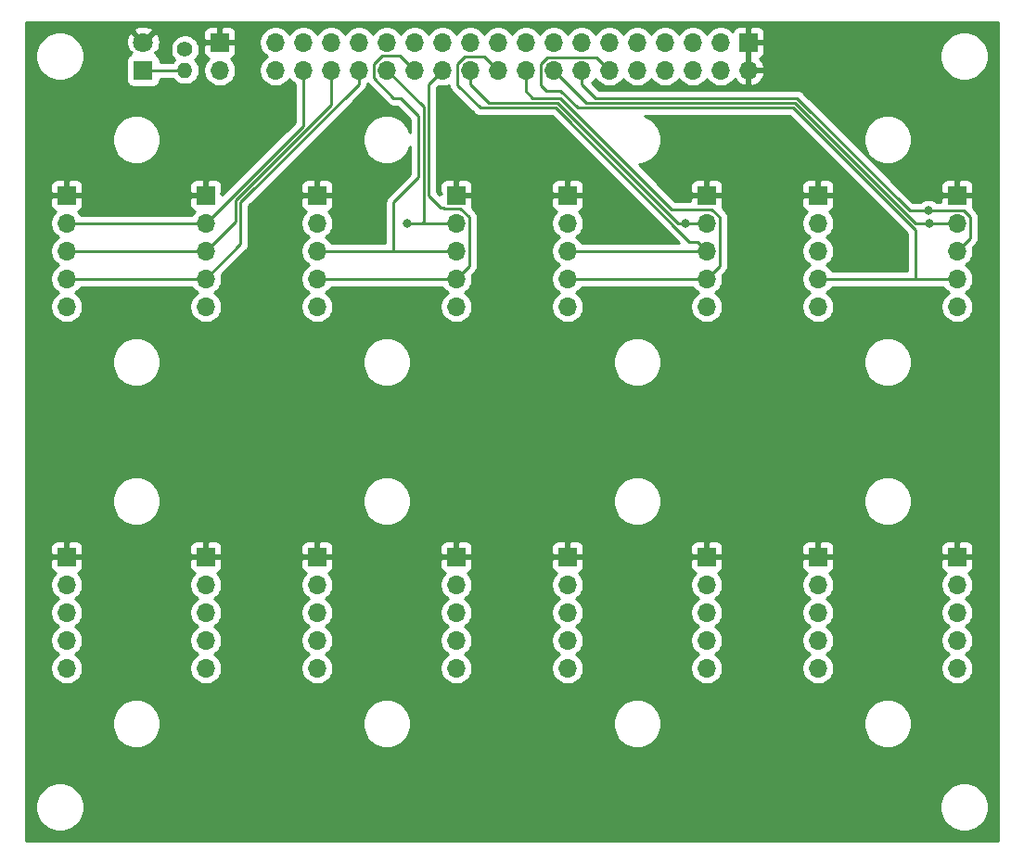
<source format=gbr>
%TF.GenerationSoftware,KiCad,Pcbnew,(5.1.10)-1*%
%TF.CreationDate,2021-11-06T18:59:30+11:00*%
%TF.ProjectId,pannel_subboard,70616e6e-656c-45f7-9375-62626f617264,rev?*%
%TF.SameCoordinates,Original*%
%TF.FileFunction,Copper,L1,Top*%
%TF.FilePolarity,Positive*%
%FSLAX46Y46*%
G04 Gerber Fmt 4.6, Leading zero omitted, Abs format (unit mm)*
G04 Created by KiCad (PCBNEW (5.1.10)-1) date 2021-11-06 18:59:30*
%MOMM*%
%LPD*%
G01*
G04 APERTURE LIST*
%TA.AperFunction,ComponentPad*%
%ADD10R,1.700000X1.700000*%
%TD*%
%TA.AperFunction,ComponentPad*%
%ADD11O,1.700000X1.700000*%
%TD*%
%TA.AperFunction,ComponentPad*%
%ADD12C,1.400000*%
%TD*%
%TA.AperFunction,ComponentPad*%
%ADD13O,1.400000X1.400000*%
%TD*%
%TA.AperFunction,ComponentPad*%
%ADD14R,1.800000X1.800000*%
%TD*%
%TA.AperFunction,ComponentPad*%
%ADD15C,1.800000*%
%TD*%
%TA.AperFunction,ViaPad*%
%ADD16C,0.800000*%
%TD*%
%TA.AperFunction,Conductor*%
%ADD17C,0.250000*%
%TD*%
%TA.AperFunction,Conductor*%
%ADD18C,0.254000*%
%TD*%
%TA.AperFunction,Conductor*%
%ADD19C,0.100000*%
%TD*%
G04 APERTURE END LIST*
D10*
%TO.P,J18,1*%
%TO.N,VCC*%
X145415000Y-107365000D03*
D11*
%TO.P,J18,2*%
%TO.N,SW8-A*%
X145415000Y-109905000D03*
%TO.P,J18,3*%
%TO.N,SW8-B*%
X145415000Y-112445000D03*
%TO.P,J18,4*%
%TO.N,SW8-C*%
X145415000Y-114985000D03*
%TO.P,J18,5*%
%TO.N,GND*%
X145415000Y-117525000D03*
%TD*%
D10*
%TO.P,J17,1*%
%TO.N,VCC*%
X99695000Y-107365000D03*
D11*
%TO.P,J17,2*%
%TO.N,SW6-A*%
X99695000Y-109905000D03*
%TO.P,J17,3*%
%TO.N,SW6-B*%
X99695000Y-112445000D03*
%TO.P,J17,4*%
%TO.N,SW6-C*%
X99695000Y-114985000D03*
%TO.P,J17,5*%
%TO.N,GND*%
X99695000Y-117525000D03*
%TD*%
D10*
%TO.P,J16,1*%
%TO.N,VCC*%
X145415000Y-74345000D03*
D11*
%TO.P,J16,2*%
%TO.N,SW4-A*%
X145415000Y-76885000D03*
%TO.P,J16,3*%
%TO.N,SW4-B*%
X145415000Y-79425000D03*
%TO.P,J16,4*%
%TO.N,SW4-C*%
X145415000Y-81965000D03*
%TO.P,J16,5*%
%TO.N,GND*%
X145415000Y-84505000D03*
%TD*%
D10*
%TO.P,J15,1*%
%TO.N,VCC*%
X99695000Y-74345000D03*
D11*
%TO.P,J15,2*%
%TO.N,SW2-A*%
X99695000Y-76885000D03*
%TO.P,J15,3*%
%TO.N,SW2-B*%
X99695000Y-79425000D03*
%TO.P,J15,4*%
%TO.N,SW2-C*%
X99695000Y-81965000D03*
%TO.P,J15,5*%
%TO.N,GND*%
X99695000Y-84505000D03*
%TD*%
D10*
%TO.P,J14,1*%
%TO.N,VCC*%
X122555000Y-107365000D03*
D11*
%TO.P,J14,2*%
%TO.N,SW7-A*%
X122555000Y-109905000D03*
%TO.P,J14,3*%
%TO.N,SW7-B*%
X122555000Y-112445000D03*
%TO.P,J14,4*%
%TO.N,SW7-C*%
X122555000Y-114985000D03*
%TO.P,J14,5*%
%TO.N,GND*%
X122555000Y-117525000D03*
%TD*%
D10*
%TO.P,J13,1*%
%TO.N,VCC*%
X76835000Y-107365000D03*
D11*
%TO.P,J13,2*%
%TO.N,SW5-A*%
X76835000Y-109905000D03*
%TO.P,J13,3*%
%TO.N,SW5-B*%
X76835000Y-112445000D03*
%TO.P,J13,4*%
%TO.N,SW5-C*%
X76835000Y-114985000D03*
%TO.P,J13,5*%
%TO.N,GND*%
X76835000Y-117525000D03*
%TD*%
D10*
%TO.P,J12,1*%
%TO.N,VCC*%
X122555000Y-74345000D03*
D11*
%TO.P,J12,2*%
%TO.N,SW3-A*%
X122555000Y-76885000D03*
%TO.P,J12,3*%
%TO.N,SW3-B*%
X122555000Y-79425000D03*
%TO.P,J12,4*%
%TO.N,SW3-C*%
X122555000Y-81965000D03*
%TO.P,J12,5*%
%TO.N,GND*%
X122555000Y-84505000D03*
%TD*%
D10*
%TO.P,J11,1*%
%TO.N,VCC*%
X76835000Y-74345000D03*
D11*
%TO.P,J11,2*%
%TO.N,SW1-A*%
X76835000Y-76885000D03*
%TO.P,J11,3*%
%TO.N,SW1-B*%
X76835000Y-79425000D03*
%TO.P,J11,4*%
%TO.N,SW1-C*%
X76835000Y-81965000D03*
%TO.P,J11,5*%
%TO.N,GND*%
X76835000Y-84505000D03*
%TD*%
D10*
%TO.P,J10,1*%
%TO.N,VCC*%
X139065000Y-60375000D03*
D11*
%TO.P,J10,2*%
X139065000Y-62915000D03*
%TO.P,J10,3*%
%TO.N,Net-(J10-Pad3)*%
X136525000Y-60375000D03*
%TO.P,J10,4*%
%TO.N,Net-(J10-Pad4)*%
X136525000Y-62915000D03*
%TO.P,J10,5*%
%TO.N,Net-(J10-Pad5)*%
X133985000Y-60375000D03*
%TO.P,J10,6*%
%TO.N,Net-(J10-Pad6)*%
X133985000Y-62915000D03*
%TO.P,J10,7*%
%TO.N,Net-(J10-Pad7)*%
X131445000Y-60375000D03*
%TO.P,J10,8*%
%TO.N,Net-(J10-Pad8)*%
X131445000Y-62915000D03*
%TO.P,J10,9*%
%TO.N,Net-(J10-Pad9)*%
X128905000Y-60375000D03*
%TO.P,J10,10*%
%TO.N,Net-(J10-Pad10)*%
X128905000Y-62915000D03*
%TO.P,J10,11*%
%TO.N,SW8-C*%
X126365000Y-60375000D03*
%TO.P,J10,12*%
%TO.N,SW4-C*%
X126365000Y-62915000D03*
%TO.P,J10,13*%
%TO.N,SW8-B*%
X123825000Y-60375000D03*
%TO.P,J10,14*%
%TO.N,SW4-B*%
X123825000Y-62915000D03*
%TO.P,J10,15*%
%TO.N,SW8-A*%
X121285000Y-60375000D03*
%TO.P,J10,16*%
%TO.N,SW4-A*%
X121285000Y-62915000D03*
%TO.P,J10,17*%
%TO.N,SW7-C*%
X118745000Y-60375000D03*
%TO.P,J10,18*%
%TO.N,SW3-C*%
X118745000Y-62915000D03*
%TO.P,J10,19*%
%TO.N,SW7-B*%
X116205000Y-60375000D03*
%TO.P,J10,20*%
%TO.N,SW3-B*%
X116205000Y-62915000D03*
%TO.P,J10,21*%
%TO.N,SW7-A*%
X113665000Y-60375000D03*
%TO.P,J10,22*%
%TO.N,SW3-A*%
X113665000Y-62915000D03*
%TO.P,J10,23*%
%TO.N,SW6-C*%
X111125000Y-60375000D03*
%TO.P,J10,24*%
%TO.N,SW2-C*%
X111125000Y-62915000D03*
%TO.P,J10,25*%
%TO.N,SW6-B*%
X108585000Y-60375000D03*
%TO.P,J10,26*%
%TO.N,SW2-B*%
X108585000Y-62915000D03*
%TO.P,J10,27*%
%TO.N,SW6-A*%
X106045000Y-60375000D03*
%TO.P,J10,28*%
%TO.N,SW2-A*%
X106045000Y-62915000D03*
%TO.P,J10,29*%
%TO.N,SW5-C*%
X103505000Y-60375000D03*
%TO.P,J10,30*%
%TO.N,SW1-C*%
X103505000Y-62915000D03*
%TO.P,J10,31*%
%TO.N,SW5-B*%
X100965000Y-60375000D03*
%TO.P,J10,32*%
%TO.N,SW1-B*%
X100965000Y-62915000D03*
%TO.P,J10,33*%
%TO.N,SW5-A*%
X98425000Y-60375000D03*
%TO.P,J10,34*%
%TO.N,SW1-A*%
X98425000Y-62915000D03*
%TO.P,J10,35*%
%TO.N,GND*%
X95885000Y-60375000D03*
%TO.P,J10,36*%
X95885000Y-62915000D03*
%TD*%
D12*
%TO.P,R1,1*%
%TO.N,GND*%
X87630000Y-61010000D03*
D13*
%TO.P,R1,2*%
%TO.N,Net-(D1-Pad1)*%
X87630000Y-62910000D03*
%TD*%
D10*
%TO.P,J9,1*%
%TO.N,VCC*%
X158115000Y-107365000D03*
D11*
%TO.P,J9,2*%
%TO.N,SW8-A*%
X158115000Y-109905000D03*
%TO.P,J9,3*%
%TO.N,SW8-B*%
X158115000Y-112445000D03*
%TO.P,J9,4*%
%TO.N,SW8-C*%
X158115000Y-114985000D03*
%TO.P,J9,5*%
%TO.N,GND*%
X158115000Y-117525000D03*
%TD*%
D10*
%TO.P,J8,1*%
%TO.N,VCC*%
X112395000Y-107365000D03*
D11*
%TO.P,J8,2*%
%TO.N,SW6-A*%
X112395000Y-109905000D03*
%TO.P,J8,3*%
%TO.N,SW6-B*%
X112395000Y-112445000D03*
%TO.P,J8,4*%
%TO.N,SW6-C*%
X112395000Y-114985000D03*
%TO.P,J8,5*%
%TO.N,GND*%
X112395000Y-117525000D03*
%TD*%
D10*
%TO.P,J7,1*%
%TO.N,VCC*%
X158115000Y-74345000D03*
D11*
%TO.P,J7,2*%
%TO.N,SW4-A*%
X158115000Y-76885000D03*
%TO.P,J7,3*%
%TO.N,SW4-B*%
X158115000Y-79425000D03*
%TO.P,J7,4*%
%TO.N,SW4-C*%
X158115000Y-81965000D03*
%TO.P,J7,5*%
%TO.N,GND*%
X158115000Y-84505000D03*
%TD*%
D10*
%TO.P,J6,1*%
%TO.N,VCC*%
X112395000Y-74345000D03*
D11*
%TO.P,J6,2*%
%TO.N,SW2-A*%
X112395000Y-76885000D03*
%TO.P,J6,3*%
%TO.N,SW2-B*%
X112395000Y-79425000D03*
%TO.P,J6,4*%
%TO.N,SW2-C*%
X112395000Y-81965000D03*
%TO.P,J6,5*%
%TO.N,GND*%
X112395000Y-84505000D03*
%TD*%
D10*
%TO.P,J5,1*%
%TO.N,VCC*%
X135255000Y-107365000D03*
D11*
%TO.P,J5,2*%
%TO.N,SW7-A*%
X135255000Y-109905000D03*
%TO.P,J5,3*%
%TO.N,SW7-B*%
X135255000Y-112445000D03*
%TO.P,J5,4*%
%TO.N,SW7-C*%
X135255000Y-114985000D03*
%TO.P,J5,5*%
%TO.N,GND*%
X135255000Y-117525000D03*
%TD*%
D10*
%TO.P,J4,1*%
%TO.N,VCC*%
X89535000Y-107365000D03*
D11*
%TO.P,J4,2*%
%TO.N,SW5-A*%
X89535000Y-109905000D03*
%TO.P,J4,3*%
%TO.N,SW5-B*%
X89535000Y-112445000D03*
%TO.P,J4,4*%
%TO.N,SW5-C*%
X89535000Y-114985000D03*
%TO.P,J4,5*%
%TO.N,GND*%
X89535000Y-117525000D03*
%TD*%
D10*
%TO.P,J3,1*%
%TO.N,VCC*%
X135255000Y-74345000D03*
D11*
%TO.P,J3,2*%
%TO.N,SW3-A*%
X135255000Y-76885000D03*
%TO.P,J3,3*%
%TO.N,SW3-B*%
X135255000Y-79425000D03*
%TO.P,J3,4*%
%TO.N,SW3-C*%
X135255000Y-81965000D03*
%TO.P,J3,5*%
%TO.N,GND*%
X135255000Y-84505000D03*
%TD*%
D10*
%TO.P,J2,1*%
%TO.N,VCC*%
X89535000Y-74345000D03*
D11*
%TO.P,J2,2*%
%TO.N,SW1-A*%
X89535000Y-76885000D03*
%TO.P,J2,3*%
%TO.N,SW1-B*%
X89535000Y-79425000D03*
%TO.P,J2,4*%
%TO.N,SW1-C*%
X89535000Y-81965000D03*
%TO.P,J2,5*%
%TO.N,GND*%
X89535000Y-84505000D03*
%TD*%
D10*
%TO.P,J1,1*%
%TO.N,VCC*%
X90805000Y-60375000D03*
D11*
%TO.P,J1,2*%
%TO.N,GND*%
X90805000Y-62915000D03*
%TD*%
D14*
%TO.P,D1,1*%
%TO.N,Net-(D1-Pad1)*%
X83820000Y-62915000D03*
D15*
%TO.P,D1,2*%
%TO.N,VCC*%
X83820000Y-60375000D03*
%TD*%
D16*
%TO.N,SW3-A*%
X133350000Y-76885000D03*
%TO.N,SW2-A*%
X107950000Y-76885000D03*
%TO.N,SW4-A*%
X155575000Y-76885000D03*
%TO.N,SW4-B*%
X155480001Y-75709999D03*
%TD*%
D17*
%TO.N,Net-(D1-Pad1)*%
X87625000Y-62915000D02*
X87630000Y-62910000D01*
X83820000Y-62915000D02*
X87625000Y-62915000D01*
%TO.N,SW1-A*%
X89535000Y-76885000D02*
X89535000Y-76882178D01*
X89535000Y-76882178D02*
X98425000Y-67992178D01*
X98425000Y-67992178D02*
X98425000Y-64117081D01*
X98425000Y-64117081D02*
X98425000Y-62915000D01*
X89535000Y-76885000D02*
X76835000Y-76885000D01*
%TO.N,SW1-B*%
X92259989Y-76700011D02*
X92259989Y-74793600D01*
X100965000Y-64117081D02*
X100965000Y-62915000D01*
X92259989Y-74793600D02*
X100965000Y-66088589D01*
X100965000Y-66088589D02*
X100965000Y-64117081D01*
X89535000Y-79425000D02*
X92259989Y-76700011D01*
X76835000Y-79425000D02*
X89535000Y-79425000D01*
%TO.N,SW1-C*%
X89535000Y-81965000D02*
X92710000Y-78790000D01*
X92710000Y-78790000D02*
X92710000Y-74980000D01*
X103505000Y-64185000D02*
X103505000Y-62915000D01*
X92710000Y-74980000D02*
X103505000Y-64185000D01*
X89535000Y-81965000D02*
X76835000Y-81965000D01*
%TO.N,SW3-A*%
X113665000Y-64185000D02*
X113665000Y-62915000D01*
X115383600Y-65903600D02*
X113665000Y-64185000D01*
X121657166Y-65903600D02*
X115383600Y-65903600D01*
X132638565Y-76885000D02*
X121657166Y-65903600D01*
X135255000Y-76885000D02*
X133350000Y-76885000D01*
X133350000Y-76885000D02*
X132638565Y-76885000D01*
%TO.N,SW3-B*%
X113195998Y-61645000D02*
X114935000Y-61645000D01*
X112489999Y-64279999D02*
X112489999Y-62350999D01*
X112489999Y-62350999D02*
X113195998Y-61645000D01*
X133692155Y-78575001D02*
X121470766Y-66353611D01*
X114935000Y-61645000D02*
X116205000Y-62915000D01*
X114563611Y-66353611D02*
X112489999Y-64279999D01*
X121470766Y-66353611D02*
X114563611Y-66353611D01*
X134405001Y-78575001D02*
X133692155Y-78575001D01*
X135255000Y-79425000D02*
X134405001Y-78575001D01*
X135255000Y-79425000D02*
X122555000Y-79425000D01*
%TO.N,SW3-C*%
X136430001Y-76320999D02*
X136430001Y-80789999D01*
X135724002Y-75615000D02*
X136430001Y-76320999D01*
X136430001Y-80789999D02*
X135255000Y-81965000D01*
X132082822Y-75615000D02*
X135724002Y-75615000D01*
X121921411Y-65453589D02*
X119378589Y-65453589D01*
X121921411Y-65453589D02*
X132082822Y-75615000D01*
X118745000Y-64820000D02*
X118745000Y-62915000D01*
X119378589Y-65453589D02*
X118745000Y-64820000D01*
X122555000Y-81965000D02*
X135255000Y-81965000D01*
%TO.N,SW2-A*%
X112395000Y-76885000D02*
X111192919Y-76885000D01*
X109404991Y-66274991D02*
X109404991Y-76700009D01*
X106045000Y-62915000D02*
X109404991Y-66274991D01*
X109404991Y-76700009D02*
X109220000Y-76885000D01*
X109220000Y-76885000D02*
X107950000Y-76885000D01*
X111192919Y-76885000D02*
X109220000Y-76885000D01*
X107950000Y-76885000D02*
X107950000Y-76885000D01*
%TO.N,SW2-B*%
X107220001Y-61550001D02*
X108585000Y-62915000D01*
X105670997Y-61550001D02*
X107220001Y-61550001D01*
X104869999Y-62350999D02*
X105670997Y-61550001D01*
X106680000Y-65455000D02*
X104869999Y-63644999D01*
X108954980Y-67094980D02*
X107315000Y-65455000D01*
X107315000Y-65455000D02*
X106680000Y-65455000D01*
X104869999Y-63644999D02*
X104869999Y-62350999D01*
X108954980Y-72174980D02*
X108954980Y-72705020D01*
X108954980Y-72174980D02*
X108954980Y-67094980D01*
X108954980Y-72705020D02*
X106680000Y-74980000D01*
X106680000Y-74980000D02*
X106680000Y-79425000D01*
X106680000Y-79425000D02*
X99695000Y-79425000D01*
X112395000Y-79425000D02*
X106680000Y-79425000D01*
%TO.N,SW2-C*%
X112769003Y-75520001D02*
X111284999Y-75520001D01*
X113570001Y-76320999D02*
X112769003Y-75520001D01*
X113570001Y-80789999D02*
X113570001Y-76320999D01*
X112395000Y-81965000D02*
X113570001Y-80789999D01*
X111219999Y-75455001D02*
X110965001Y-75455001D01*
X111284999Y-75520001D02*
X111219999Y-75455001D01*
X110965001Y-75455001D02*
X109855000Y-74345000D01*
X109855000Y-64185000D02*
X111125000Y-62915000D01*
X109855000Y-74345000D02*
X109855000Y-64185000D01*
X112395000Y-81965000D02*
X99695000Y-81965000D01*
%TO.N,SW4-A*%
X154306410Y-76885000D02*
X155575000Y-76885000D01*
X124275011Y-65905011D02*
X143326422Y-65905011D01*
X143326422Y-65905011D02*
X154306410Y-76885000D01*
X124275011Y-65905011D02*
X121285000Y-62915000D01*
X155575000Y-76885000D02*
X158115000Y-76885000D01*
%TO.N,SW4-B*%
X123825000Y-64185000D02*
X123825000Y-62915000D01*
X143512822Y-65455000D02*
X125095000Y-65455000D01*
X153767819Y-75709999D02*
X143512822Y-65455000D01*
X125095000Y-65455000D02*
X123825000Y-64185000D01*
X158679001Y-75709999D02*
X155480001Y-75709999D01*
X159290001Y-76320999D02*
X158679001Y-75709999D01*
X159290001Y-78249999D02*
X159290001Y-76320999D01*
X158115000Y-79425000D02*
X159290001Y-78249999D01*
X155480001Y-75709999D02*
X153767819Y-75709999D01*
%TO.N,SW4-C*%
X125189999Y-61739999D02*
X126365000Y-62915000D01*
X120720999Y-61739999D02*
X125189999Y-61739999D01*
X120109999Y-62350999D02*
X120720999Y-61739999D01*
X120109999Y-64279999D02*
X120109999Y-62350999D01*
X120647884Y-64817884D02*
X120109999Y-64279999D01*
X121922116Y-64817884D02*
X120647884Y-64817884D01*
X123459254Y-66355022D02*
X121922116Y-64817884D01*
X143140022Y-66355022D02*
X123459254Y-66355022D01*
X154305000Y-77520000D02*
X143140022Y-66355022D01*
X154305000Y-77520000D02*
X154305000Y-81965000D01*
X154305000Y-81965000D02*
X158115000Y-81965000D01*
X145415000Y-81965000D02*
X154305000Y-81965000D01*
%TD*%
D18*
%TO.N,VCC*%
X161850001Y-58544881D02*
X161850000Y-133310119D01*
X73100000Y-133324882D01*
X73100000Y-130004872D01*
X73965000Y-130004872D01*
X73965000Y-130445128D01*
X74050890Y-130876925D01*
X74219369Y-131283669D01*
X74463962Y-131649729D01*
X74775271Y-131961038D01*
X75141331Y-132205631D01*
X75548075Y-132374110D01*
X75979872Y-132460000D01*
X76420128Y-132460000D01*
X76851925Y-132374110D01*
X77258669Y-132205631D01*
X77624729Y-131961038D01*
X77936038Y-131649729D01*
X78180631Y-131283669D01*
X78349110Y-130876925D01*
X78435000Y-130445128D01*
X78435000Y-130004872D01*
X156515000Y-130004872D01*
X156515000Y-130445128D01*
X156600890Y-130876925D01*
X156769369Y-131283669D01*
X157013962Y-131649729D01*
X157325271Y-131961038D01*
X157691331Y-132205631D01*
X158098075Y-132374110D01*
X158529872Y-132460000D01*
X158970128Y-132460000D01*
X159401925Y-132374110D01*
X159808669Y-132205631D01*
X160174729Y-131961038D01*
X160486038Y-131649729D01*
X160730631Y-131283669D01*
X160899110Y-130876925D01*
X160985000Y-130445128D01*
X160985000Y-130004872D01*
X160899110Y-129573075D01*
X160730631Y-129166331D01*
X160486038Y-128800271D01*
X160174729Y-128488962D01*
X159808669Y-128244369D01*
X159401925Y-128075890D01*
X158970128Y-127990000D01*
X158529872Y-127990000D01*
X158098075Y-128075890D01*
X157691331Y-128244369D01*
X157325271Y-128488962D01*
X157013962Y-128800271D01*
X156769369Y-129166331D01*
X156600890Y-129573075D01*
X156515000Y-130004872D01*
X78435000Y-130004872D01*
X78349110Y-129573075D01*
X78180631Y-129166331D01*
X77936038Y-128800271D01*
X77624729Y-128488962D01*
X77258669Y-128244369D01*
X76851925Y-128075890D01*
X76420128Y-127990000D01*
X75979872Y-127990000D01*
X75548075Y-128075890D01*
X75141331Y-128244369D01*
X74775271Y-128488962D01*
X74463962Y-128800271D01*
X74219369Y-129166331D01*
X74050890Y-129573075D01*
X73965000Y-130004872D01*
X73100000Y-130004872D01*
X73100000Y-122384872D01*
X80950000Y-122384872D01*
X80950000Y-122825128D01*
X81035890Y-123256925D01*
X81204369Y-123663669D01*
X81448962Y-124029729D01*
X81760271Y-124341038D01*
X82126331Y-124585631D01*
X82533075Y-124754110D01*
X82964872Y-124840000D01*
X83405128Y-124840000D01*
X83836925Y-124754110D01*
X84243669Y-124585631D01*
X84609729Y-124341038D01*
X84921038Y-124029729D01*
X85165631Y-123663669D01*
X85334110Y-123256925D01*
X85420000Y-122825128D01*
X85420000Y-122384872D01*
X103810000Y-122384872D01*
X103810000Y-122825128D01*
X103895890Y-123256925D01*
X104064369Y-123663669D01*
X104308962Y-124029729D01*
X104620271Y-124341038D01*
X104986331Y-124585631D01*
X105393075Y-124754110D01*
X105824872Y-124840000D01*
X106265128Y-124840000D01*
X106696925Y-124754110D01*
X107103669Y-124585631D01*
X107469729Y-124341038D01*
X107781038Y-124029729D01*
X108025631Y-123663669D01*
X108194110Y-123256925D01*
X108280000Y-122825128D01*
X108280000Y-122384872D01*
X126670000Y-122384872D01*
X126670000Y-122825128D01*
X126755890Y-123256925D01*
X126924369Y-123663669D01*
X127168962Y-124029729D01*
X127480271Y-124341038D01*
X127846331Y-124585631D01*
X128253075Y-124754110D01*
X128684872Y-124840000D01*
X129125128Y-124840000D01*
X129556925Y-124754110D01*
X129963669Y-124585631D01*
X130329729Y-124341038D01*
X130641038Y-124029729D01*
X130885631Y-123663669D01*
X131054110Y-123256925D01*
X131140000Y-122825128D01*
X131140000Y-122384872D01*
X149530000Y-122384872D01*
X149530000Y-122825128D01*
X149615890Y-123256925D01*
X149784369Y-123663669D01*
X150028962Y-124029729D01*
X150340271Y-124341038D01*
X150706331Y-124585631D01*
X151113075Y-124754110D01*
X151544872Y-124840000D01*
X151985128Y-124840000D01*
X152416925Y-124754110D01*
X152823669Y-124585631D01*
X153189729Y-124341038D01*
X153501038Y-124029729D01*
X153745631Y-123663669D01*
X153914110Y-123256925D01*
X154000000Y-122825128D01*
X154000000Y-122384872D01*
X153914110Y-121953075D01*
X153745631Y-121546331D01*
X153501038Y-121180271D01*
X153189729Y-120868962D01*
X152823669Y-120624369D01*
X152416925Y-120455890D01*
X151985128Y-120370000D01*
X151544872Y-120370000D01*
X151113075Y-120455890D01*
X150706331Y-120624369D01*
X150340271Y-120868962D01*
X150028962Y-121180271D01*
X149784369Y-121546331D01*
X149615890Y-121953075D01*
X149530000Y-122384872D01*
X131140000Y-122384872D01*
X131054110Y-121953075D01*
X130885631Y-121546331D01*
X130641038Y-121180271D01*
X130329729Y-120868962D01*
X129963669Y-120624369D01*
X129556925Y-120455890D01*
X129125128Y-120370000D01*
X128684872Y-120370000D01*
X128253075Y-120455890D01*
X127846331Y-120624369D01*
X127480271Y-120868962D01*
X127168962Y-121180271D01*
X126924369Y-121546331D01*
X126755890Y-121953075D01*
X126670000Y-122384872D01*
X108280000Y-122384872D01*
X108194110Y-121953075D01*
X108025631Y-121546331D01*
X107781038Y-121180271D01*
X107469729Y-120868962D01*
X107103669Y-120624369D01*
X106696925Y-120455890D01*
X106265128Y-120370000D01*
X105824872Y-120370000D01*
X105393075Y-120455890D01*
X104986331Y-120624369D01*
X104620271Y-120868962D01*
X104308962Y-121180271D01*
X104064369Y-121546331D01*
X103895890Y-121953075D01*
X103810000Y-122384872D01*
X85420000Y-122384872D01*
X85334110Y-121953075D01*
X85165631Y-121546331D01*
X84921038Y-121180271D01*
X84609729Y-120868962D01*
X84243669Y-120624369D01*
X83836925Y-120455890D01*
X83405128Y-120370000D01*
X82964872Y-120370000D01*
X82533075Y-120455890D01*
X82126331Y-120624369D01*
X81760271Y-120868962D01*
X81448962Y-121180271D01*
X81204369Y-121546331D01*
X81035890Y-121953075D01*
X80950000Y-122384872D01*
X73100000Y-122384872D01*
X73100000Y-108215000D01*
X75346928Y-108215000D01*
X75359188Y-108339482D01*
X75395498Y-108459180D01*
X75454463Y-108569494D01*
X75533815Y-108666185D01*
X75630506Y-108745537D01*
X75740820Y-108804502D01*
X75813380Y-108826513D01*
X75681525Y-108958368D01*
X75519010Y-109201589D01*
X75407068Y-109471842D01*
X75350000Y-109758740D01*
X75350000Y-110051260D01*
X75407068Y-110338158D01*
X75519010Y-110608411D01*
X75681525Y-110851632D01*
X75888368Y-111058475D01*
X76062760Y-111175000D01*
X75888368Y-111291525D01*
X75681525Y-111498368D01*
X75519010Y-111741589D01*
X75407068Y-112011842D01*
X75350000Y-112298740D01*
X75350000Y-112591260D01*
X75407068Y-112878158D01*
X75519010Y-113148411D01*
X75681525Y-113391632D01*
X75888368Y-113598475D01*
X76062760Y-113715000D01*
X75888368Y-113831525D01*
X75681525Y-114038368D01*
X75519010Y-114281589D01*
X75407068Y-114551842D01*
X75350000Y-114838740D01*
X75350000Y-115131260D01*
X75407068Y-115418158D01*
X75519010Y-115688411D01*
X75681525Y-115931632D01*
X75888368Y-116138475D01*
X76062760Y-116255000D01*
X75888368Y-116371525D01*
X75681525Y-116578368D01*
X75519010Y-116821589D01*
X75407068Y-117091842D01*
X75350000Y-117378740D01*
X75350000Y-117671260D01*
X75407068Y-117958158D01*
X75519010Y-118228411D01*
X75681525Y-118471632D01*
X75888368Y-118678475D01*
X76131589Y-118840990D01*
X76401842Y-118952932D01*
X76688740Y-119010000D01*
X76981260Y-119010000D01*
X77268158Y-118952932D01*
X77538411Y-118840990D01*
X77781632Y-118678475D01*
X77988475Y-118471632D01*
X78150990Y-118228411D01*
X78262932Y-117958158D01*
X78320000Y-117671260D01*
X78320000Y-117378740D01*
X78262932Y-117091842D01*
X78150990Y-116821589D01*
X77988475Y-116578368D01*
X77781632Y-116371525D01*
X77607240Y-116255000D01*
X77781632Y-116138475D01*
X77988475Y-115931632D01*
X78150990Y-115688411D01*
X78262932Y-115418158D01*
X78320000Y-115131260D01*
X78320000Y-114838740D01*
X78262932Y-114551842D01*
X78150990Y-114281589D01*
X77988475Y-114038368D01*
X77781632Y-113831525D01*
X77607240Y-113715000D01*
X77781632Y-113598475D01*
X77988475Y-113391632D01*
X78150990Y-113148411D01*
X78262932Y-112878158D01*
X78320000Y-112591260D01*
X78320000Y-112298740D01*
X78262932Y-112011842D01*
X78150990Y-111741589D01*
X77988475Y-111498368D01*
X77781632Y-111291525D01*
X77607240Y-111175000D01*
X77781632Y-111058475D01*
X77988475Y-110851632D01*
X78150990Y-110608411D01*
X78262932Y-110338158D01*
X78320000Y-110051260D01*
X78320000Y-109758740D01*
X78262932Y-109471842D01*
X78150990Y-109201589D01*
X77988475Y-108958368D01*
X77856620Y-108826513D01*
X77929180Y-108804502D01*
X78039494Y-108745537D01*
X78136185Y-108666185D01*
X78215537Y-108569494D01*
X78274502Y-108459180D01*
X78310812Y-108339482D01*
X78323072Y-108215000D01*
X88046928Y-108215000D01*
X88059188Y-108339482D01*
X88095498Y-108459180D01*
X88154463Y-108569494D01*
X88233815Y-108666185D01*
X88330506Y-108745537D01*
X88440820Y-108804502D01*
X88513380Y-108826513D01*
X88381525Y-108958368D01*
X88219010Y-109201589D01*
X88107068Y-109471842D01*
X88050000Y-109758740D01*
X88050000Y-110051260D01*
X88107068Y-110338158D01*
X88219010Y-110608411D01*
X88381525Y-110851632D01*
X88588368Y-111058475D01*
X88762760Y-111175000D01*
X88588368Y-111291525D01*
X88381525Y-111498368D01*
X88219010Y-111741589D01*
X88107068Y-112011842D01*
X88050000Y-112298740D01*
X88050000Y-112591260D01*
X88107068Y-112878158D01*
X88219010Y-113148411D01*
X88381525Y-113391632D01*
X88588368Y-113598475D01*
X88762760Y-113715000D01*
X88588368Y-113831525D01*
X88381525Y-114038368D01*
X88219010Y-114281589D01*
X88107068Y-114551842D01*
X88050000Y-114838740D01*
X88050000Y-115131260D01*
X88107068Y-115418158D01*
X88219010Y-115688411D01*
X88381525Y-115931632D01*
X88588368Y-116138475D01*
X88762760Y-116255000D01*
X88588368Y-116371525D01*
X88381525Y-116578368D01*
X88219010Y-116821589D01*
X88107068Y-117091842D01*
X88050000Y-117378740D01*
X88050000Y-117671260D01*
X88107068Y-117958158D01*
X88219010Y-118228411D01*
X88381525Y-118471632D01*
X88588368Y-118678475D01*
X88831589Y-118840990D01*
X89101842Y-118952932D01*
X89388740Y-119010000D01*
X89681260Y-119010000D01*
X89968158Y-118952932D01*
X90238411Y-118840990D01*
X90481632Y-118678475D01*
X90688475Y-118471632D01*
X90850990Y-118228411D01*
X90962932Y-117958158D01*
X91020000Y-117671260D01*
X91020000Y-117378740D01*
X90962932Y-117091842D01*
X90850990Y-116821589D01*
X90688475Y-116578368D01*
X90481632Y-116371525D01*
X90307240Y-116255000D01*
X90481632Y-116138475D01*
X90688475Y-115931632D01*
X90850990Y-115688411D01*
X90962932Y-115418158D01*
X91020000Y-115131260D01*
X91020000Y-114838740D01*
X90962932Y-114551842D01*
X90850990Y-114281589D01*
X90688475Y-114038368D01*
X90481632Y-113831525D01*
X90307240Y-113715000D01*
X90481632Y-113598475D01*
X90688475Y-113391632D01*
X90850990Y-113148411D01*
X90962932Y-112878158D01*
X91020000Y-112591260D01*
X91020000Y-112298740D01*
X90962932Y-112011842D01*
X90850990Y-111741589D01*
X90688475Y-111498368D01*
X90481632Y-111291525D01*
X90307240Y-111175000D01*
X90481632Y-111058475D01*
X90688475Y-110851632D01*
X90850990Y-110608411D01*
X90962932Y-110338158D01*
X91020000Y-110051260D01*
X91020000Y-109758740D01*
X90962932Y-109471842D01*
X90850990Y-109201589D01*
X90688475Y-108958368D01*
X90556620Y-108826513D01*
X90629180Y-108804502D01*
X90739494Y-108745537D01*
X90836185Y-108666185D01*
X90915537Y-108569494D01*
X90974502Y-108459180D01*
X91010812Y-108339482D01*
X91023072Y-108215000D01*
X98206928Y-108215000D01*
X98219188Y-108339482D01*
X98255498Y-108459180D01*
X98314463Y-108569494D01*
X98393815Y-108666185D01*
X98490506Y-108745537D01*
X98600820Y-108804502D01*
X98673380Y-108826513D01*
X98541525Y-108958368D01*
X98379010Y-109201589D01*
X98267068Y-109471842D01*
X98210000Y-109758740D01*
X98210000Y-110051260D01*
X98267068Y-110338158D01*
X98379010Y-110608411D01*
X98541525Y-110851632D01*
X98748368Y-111058475D01*
X98922760Y-111175000D01*
X98748368Y-111291525D01*
X98541525Y-111498368D01*
X98379010Y-111741589D01*
X98267068Y-112011842D01*
X98210000Y-112298740D01*
X98210000Y-112591260D01*
X98267068Y-112878158D01*
X98379010Y-113148411D01*
X98541525Y-113391632D01*
X98748368Y-113598475D01*
X98922760Y-113715000D01*
X98748368Y-113831525D01*
X98541525Y-114038368D01*
X98379010Y-114281589D01*
X98267068Y-114551842D01*
X98210000Y-114838740D01*
X98210000Y-115131260D01*
X98267068Y-115418158D01*
X98379010Y-115688411D01*
X98541525Y-115931632D01*
X98748368Y-116138475D01*
X98922760Y-116255000D01*
X98748368Y-116371525D01*
X98541525Y-116578368D01*
X98379010Y-116821589D01*
X98267068Y-117091842D01*
X98210000Y-117378740D01*
X98210000Y-117671260D01*
X98267068Y-117958158D01*
X98379010Y-118228411D01*
X98541525Y-118471632D01*
X98748368Y-118678475D01*
X98991589Y-118840990D01*
X99261842Y-118952932D01*
X99548740Y-119010000D01*
X99841260Y-119010000D01*
X100128158Y-118952932D01*
X100398411Y-118840990D01*
X100641632Y-118678475D01*
X100848475Y-118471632D01*
X101010990Y-118228411D01*
X101122932Y-117958158D01*
X101180000Y-117671260D01*
X101180000Y-117378740D01*
X101122932Y-117091842D01*
X101010990Y-116821589D01*
X100848475Y-116578368D01*
X100641632Y-116371525D01*
X100467240Y-116255000D01*
X100641632Y-116138475D01*
X100848475Y-115931632D01*
X101010990Y-115688411D01*
X101122932Y-115418158D01*
X101180000Y-115131260D01*
X101180000Y-114838740D01*
X101122932Y-114551842D01*
X101010990Y-114281589D01*
X100848475Y-114038368D01*
X100641632Y-113831525D01*
X100467240Y-113715000D01*
X100641632Y-113598475D01*
X100848475Y-113391632D01*
X101010990Y-113148411D01*
X101122932Y-112878158D01*
X101180000Y-112591260D01*
X101180000Y-112298740D01*
X101122932Y-112011842D01*
X101010990Y-111741589D01*
X100848475Y-111498368D01*
X100641632Y-111291525D01*
X100467240Y-111175000D01*
X100641632Y-111058475D01*
X100848475Y-110851632D01*
X101010990Y-110608411D01*
X101122932Y-110338158D01*
X101180000Y-110051260D01*
X101180000Y-109758740D01*
X101122932Y-109471842D01*
X101010990Y-109201589D01*
X100848475Y-108958368D01*
X100716620Y-108826513D01*
X100789180Y-108804502D01*
X100899494Y-108745537D01*
X100996185Y-108666185D01*
X101075537Y-108569494D01*
X101134502Y-108459180D01*
X101170812Y-108339482D01*
X101183072Y-108215000D01*
X110906928Y-108215000D01*
X110919188Y-108339482D01*
X110955498Y-108459180D01*
X111014463Y-108569494D01*
X111093815Y-108666185D01*
X111190506Y-108745537D01*
X111300820Y-108804502D01*
X111373380Y-108826513D01*
X111241525Y-108958368D01*
X111079010Y-109201589D01*
X110967068Y-109471842D01*
X110910000Y-109758740D01*
X110910000Y-110051260D01*
X110967068Y-110338158D01*
X111079010Y-110608411D01*
X111241525Y-110851632D01*
X111448368Y-111058475D01*
X111622760Y-111175000D01*
X111448368Y-111291525D01*
X111241525Y-111498368D01*
X111079010Y-111741589D01*
X110967068Y-112011842D01*
X110910000Y-112298740D01*
X110910000Y-112591260D01*
X110967068Y-112878158D01*
X111079010Y-113148411D01*
X111241525Y-113391632D01*
X111448368Y-113598475D01*
X111622760Y-113715000D01*
X111448368Y-113831525D01*
X111241525Y-114038368D01*
X111079010Y-114281589D01*
X110967068Y-114551842D01*
X110910000Y-114838740D01*
X110910000Y-115131260D01*
X110967068Y-115418158D01*
X111079010Y-115688411D01*
X111241525Y-115931632D01*
X111448368Y-116138475D01*
X111622760Y-116255000D01*
X111448368Y-116371525D01*
X111241525Y-116578368D01*
X111079010Y-116821589D01*
X110967068Y-117091842D01*
X110910000Y-117378740D01*
X110910000Y-117671260D01*
X110967068Y-117958158D01*
X111079010Y-118228411D01*
X111241525Y-118471632D01*
X111448368Y-118678475D01*
X111691589Y-118840990D01*
X111961842Y-118952932D01*
X112248740Y-119010000D01*
X112541260Y-119010000D01*
X112828158Y-118952932D01*
X113098411Y-118840990D01*
X113341632Y-118678475D01*
X113548475Y-118471632D01*
X113710990Y-118228411D01*
X113822932Y-117958158D01*
X113880000Y-117671260D01*
X113880000Y-117378740D01*
X113822932Y-117091842D01*
X113710990Y-116821589D01*
X113548475Y-116578368D01*
X113341632Y-116371525D01*
X113167240Y-116255000D01*
X113341632Y-116138475D01*
X113548475Y-115931632D01*
X113710990Y-115688411D01*
X113822932Y-115418158D01*
X113880000Y-115131260D01*
X113880000Y-114838740D01*
X113822932Y-114551842D01*
X113710990Y-114281589D01*
X113548475Y-114038368D01*
X113341632Y-113831525D01*
X113167240Y-113715000D01*
X113341632Y-113598475D01*
X113548475Y-113391632D01*
X113710990Y-113148411D01*
X113822932Y-112878158D01*
X113880000Y-112591260D01*
X113880000Y-112298740D01*
X113822932Y-112011842D01*
X113710990Y-111741589D01*
X113548475Y-111498368D01*
X113341632Y-111291525D01*
X113167240Y-111175000D01*
X113341632Y-111058475D01*
X113548475Y-110851632D01*
X113710990Y-110608411D01*
X113822932Y-110338158D01*
X113880000Y-110051260D01*
X113880000Y-109758740D01*
X113822932Y-109471842D01*
X113710990Y-109201589D01*
X113548475Y-108958368D01*
X113416620Y-108826513D01*
X113489180Y-108804502D01*
X113599494Y-108745537D01*
X113696185Y-108666185D01*
X113775537Y-108569494D01*
X113834502Y-108459180D01*
X113870812Y-108339482D01*
X113883072Y-108215000D01*
X121066928Y-108215000D01*
X121079188Y-108339482D01*
X121115498Y-108459180D01*
X121174463Y-108569494D01*
X121253815Y-108666185D01*
X121350506Y-108745537D01*
X121460820Y-108804502D01*
X121533380Y-108826513D01*
X121401525Y-108958368D01*
X121239010Y-109201589D01*
X121127068Y-109471842D01*
X121070000Y-109758740D01*
X121070000Y-110051260D01*
X121127068Y-110338158D01*
X121239010Y-110608411D01*
X121401525Y-110851632D01*
X121608368Y-111058475D01*
X121782760Y-111175000D01*
X121608368Y-111291525D01*
X121401525Y-111498368D01*
X121239010Y-111741589D01*
X121127068Y-112011842D01*
X121070000Y-112298740D01*
X121070000Y-112591260D01*
X121127068Y-112878158D01*
X121239010Y-113148411D01*
X121401525Y-113391632D01*
X121608368Y-113598475D01*
X121782760Y-113715000D01*
X121608368Y-113831525D01*
X121401525Y-114038368D01*
X121239010Y-114281589D01*
X121127068Y-114551842D01*
X121070000Y-114838740D01*
X121070000Y-115131260D01*
X121127068Y-115418158D01*
X121239010Y-115688411D01*
X121401525Y-115931632D01*
X121608368Y-116138475D01*
X121782760Y-116255000D01*
X121608368Y-116371525D01*
X121401525Y-116578368D01*
X121239010Y-116821589D01*
X121127068Y-117091842D01*
X121070000Y-117378740D01*
X121070000Y-117671260D01*
X121127068Y-117958158D01*
X121239010Y-118228411D01*
X121401525Y-118471632D01*
X121608368Y-118678475D01*
X121851589Y-118840990D01*
X122121842Y-118952932D01*
X122408740Y-119010000D01*
X122701260Y-119010000D01*
X122988158Y-118952932D01*
X123258411Y-118840990D01*
X123501632Y-118678475D01*
X123708475Y-118471632D01*
X123870990Y-118228411D01*
X123982932Y-117958158D01*
X124040000Y-117671260D01*
X124040000Y-117378740D01*
X123982932Y-117091842D01*
X123870990Y-116821589D01*
X123708475Y-116578368D01*
X123501632Y-116371525D01*
X123327240Y-116255000D01*
X123501632Y-116138475D01*
X123708475Y-115931632D01*
X123870990Y-115688411D01*
X123982932Y-115418158D01*
X124040000Y-115131260D01*
X124040000Y-114838740D01*
X123982932Y-114551842D01*
X123870990Y-114281589D01*
X123708475Y-114038368D01*
X123501632Y-113831525D01*
X123327240Y-113715000D01*
X123501632Y-113598475D01*
X123708475Y-113391632D01*
X123870990Y-113148411D01*
X123982932Y-112878158D01*
X124040000Y-112591260D01*
X124040000Y-112298740D01*
X123982932Y-112011842D01*
X123870990Y-111741589D01*
X123708475Y-111498368D01*
X123501632Y-111291525D01*
X123327240Y-111175000D01*
X123501632Y-111058475D01*
X123708475Y-110851632D01*
X123870990Y-110608411D01*
X123982932Y-110338158D01*
X124040000Y-110051260D01*
X124040000Y-109758740D01*
X123982932Y-109471842D01*
X123870990Y-109201589D01*
X123708475Y-108958368D01*
X123576620Y-108826513D01*
X123649180Y-108804502D01*
X123759494Y-108745537D01*
X123856185Y-108666185D01*
X123935537Y-108569494D01*
X123994502Y-108459180D01*
X124030812Y-108339482D01*
X124043072Y-108215000D01*
X133766928Y-108215000D01*
X133779188Y-108339482D01*
X133815498Y-108459180D01*
X133874463Y-108569494D01*
X133953815Y-108666185D01*
X134050506Y-108745537D01*
X134160820Y-108804502D01*
X134233380Y-108826513D01*
X134101525Y-108958368D01*
X133939010Y-109201589D01*
X133827068Y-109471842D01*
X133770000Y-109758740D01*
X133770000Y-110051260D01*
X133827068Y-110338158D01*
X133939010Y-110608411D01*
X134101525Y-110851632D01*
X134308368Y-111058475D01*
X134482760Y-111175000D01*
X134308368Y-111291525D01*
X134101525Y-111498368D01*
X133939010Y-111741589D01*
X133827068Y-112011842D01*
X133770000Y-112298740D01*
X133770000Y-112591260D01*
X133827068Y-112878158D01*
X133939010Y-113148411D01*
X134101525Y-113391632D01*
X134308368Y-113598475D01*
X134482760Y-113715000D01*
X134308368Y-113831525D01*
X134101525Y-114038368D01*
X133939010Y-114281589D01*
X133827068Y-114551842D01*
X133770000Y-114838740D01*
X133770000Y-115131260D01*
X133827068Y-115418158D01*
X133939010Y-115688411D01*
X134101525Y-115931632D01*
X134308368Y-116138475D01*
X134482760Y-116255000D01*
X134308368Y-116371525D01*
X134101525Y-116578368D01*
X133939010Y-116821589D01*
X133827068Y-117091842D01*
X133770000Y-117378740D01*
X133770000Y-117671260D01*
X133827068Y-117958158D01*
X133939010Y-118228411D01*
X134101525Y-118471632D01*
X134308368Y-118678475D01*
X134551589Y-118840990D01*
X134821842Y-118952932D01*
X135108740Y-119010000D01*
X135401260Y-119010000D01*
X135688158Y-118952932D01*
X135958411Y-118840990D01*
X136201632Y-118678475D01*
X136408475Y-118471632D01*
X136570990Y-118228411D01*
X136682932Y-117958158D01*
X136740000Y-117671260D01*
X136740000Y-117378740D01*
X136682932Y-117091842D01*
X136570990Y-116821589D01*
X136408475Y-116578368D01*
X136201632Y-116371525D01*
X136027240Y-116255000D01*
X136201632Y-116138475D01*
X136408475Y-115931632D01*
X136570990Y-115688411D01*
X136682932Y-115418158D01*
X136740000Y-115131260D01*
X136740000Y-114838740D01*
X136682932Y-114551842D01*
X136570990Y-114281589D01*
X136408475Y-114038368D01*
X136201632Y-113831525D01*
X136027240Y-113715000D01*
X136201632Y-113598475D01*
X136408475Y-113391632D01*
X136570990Y-113148411D01*
X136682932Y-112878158D01*
X136740000Y-112591260D01*
X136740000Y-112298740D01*
X136682932Y-112011842D01*
X136570990Y-111741589D01*
X136408475Y-111498368D01*
X136201632Y-111291525D01*
X136027240Y-111175000D01*
X136201632Y-111058475D01*
X136408475Y-110851632D01*
X136570990Y-110608411D01*
X136682932Y-110338158D01*
X136740000Y-110051260D01*
X136740000Y-109758740D01*
X136682932Y-109471842D01*
X136570990Y-109201589D01*
X136408475Y-108958368D01*
X136276620Y-108826513D01*
X136349180Y-108804502D01*
X136459494Y-108745537D01*
X136556185Y-108666185D01*
X136635537Y-108569494D01*
X136694502Y-108459180D01*
X136730812Y-108339482D01*
X136743072Y-108215000D01*
X143926928Y-108215000D01*
X143939188Y-108339482D01*
X143975498Y-108459180D01*
X144034463Y-108569494D01*
X144113815Y-108666185D01*
X144210506Y-108745537D01*
X144320820Y-108804502D01*
X144393380Y-108826513D01*
X144261525Y-108958368D01*
X144099010Y-109201589D01*
X143987068Y-109471842D01*
X143930000Y-109758740D01*
X143930000Y-110051260D01*
X143987068Y-110338158D01*
X144099010Y-110608411D01*
X144261525Y-110851632D01*
X144468368Y-111058475D01*
X144642760Y-111175000D01*
X144468368Y-111291525D01*
X144261525Y-111498368D01*
X144099010Y-111741589D01*
X143987068Y-112011842D01*
X143930000Y-112298740D01*
X143930000Y-112591260D01*
X143987068Y-112878158D01*
X144099010Y-113148411D01*
X144261525Y-113391632D01*
X144468368Y-113598475D01*
X144642760Y-113715000D01*
X144468368Y-113831525D01*
X144261525Y-114038368D01*
X144099010Y-114281589D01*
X143987068Y-114551842D01*
X143930000Y-114838740D01*
X143930000Y-115131260D01*
X143987068Y-115418158D01*
X144099010Y-115688411D01*
X144261525Y-115931632D01*
X144468368Y-116138475D01*
X144642760Y-116255000D01*
X144468368Y-116371525D01*
X144261525Y-116578368D01*
X144099010Y-116821589D01*
X143987068Y-117091842D01*
X143930000Y-117378740D01*
X143930000Y-117671260D01*
X143987068Y-117958158D01*
X144099010Y-118228411D01*
X144261525Y-118471632D01*
X144468368Y-118678475D01*
X144711589Y-118840990D01*
X144981842Y-118952932D01*
X145268740Y-119010000D01*
X145561260Y-119010000D01*
X145848158Y-118952932D01*
X146118411Y-118840990D01*
X146361632Y-118678475D01*
X146568475Y-118471632D01*
X146730990Y-118228411D01*
X146842932Y-117958158D01*
X146900000Y-117671260D01*
X146900000Y-117378740D01*
X146842932Y-117091842D01*
X146730990Y-116821589D01*
X146568475Y-116578368D01*
X146361632Y-116371525D01*
X146187240Y-116255000D01*
X146361632Y-116138475D01*
X146568475Y-115931632D01*
X146730990Y-115688411D01*
X146842932Y-115418158D01*
X146900000Y-115131260D01*
X146900000Y-114838740D01*
X146842932Y-114551842D01*
X146730990Y-114281589D01*
X146568475Y-114038368D01*
X146361632Y-113831525D01*
X146187240Y-113715000D01*
X146361632Y-113598475D01*
X146568475Y-113391632D01*
X146730990Y-113148411D01*
X146842932Y-112878158D01*
X146900000Y-112591260D01*
X146900000Y-112298740D01*
X146842932Y-112011842D01*
X146730990Y-111741589D01*
X146568475Y-111498368D01*
X146361632Y-111291525D01*
X146187240Y-111175000D01*
X146361632Y-111058475D01*
X146568475Y-110851632D01*
X146730990Y-110608411D01*
X146842932Y-110338158D01*
X146900000Y-110051260D01*
X146900000Y-109758740D01*
X146842932Y-109471842D01*
X146730990Y-109201589D01*
X146568475Y-108958368D01*
X146436620Y-108826513D01*
X146509180Y-108804502D01*
X146619494Y-108745537D01*
X146716185Y-108666185D01*
X146795537Y-108569494D01*
X146854502Y-108459180D01*
X146890812Y-108339482D01*
X146903072Y-108215000D01*
X156626928Y-108215000D01*
X156639188Y-108339482D01*
X156675498Y-108459180D01*
X156734463Y-108569494D01*
X156813815Y-108666185D01*
X156910506Y-108745537D01*
X157020820Y-108804502D01*
X157093380Y-108826513D01*
X156961525Y-108958368D01*
X156799010Y-109201589D01*
X156687068Y-109471842D01*
X156630000Y-109758740D01*
X156630000Y-110051260D01*
X156687068Y-110338158D01*
X156799010Y-110608411D01*
X156961525Y-110851632D01*
X157168368Y-111058475D01*
X157342760Y-111175000D01*
X157168368Y-111291525D01*
X156961525Y-111498368D01*
X156799010Y-111741589D01*
X156687068Y-112011842D01*
X156630000Y-112298740D01*
X156630000Y-112591260D01*
X156687068Y-112878158D01*
X156799010Y-113148411D01*
X156961525Y-113391632D01*
X157168368Y-113598475D01*
X157342760Y-113715000D01*
X157168368Y-113831525D01*
X156961525Y-114038368D01*
X156799010Y-114281589D01*
X156687068Y-114551842D01*
X156630000Y-114838740D01*
X156630000Y-115131260D01*
X156687068Y-115418158D01*
X156799010Y-115688411D01*
X156961525Y-115931632D01*
X157168368Y-116138475D01*
X157342760Y-116255000D01*
X157168368Y-116371525D01*
X156961525Y-116578368D01*
X156799010Y-116821589D01*
X156687068Y-117091842D01*
X156630000Y-117378740D01*
X156630000Y-117671260D01*
X156687068Y-117958158D01*
X156799010Y-118228411D01*
X156961525Y-118471632D01*
X157168368Y-118678475D01*
X157411589Y-118840990D01*
X157681842Y-118952932D01*
X157968740Y-119010000D01*
X158261260Y-119010000D01*
X158548158Y-118952932D01*
X158818411Y-118840990D01*
X159061632Y-118678475D01*
X159268475Y-118471632D01*
X159430990Y-118228411D01*
X159542932Y-117958158D01*
X159600000Y-117671260D01*
X159600000Y-117378740D01*
X159542932Y-117091842D01*
X159430990Y-116821589D01*
X159268475Y-116578368D01*
X159061632Y-116371525D01*
X158887240Y-116255000D01*
X159061632Y-116138475D01*
X159268475Y-115931632D01*
X159430990Y-115688411D01*
X159542932Y-115418158D01*
X159600000Y-115131260D01*
X159600000Y-114838740D01*
X159542932Y-114551842D01*
X159430990Y-114281589D01*
X159268475Y-114038368D01*
X159061632Y-113831525D01*
X158887240Y-113715000D01*
X159061632Y-113598475D01*
X159268475Y-113391632D01*
X159430990Y-113148411D01*
X159542932Y-112878158D01*
X159600000Y-112591260D01*
X159600000Y-112298740D01*
X159542932Y-112011842D01*
X159430990Y-111741589D01*
X159268475Y-111498368D01*
X159061632Y-111291525D01*
X158887240Y-111175000D01*
X159061632Y-111058475D01*
X159268475Y-110851632D01*
X159430990Y-110608411D01*
X159542932Y-110338158D01*
X159600000Y-110051260D01*
X159600000Y-109758740D01*
X159542932Y-109471842D01*
X159430990Y-109201589D01*
X159268475Y-108958368D01*
X159136620Y-108826513D01*
X159209180Y-108804502D01*
X159319494Y-108745537D01*
X159416185Y-108666185D01*
X159495537Y-108569494D01*
X159554502Y-108459180D01*
X159590812Y-108339482D01*
X159603072Y-108215000D01*
X159600000Y-107650750D01*
X159441250Y-107492000D01*
X158242000Y-107492000D01*
X158242000Y-107512000D01*
X157988000Y-107512000D01*
X157988000Y-107492000D01*
X156788750Y-107492000D01*
X156630000Y-107650750D01*
X156626928Y-108215000D01*
X146903072Y-108215000D01*
X146900000Y-107650750D01*
X146741250Y-107492000D01*
X145542000Y-107492000D01*
X145542000Y-107512000D01*
X145288000Y-107512000D01*
X145288000Y-107492000D01*
X144088750Y-107492000D01*
X143930000Y-107650750D01*
X143926928Y-108215000D01*
X136743072Y-108215000D01*
X136740000Y-107650750D01*
X136581250Y-107492000D01*
X135382000Y-107492000D01*
X135382000Y-107512000D01*
X135128000Y-107512000D01*
X135128000Y-107492000D01*
X133928750Y-107492000D01*
X133770000Y-107650750D01*
X133766928Y-108215000D01*
X124043072Y-108215000D01*
X124040000Y-107650750D01*
X123881250Y-107492000D01*
X122682000Y-107492000D01*
X122682000Y-107512000D01*
X122428000Y-107512000D01*
X122428000Y-107492000D01*
X121228750Y-107492000D01*
X121070000Y-107650750D01*
X121066928Y-108215000D01*
X113883072Y-108215000D01*
X113880000Y-107650750D01*
X113721250Y-107492000D01*
X112522000Y-107492000D01*
X112522000Y-107512000D01*
X112268000Y-107512000D01*
X112268000Y-107492000D01*
X111068750Y-107492000D01*
X110910000Y-107650750D01*
X110906928Y-108215000D01*
X101183072Y-108215000D01*
X101180000Y-107650750D01*
X101021250Y-107492000D01*
X99822000Y-107492000D01*
X99822000Y-107512000D01*
X99568000Y-107512000D01*
X99568000Y-107492000D01*
X98368750Y-107492000D01*
X98210000Y-107650750D01*
X98206928Y-108215000D01*
X91023072Y-108215000D01*
X91020000Y-107650750D01*
X90861250Y-107492000D01*
X89662000Y-107492000D01*
X89662000Y-107512000D01*
X89408000Y-107512000D01*
X89408000Y-107492000D01*
X88208750Y-107492000D01*
X88050000Y-107650750D01*
X88046928Y-108215000D01*
X78323072Y-108215000D01*
X78320000Y-107650750D01*
X78161250Y-107492000D01*
X76962000Y-107492000D01*
X76962000Y-107512000D01*
X76708000Y-107512000D01*
X76708000Y-107492000D01*
X75508750Y-107492000D01*
X75350000Y-107650750D01*
X75346928Y-108215000D01*
X73100000Y-108215000D01*
X73100000Y-106515000D01*
X75346928Y-106515000D01*
X75350000Y-107079250D01*
X75508750Y-107238000D01*
X76708000Y-107238000D01*
X76708000Y-106038750D01*
X76962000Y-106038750D01*
X76962000Y-107238000D01*
X78161250Y-107238000D01*
X78320000Y-107079250D01*
X78323072Y-106515000D01*
X88046928Y-106515000D01*
X88050000Y-107079250D01*
X88208750Y-107238000D01*
X89408000Y-107238000D01*
X89408000Y-106038750D01*
X89662000Y-106038750D01*
X89662000Y-107238000D01*
X90861250Y-107238000D01*
X91020000Y-107079250D01*
X91023072Y-106515000D01*
X98206928Y-106515000D01*
X98210000Y-107079250D01*
X98368750Y-107238000D01*
X99568000Y-107238000D01*
X99568000Y-106038750D01*
X99822000Y-106038750D01*
X99822000Y-107238000D01*
X101021250Y-107238000D01*
X101180000Y-107079250D01*
X101183072Y-106515000D01*
X110906928Y-106515000D01*
X110910000Y-107079250D01*
X111068750Y-107238000D01*
X112268000Y-107238000D01*
X112268000Y-106038750D01*
X112522000Y-106038750D01*
X112522000Y-107238000D01*
X113721250Y-107238000D01*
X113880000Y-107079250D01*
X113883072Y-106515000D01*
X121066928Y-106515000D01*
X121070000Y-107079250D01*
X121228750Y-107238000D01*
X122428000Y-107238000D01*
X122428000Y-106038750D01*
X122682000Y-106038750D01*
X122682000Y-107238000D01*
X123881250Y-107238000D01*
X124040000Y-107079250D01*
X124043072Y-106515000D01*
X133766928Y-106515000D01*
X133770000Y-107079250D01*
X133928750Y-107238000D01*
X135128000Y-107238000D01*
X135128000Y-106038750D01*
X135382000Y-106038750D01*
X135382000Y-107238000D01*
X136581250Y-107238000D01*
X136740000Y-107079250D01*
X136743072Y-106515000D01*
X143926928Y-106515000D01*
X143930000Y-107079250D01*
X144088750Y-107238000D01*
X145288000Y-107238000D01*
X145288000Y-106038750D01*
X145542000Y-106038750D01*
X145542000Y-107238000D01*
X146741250Y-107238000D01*
X146900000Y-107079250D01*
X146903072Y-106515000D01*
X156626928Y-106515000D01*
X156630000Y-107079250D01*
X156788750Y-107238000D01*
X157988000Y-107238000D01*
X157988000Y-106038750D01*
X158242000Y-106038750D01*
X158242000Y-107238000D01*
X159441250Y-107238000D01*
X159600000Y-107079250D01*
X159603072Y-106515000D01*
X159590812Y-106390518D01*
X159554502Y-106270820D01*
X159495537Y-106160506D01*
X159416185Y-106063815D01*
X159319494Y-105984463D01*
X159209180Y-105925498D01*
X159089482Y-105889188D01*
X158965000Y-105876928D01*
X158400750Y-105880000D01*
X158242000Y-106038750D01*
X157988000Y-106038750D01*
X157829250Y-105880000D01*
X157265000Y-105876928D01*
X157140518Y-105889188D01*
X157020820Y-105925498D01*
X156910506Y-105984463D01*
X156813815Y-106063815D01*
X156734463Y-106160506D01*
X156675498Y-106270820D01*
X156639188Y-106390518D01*
X156626928Y-106515000D01*
X146903072Y-106515000D01*
X146890812Y-106390518D01*
X146854502Y-106270820D01*
X146795537Y-106160506D01*
X146716185Y-106063815D01*
X146619494Y-105984463D01*
X146509180Y-105925498D01*
X146389482Y-105889188D01*
X146265000Y-105876928D01*
X145700750Y-105880000D01*
X145542000Y-106038750D01*
X145288000Y-106038750D01*
X145129250Y-105880000D01*
X144565000Y-105876928D01*
X144440518Y-105889188D01*
X144320820Y-105925498D01*
X144210506Y-105984463D01*
X144113815Y-106063815D01*
X144034463Y-106160506D01*
X143975498Y-106270820D01*
X143939188Y-106390518D01*
X143926928Y-106515000D01*
X136743072Y-106515000D01*
X136730812Y-106390518D01*
X136694502Y-106270820D01*
X136635537Y-106160506D01*
X136556185Y-106063815D01*
X136459494Y-105984463D01*
X136349180Y-105925498D01*
X136229482Y-105889188D01*
X136105000Y-105876928D01*
X135540750Y-105880000D01*
X135382000Y-106038750D01*
X135128000Y-106038750D01*
X134969250Y-105880000D01*
X134405000Y-105876928D01*
X134280518Y-105889188D01*
X134160820Y-105925498D01*
X134050506Y-105984463D01*
X133953815Y-106063815D01*
X133874463Y-106160506D01*
X133815498Y-106270820D01*
X133779188Y-106390518D01*
X133766928Y-106515000D01*
X124043072Y-106515000D01*
X124030812Y-106390518D01*
X123994502Y-106270820D01*
X123935537Y-106160506D01*
X123856185Y-106063815D01*
X123759494Y-105984463D01*
X123649180Y-105925498D01*
X123529482Y-105889188D01*
X123405000Y-105876928D01*
X122840750Y-105880000D01*
X122682000Y-106038750D01*
X122428000Y-106038750D01*
X122269250Y-105880000D01*
X121705000Y-105876928D01*
X121580518Y-105889188D01*
X121460820Y-105925498D01*
X121350506Y-105984463D01*
X121253815Y-106063815D01*
X121174463Y-106160506D01*
X121115498Y-106270820D01*
X121079188Y-106390518D01*
X121066928Y-106515000D01*
X113883072Y-106515000D01*
X113870812Y-106390518D01*
X113834502Y-106270820D01*
X113775537Y-106160506D01*
X113696185Y-106063815D01*
X113599494Y-105984463D01*
X113489180Y-105925498D01*
X113369482Y-105889188D01*
X113245000Y-105876928D01*
X112680750Y-105880000D01*
X112522000Y-106038750D01*
X112268000Y-106038750D01*
X112109250Y-105880000D01*
X111545000Y-105876928D01*
X111420518Y-105889188D01*
X111300820Y-105925498D01*
X111190506Y-105984463D01*
X111093815Y-106063815D01*
X111014463Y-106160506D01*
X110955498Y-106270820D01*
X110919188Y-106390518D01*
X110906928Y-106515000D01*
X101183072Y-106515000D01*
X101170812Y-106390518D01*
X101134502Y-106270820D01*
X101075537Y-106160506D01*
X100996185Y-106063815D01*
X100899494Y-105984463D01*
X100789180Y-105925498D01*
X100669482Y-105889188D01*
X100545000Y-105876928D01*
X99980750Y-105880000D01*
X99822000Y-106038750D01*
X99568000Y-106038750D01*
X99409250Y-105880000D01*
X98845000Y-105876928D01*
X98720518Y-105889188D01*
X98600820Y-105925498D01*
X98490506Y-105984463D01*
X98393815Y-106063815D01*
X98314463Y-106160506D01*
X98255498Y-106270820D01*
X98219188Y-106390518D01*
X98206928Y-106515000D01*
X91023072Y-106515000D01*
X91010812Y-106390518D01*
X90974502Y-106270820D01*
X90915537Y-106160506D01*
X90836185Y-106063815D01*
X90739494Y-105984463D01*
X90629180Y-105925498D01*
X90509482Y-105889188D01*
X90385000Y-105876928D01*
X89820750Y-105880000D01*
X89662000Y-106038750D01*
X89408000Y-106038750D01*
X89249250Y-105880000D01*
X88685000Y-105876928D01*
X88560518Y-105889188D01*
X88440820Y-105925498D01*
X88330506Y-105984463D01*
X88233815Y-106063815D01*
X88154463Y-106160506D01*
X88095498Y-106270820D01*
X88059188Y-106390518D01*
X88046928Y-106515000D01*
X78323072Y-106515000D01*
X78310812Y-106390518D01*
X78274502Y-106270820D01*
X78215537Y-106160506D01*
X78136185Y-106063815D01*
X78039494Y-105984463D01*
X77929180Y-105925498D01*
X77809482Y-105889188D01*
X77685000Y-105876928D01*
X77120750Y-105880000D01*
X76962000Y-106038750D01*
X76708000Y-106038750D01*
X76549250Y-105880000D01*
X75985000Y-105876928D01*
X75860518Y-105889188D01*
X75740820Y-105925498D01*
X75630506Y-105984463D01*
X75533815Y-106063815D01*
X75454463Y-106160506D01*
X75395498Y-106270820D01*
X75359188Y-106390518D01*
X75346928Y-106515000D01*
X73100000Y-106515000D01*
X73100000Y-102064872D01*
X80950000Y-102064872D01*
X80950000Y-102505128D01*
X81035890Y-102936925D01*
X81204369Y-103343669D01*
X81448962Y-103709729D01*
X81760271Y-104021038D01*
X82126331Y-104265631D01*
X82533075Y-104434110D01*
X82964872Y-104520000D01*
X83405128Y-104520000D01*
X83836925Y-104434110D01*
X84243669Y-104265631D01*
X84609729Y-104021038D01*
X84921038Y-103709729D01*
X85165631Y-103343669D01*
X85334110Y-102936925D01*
X85420000Y-102505128D01*
X85420000Y-102064872D01*
X103810000Y-102064872D01*
X103810000Y-102505128D01*
X103895890Y-102936925D01*
X104064369Y-103343669D01*
X104308962Y-103709729D01*
X104620271Y-104021038D01*
X104986331Y-104265631D01*
X105393075Y-104434110D01*
X105824872Y-104520000D01*
X106265128Y-104520000D01*
X106696925Y-104434110D01*
X107103669Y-104265631D01*
X107469729Y-104021038D01*
X107781038Y-103709729D01*
X108025631Y-103343669D01*
X108194110Y-102936925D01*
X108280000Y-102505128D01*
X108280000Y-102064872D01*
X126670000Y-102064872D01*
X126670000Y-102505128D01*
X126755890Y-102936925D01*
X126924369Y-103343669D01*
X127168962Y-103709729D01*
X127480271Y-104021038D01*
X127846331Y-104265631D01*
X128253075Y-104434110D01*
X128684872Y-104520000D01*
X129125128Y-104520000D01*
X129556925Y-104434110D01*
X129963669Y-104265631D01*
X130329729Y-104021038D01*
X130641038Y-103709729D01*
X130885631Y-103343669D01*
X131054110Y-102936925D01*
X131140000Y-102505128D01*
X131140000Y-102064872D01*
X149530000Y-102064872D01*
X149530000Y-102505128D01*
X149615890Y-102936925D01*
X149784369Y-103343669D01*
X150028962Y-103709729D01*
X150340271Y-104021038D01*
X150706331Y-104265631D01*
X151113075Y-104434110D01*
X151544872Y-104520000D01*
X151985128Y-104520000D01*
X152416925Y-104434110D01*
X152823669Y-104265631D01*
X153189729Y-104021038D01*
X153501038Y-103709729D01*
X153745631Y-103343669D01*
X153914110Y-102936925D01*
X154000000Y-102505128D01*
X154000000Y-102064872D01*
X153914110Y-101633075D01*
X153745631Y-101226331D01*
X153501038Y-100860271D01*
X153189729Y-100548962D01*
X152823669Y-100304369D01*
X152416925Y-100135890D01*
X151985128Y-100050000D01*
X151544872Y-100050000D01*
X151113075Y-100135890D01*
X150706331Y-100304369D01*
X150340271Y-100548962D01*
X150028962Y-100860271D01*
X149784369Y-101226331D01*
X149615890Y-101633075D01*
X149530000Y-102064872D01*
X131140000Y-102064872D01*
X131054110Y-101633075D01*
X130885631Y-101226331D01*
X130641038Y-100860271D01*
X130329729Y-100548962D01*
X129963669Y-100304369D01*
X129556925Y-100135890D01*
X129125128Y-100050000D01*
X128684872Y-100050000D01*
X128253075Y-100135890D01*
X127846331Y-100304369D01*
X127480271Y-100548962D01*
X127168962Y-100860271D01*
X126924369Y-101226331D01*
X126755890Y-101633075D01*
X126670000Y-102064872D01*
X108280000Y-102064872D01*
X108194110Y-101633075D01*
X108025631Y-101226331D01*
X107781038Y-100860271D01*
X107469729Y-100548962D01*
X107103669Y-100304369D01*
X106696925Y-100135890D01*
X106265128Y-100050000D01*
X105824872Y-100050000D01*
X105393075Y-100135890D01*
X104986331Y-100304369D01*
X104620271Y-100548962D01*
X104308962Y-100860271D01*
X104064369Y-101226331D01*
X103895890Y-101633075D01*
X103810000Y-102064872D01*
X85420000Y-102064872D01*
X85334110Y-101633075D01*
X85165631Y-101226331D01*
X84921038Y-100860271D01*
X84609729Y-100548962D01*
X84243669Y-100304369D01*
X83836925Y-100135890D01*
X83405128Y-100050000D01*
X82964872Y-100050000D01*
X82533075Y-100135890D01*
X82126331Y-100304369D01*
X81760271Y-100548962D01*
X81448962Y-100860271D01*
X81204369Y-101226331D01*
X81035890Y-101633075D01*
X80950000Y-102064872D01*
X73100000Y-102064872D01*
X73100000Y-89364872D01*
X80950000Y-89364872D01*
X80950000Y-89805128D01*
X81035890Y-90236925D01*
X81204369Y-90643669D01*
X81448962Y-91009729D01*
X81760271Y-91321038D01*
X82126331Y-91565631D01*
X82533075Y-91734110D01*
X82964872Y-91820000D01*
X83405128Y-91820000D01*
X83836925Y-91734110D01*
X84243669Y-91565631D01*
X84609729Y-91321038D01*
X84921038Y-91009729D01*
X85165631Y-90643669D01*
X85334110Y-90236925D01*
X85420000Y-89805128D01*
X85420000Y-89364872D01*
X103810000Y-89364872D01*
X103810000Y-89805128D01*
X103895890Y-90236925D01*
X104064369Y-90643669D01*
X104308962Y-91009729D01*
X104620271Y-91321038D01*
X104986331Y-91565631D01*
X105393075Y-91734110D01*
X105824872Y-91820000D01*
X106265128Y-91820000D01*
X106696925Y-91734110D01*
X107103669Y-91565631D01*
X107469729Y-91321038D01*
X107781038Y-91009729D01*
X108025631Y-90643669D01*
X108194110Y-90236925D01*
X108280000Y-89805128D01*
X108280000Y-89364872D01*
X126670000Y-89364872D01*
X126670000Y-89805128D01*
X126755890Y-90236925D01*
X126924369Y-90643669D01*
X127168962Y-91009729D01*
X127480271Y-91321038D01*
X127846331Y-91565631D01*
X128253075Y-91734110D01*
X128684872Y-91820000D01*
X129125128Y-91820000D01*
X129556925Y-91734110D01*
X129963669Y-91565631D01*
X130329729Y-91321038D01*
X130641038Y-91009729D01*
X130885631Y-90643669D01*
X131054110Y-90236925D01*
X131140000Y-89805128D01*
X131140000Y-89364872D01*
X149530000Y-89364872D01*
X149530000Y-89805128D01*
X149615890Y-90236925D01*
X149784369Y-90643669D01*
X150028962Y-91009729D01*
X150340271Y-91321038D01*
X150706331Y-91565631D01*
X151113075Y-91734110D01*
X151544872Y-91820000D01*
X151985128Y-91820000D01*
X152416925Y-91734110D01*
X152823669Y-91565631D01*
X153189729Y-91321038D01*
X153501038Y-91009729D01*
X153745631Y-90643669D01*
X153914110Y-90236925D01*
X154000000Y-89805128D01*
X154000000Y-89364872D01*
X153914110Y-88933075D01*
X153745631Y-88526331D01*
X153501038Y-88160271D01*
X153189729Y-87848962D01*
X152823669Y-87604369D01*
X152416925Y-87435890D01*
X151985128Y-87350000D01*
X151544872Y-87350000D01*
X151113075Y-87435890D01*
X150706331Y-87604369D01*
X150340271Y-87848962D01*
X150028962Y-88160271D01*
X149784369Y-88526331D01*
X149615890Y-88933075D01*
X149530000Y-89364872D01*
X131140000Y-89364872D01*
X131054110Y-88933075D01*
X130885631Y-88526331D01*
X130641038Y-88160271D01*
X130329729Y-87848962D01*
X129963669Y-87604369D01*
X129556925Y-87435890D01*
X129125128Y-87350000D01*
X128684872Y-87350000D01*
X128253075Y-87435890D01*
X127846331Y-87604369D01*
X127480271Y-87848962D01*
X127168962Y-88160271D01*
X126924369Y-88526331D01*
X126755890Y-88933075D01*
X126670000Y-89364872D01*
X108280000Y-89364872D01*
X108194110Y-88933075D01*
X108025631Y-88526331D01*
X107781038Y-88160271D01*
X107469729Y-87848962D01*
X107103669Y-87604369D01*
X106696925Y-87435890D01*
X106265128Y-87350000D01*
X105824872Y-87350000D01*
X105393075Y-87435890D01*
X104986331Y-87604369D01*
X104620271Y-87848962D01*
X104308962Y-88160271D01*
X104064369Y-88526331D01*
X103895890Y-88933075D01*
X103810000Y-89364872D01*
X85420000Y-89364872D01*
X85334110Y-88933075D01*
X85165631Y-88526331D01*
X84921038Y-88160271D01*
X84609729Y-87848962D01*
X84243669Y-87604369D01*
X83836925Y-87435890D01*
X83405128Y-87350000D01*
X82964872Y-87350000D01*
X82533075Y-87435890D01*
X82126331Y-87604369D01*
X81760271Y-87848962D01*
X81448962Y-88160271D01*
X81204369Y-88526331D01*
X81035890Y-88933075D01*
X80950000Y-89364872D01*
X73100000Y-89364872D01*
X73100000Y-75195000D01*
X75346928Y-75195000D01*
X75359188Y-75319482D01*
X75395498Y-75439180D01*
X75454463Y-75549494D01*
X75533815Y-75646185D01*
X75630506Y-75725537D01*
X75740820Y-75784502D01*
X75813380Y-75806513D01*
X75681525Y-75938368D01*
X75519010Y-76181589D01*
X75407068Y-76451842D01*
X75350000Y-76738740D01*
X75350000Y-77031260D01*
X75407068Y-77318158D01*
X75519010Y-77588411D01*
X75681525Y-77831632D01*
X75888368Y-78038475D01*
X76062760Y-78155000D01*
X75888368Y-78271525D01*
X75681525Y-78478368D01*
X75519010Y-78721589D01*
X75407068Y-78991842D01*
X75350000Y-79278740D01*
X75350000Y-79571260D01*
X75407068Y-79858158D01*
X75519010Y-80128411D01*
X75681525Y-80371632D01*
X75888368Y-80578475D01*
X76062760Y-80695000D01*
X75888368Y-80811525D01*
X75681525Y-81018368D01*
X75519010Y-81261589D01*
X75407068Y-81531842D01*
X75350000Y-81818740D01*
X75350000Y-82111260D01*
X75407068Y-82398158D01*
X75519010Y-82668411D01*
X75681525Y-82911632D01*
X75888368Y-83118475D01*
X76062760Y-83235000D01*
X75888368Y-83351525D01*
X75681525Y-83558368D01*
X75519010Y-83801589D01*
X75407068Y-84071842D01*
X75350000Y-84358740D01*
X75350000Y-84651260D01*
X75407068Y-84938158D01*
X75519010Y-85208411D01*
X75681525Y-85451632D01*
X75888368Y-85658475D01*
X76131589Y-85820990D01*
X76401842Y-85932932D01*
X76688740Y-85990000D01*
X76981260Y-85990000D01*
X77268158Y-85932932D01*
X77538411Y-85820990D01*
X77781632Y-85658475D01*
X77988475Y-85451632D01*
X78150990Y-85208411D01*
X78262932Y-84938158D01*
X78320000Y-84651260D01*
X78320000Y-84358740D01*
X78262932Y-84071842D01*
X78150990Y-83801589D01*
X77988475Y-83558368D01*
X77781632Y-83351525D01*
X77607240Y-83235000D01*
X77781632Y-83118475D01*
X77988475Y-82911632D01*
X78113178Y-82725000D01*
X88256822Y-82725000D01*
X88381525Y-82911632D01*
X88588368Y-83118475D01*
X88762760Y-83235000D01*
X88588368Y-83351525D01*
X88381525Y-83558368D01*
X88219010Y-83801589D01*
X88107068Y-84071842D01*
X88050000Y-84358740D01*
X88050000Y-84651260D01*
X88107068Y-84938158D01*
X88219010Y-85208411D01*
X88381525Y-85451632D01*
X88588368Y-85658475D01*
X88831589Y-85820990D01*
X89101842Y-85932932D01*
X89388740Y-85990000D01*
X89681260Y-85990000D01*
X89968158Y-85932932D01*
X90238411Y-85820990D01*
X90481632Y-85658475D01*
X90688475Y-85451632D01*
X90850990Y-85208411D01*
X90962932Y-84938158D01*
X91020000Y-84651260D01*
X91020000Y-84358740D01*
X90962932Y-84071842D01*
X90850990Y-83801589D01*
X90688475Y-83558368D01*
X90481632Y-83351525D01*
X90307240Y-83235000D01*
X90481632Y-83118475D01*
X90688475Y-82911632D01*
X90850990Y-82668411D01*
X90962932Y-82398158D01*
X91020000Y-82111260D01*
X91020000Y-81818740D01*
X90976209Y-81598592D01*
X93221004Y-79353798D01*
X93250001Y-79330001D01*
X93294308Y-79276013D01*
X93344974Y-79214277D01*
X93415546Y-79082247D01*
X93440275Y-79000724D01*
X93459003Y-78938986D01*
X93470000Y-78827333D01*
X93470000Y-78827324D01*
X93473676Y-78790001D01*
X93470000Y-78752678D01*
X93470000Y-75294801D01*
X95269801Y-73495000D01*
X98206928Y-73495000D01*
X98210000Y-74059250D01*
X98368750Y-74218000D01*
X99568000Y-74218000D01*
X99568000Y-73018750D01*
X99822000Y-73018750D01*
X99822000Y-74218000D01*
X101021250Y-74218000D01*
X101180000Y-74059250D01*
X101183072Y-73495000D01*
X101170812Y-73370518D01*
X101134502Y-73250820D01*
X101075537Y-73140506D01*
X100996185Y-73043815D01*
X100899494Y-72964463D01*
X100789180Y-72905498D01*
X100669482Y-72869188D01*
X100545000Y-72856928D01*
X99980750Y-72860000D01*
X99822000Y-73018750D01*
X99568000Y-73018750D01*
X99409250Y-72860000D01*
X98845000Y-72856928D01*
X98720518Y-72869188D01*
X98600820Y-72905498D01*
X98490506Y-72964463D01*
X98393815Y-73043815D01*
X98314463Y-73140506D01*
X98255498Y-73250820D01*
X98219188Y-73370518D01*
X98206928Y-73495000D01*
X95269801Y-73495000D01*
X104016009Y-64748793D01*
X104045001Y-64725001D01*
X104068795Y-64696008D01*
X104068799Y-64696004D01*
X104139973Y-64609277D01*
X104139974Y-64609276D01*
X104210546Y-64477247D01*
X104254003Y-64333986D01*
X104265000Y-64222333D01*
X104265000Y-64222324D01*
X104268073Y-64191125D01*
X104311314Y-64162233D01*
X104329998Y-64185000D01*
X104359002Y-64208803D01*
X106116200Y-65966002D01*
X106139999Y-65995001D01*
X106168997Y-66018799D01*
X106255723Y-66089974D01*
X106322975Y-66125921D01*
X106387753Y-66160546D01*
X106531014Y-66204003D01*
X106642667Y-66215000D01*
X106642677Y-66215000D01*
X106680000Y-66218676D01*
X106717323Y-66215000D01*
X107000199Y-66215000D01*
X108194981Y-67409783D01*
X108194981Y-68617452D01*
X108194110Y-68613075D01*
X108025631Y-68206331D01*
X107781038Y-67840271D01*
X107469729Y-67528962D01*
X107103669Y-67284369D01*
X106696925Y-67115890D01*
X106265128Y-67030000D01*
X105824872Y-67030000D01*
X105393075Y-67115890D01*
X104986331Y-67284369D01*
X104620271Y-67528962D01*
X104308962Y-67840271D01*
X104064369Y-68206331D01*
X103895890Y-68613075D01*
X103810000Y-69044872D01*
X103810000Y-69485128D01*
X103895890Y-69916925D01*
X104064369Y-70323669D01*
X104308962Y-70689729D01*
X104620271Y-71001038D01*
X104986331Y-71245631D01*
X105393075Y-71414110D01*
X105824872Y-71500000D01*
X106265128Y-71500000D01*
X106696925Y-71414110D01*
X107103669Y-71245631D01*
X107469729Y-71001038D01*
X107781038Y-70689729D01*
X108025631Y-70323669D01*
X108194110Y-69916925D01*
X108194980Y-69912549D01*
X108194980Y-72390218D01*
X106169003Y-74416196D01*
X106139999Y-74439999D01*
X106089648Y-74501353D01*
X106045026Y-74555724D01*
X105981272Y-74674999D01*
X105974454Y-74687754D01*
X105930997Y-74831015D01*
X105920000Y-74942668D01*
X105920000Y-74942678D01*
X105916324Y-74980000D01*
X105920000Y-75017323D01*
X105920001Y-78665000D01*
X100973178Y-78665000D01*
X100848475Y-78478368D01*
X100641632Y-78271525D01*
X100467240Y-78155000D01*
X100641632Y-78038475D01*
X100848475Y-77831632D01*
X101010990Y-77588411D01*
X101122932Y-77318158D01*
X101180000Y-77031260D01*
X101180000Y-76738740D01*
X101122932Y-76451842D01*
X101010990Y-76181589D01*
X100848475Y-75938368D01*
X100716620Y-75806513D01*
X100789180Y-75784502D01*
X100899494Y-75725537D01*
X100996185Y-75646185D01*
X101075537Y-75549494D01*
X101134502Y-75439180D01*
X101170812Y-75319482D01*
X101183072Y-75195000D01*
X101180000Y-74630750D01*
X101021250Y-74472000D01*
X99822000Y-74472000D01*
X99822000Y-74492000D01*
X99568000Y-74492000D01*
X99568000Y-74472000D01*
X98368750Y-74472000D01*
X98210000Y-74630750D01*
X98206928Y-75195000D01*
X98219188Y-75319482D01*
X98255498Y-75439180D01*
X98314463Y-75549494D01*
X98393815Y-75646185D01*
X98490506Y-75725537D01*
X98600820Y-75784502D01*
X98673380Y-75806513D01*
X98541525Y-75938368D01*
X98379010Y-76181589D01*
X98267068Y-76451842D01*
X98210000Y-76738740D01*
X98210000Y-77031260D01*
X98267068Y-77318158D01*
X98379010Y-77588411D01*
X98541525Y-77831632D01*
X98748368Y-78038475D01*
X98922760Y-78155000D01*
X98748368Y-78271525D01*
X98541525Y-78478368D01*
X98379010Y-78721589D01*
X98267068Y-78991842D01*
X98210000Y-79278740D01*
X98210000Y-79571260D01*
X98267068Y-79858158D01*
X98379010Y-80128411D01*
X98541525Y-80371632D01*
X98748368Y-80578475D01*
X98922760Y-80695000D01*
X98748368Y-80811525D01*
X98541525Y-81018368D01*
X98379010Y-81261589D01*
X98267068Y-81531842D01*
X98210000Y-81818740D01*
X98210000Y-82111260D01*
X98267068Y-82398158D01*
X98379010Y-82668411D01*
X98541525Y-82911632D01*
X98748368Y-83118475D01*
X98922760Y-83235000D01*
X98748368Y-83351525D01*
X98541525Y-83558368D01*
X98379010Y-83801589D01*
X98267068Y-84071842D01*
X98210000Y-84358740D01*
X98210000Y-84651260D01*
X98267068Y-84938158D01*
X98379010Y-85208411D01*
X98541525Y-85451632D01*
X98748368Y-85658475D01*
X98991589Y-85820990D01*
X99261842Y-85932932D01*
X99548740Y-85990000D01*
X99841260Y-85990000D01*
X100128158Y-85932932D01*
X100398411Y-85820990D01*
X100641632Y-85658475D01*
X100848475Y-85451632D01*
X101010990Y-85208411D01*
X101122932Y-84938158D01*
X101180000Y-84651260D01*
X101180000Y-84358740D01*
X101122932Y-84071842D01*
X101010990Y-83801589D01*
X100848475Y-83558368D01*
X100641632Y-83351525D01*
X100467240Y-83235000D01*
X100641632Y-83118475D01*
X100848475Y-82911632D01*
X100973178Y-82725000D01*
X111116822Y-82725000D01*
X111241525Y-82911632D01*
X111448368Y-83118475D01*
X111622760Y-83235000D01*
X111448368Y-83351525D01*
X111241525Y-83558368D01*
X111079010Y-83801589D01*
X110967068Y-84071842D01*
X110910000Y-84358740D01*
X110910000Y-84651260D01*
X110967068Y-84938158D01*
X111079010Y-85208411D01*
X111241525Y-85451632D01*
X111448368Y-85658475D01*
X111691589Y-85820990D01*
X111961842Y-85932932D01*
X112248740Y-85990000D01*
X112541260Y-85990000D01*
X112828158Y-85932932D01*
X113098411Y-85820990D01*
X113341632Y-85658475D01*
X113548475Y-85451632D01*
X113710990Y-85208411D01*
X113822932Y-84938158D01*
X113880000Y-84651260D01*
X113880000Y-84358740D01*
X113822932Y-84071842D01*
X113710990Y-83801589D01*
X113548475Y-83558368D01*
X113341632Y-83351525D01*
X113167240Y-83235000D01*
X113341632Y-83118475D01*
X113548475Y-82911632D01*
X113710990Y-82668411D01*
X113822932Y-82398158D01*
X113880000Y-82111260D01*
X113880000Y-81818740D01*
X113836210Y-81598592D01*
X114081005Y-81353797D01*
X114110002Y-81330000D01*
X114204975Y-81214275D01*
X114275547Y-81082246D01*
X114319004Y-80938985D01*
X114330001Y-80827332D01*
X114330001Y-80827323D01*
X114333677Y-80790000D01*
X114330001Y-80752677D01*
X114330001Y-76358321D01*
X114333677Y-76320998D01*
X114330001Y-76283675D01*
X114330001Y-76283666D01*
X114319004Y-76172013D01*
X114275547Y-76028752D01*
X114204975Y-75896723D01*
X114110002Y-75780998D01*
X114081003Y-75757200D01*
X113809590Y-75485786D01*
X113834502Y-75439180D01*
X113870812Y-75319482D01*
X113883072Y-75195000D01*
X113880000Y-74630750D01*
X113721250Y-74472000D01*
X112522000Y-74472000D01*
X112522000Y-74492000D01*
X112268000Y-74492000D01*
X112268000Y-74472000D01*
X112248000Y-74472000D01*
X112248000Y-74218000D01*
X112268000Y-74218000D01*
X112268000Y-73018750D01*
X112522000Y-73018750D01*
X112522000Y-74218000D01*
X113721250Y-74218000D01*
X113880000Y-74059250D01*
X113883072Y-73495000D01*
X121066928Y-73495000D01*
X121070000Y-74059250D01*
X121228750Y-74218000D01*
X122428000Y-74218000D01*
X122428000Y-73018750D01*
X122682000Y-73018750D01*
X122682000Y-74218000D01*
X123881250Y-74218000D01*
X124040000Y-74059250D01*
X124043072Y-73495000D01*
X124030812Y-73370518D01*
X123994502Y-73250820D01*
X123935537Y-73140506D01*
X123856185Y-73043815D01*
X123759494Y-72964463D01*
X123649180Y-72905498D01*
X123529482Y-72869188D01*
X123405000Y-72856928D01*
X122840750Y-72860000D01*
X122682000Y-73018750D01*
X122428000Y-73018750D01*
X122269250Y-72860000D01*
X121705000Y-72856928D01*
X121580518Y-72869188D01*
X121460820Y-72905498D01*
X121350506Y-72964463D01*
X121253815Y-73043815D01*
X121174463Y-73140506D01*
X121115498Y-73250820D01*
X121079188Y-73370518D01*
X121066928Y-73495000D01*
X113883072Y-73495000D01*
X113870812Y-73370518D01*
X113834502Y-73250820D01*
X113775537Y-73140506D01*
X113696185Y-73043815D01*
X113599494Y-72964463D01*
X113489180Y-72905498D01*
X113369482Y-72869188D01*
X113245000Y-72856928D01*
X112680750Y-72860000D01*
X112522000Y-73018750D01*
X112268000Y-73018750D01*
X112109250Y-72860000D01*
X111545000Y-72856928D01*
X111420518Y-72869188D01*
X111300820Y-72905498D01*
X111190506Y-72964463D01*
X111093815Y-73043815D01*
X111014463Y-73140506D01*
X110955498Y-73250820D01*
X110919188Y-73370518D01*
X110906928Y-73495000D01*
X110910000Y-74059250D01*
X111068748Y-74217998D01*
X110910000Y-74217998D01*
X110910000Y-74325198D01*
X110615000Y-74030199D01*
X110615000Y-64499801D01*
X110758592Y-64356209D01*
X110978740Y-64400000D01*
X111271260Y-64400000D01*
X111558158Y-64342932D01*
X111727013Y-64272990D01*
X111726323Y-64279999D01*
X111729999Y-64317321D01*
X111729999Y-64317331D01*
X111740996Y-64428984D01*
X111784453Y-64572245D01*
X111855025Y-64704275D01*
X111872035Y-64725001D01*
X111949998Y-64820000D01*
X111979002Y-64843803D01*
X113999811Y-66864613D01*
X114023610Y-66893612D01*
X114139335Y-66988585D01*
X114271364Y-67059157D01*
X114414625Y-67102614D01*
X114526278Y-67113611D01*
X114526287Y-67113611D01*
X114563610Y-67117287D01*
X114600933Y-67113611D01*
X121155965Y-67113611D01*
X132707352Y-78665000D01*
X123833178Y-78665000D01*
X123708475Y-78478368D01*
X123501632Y-78271525D01*
X123327240Y-78155000D01*
X123501632Y-78038475D01*
X123708475Y-77831632D01*
X123870990Y-77588411D01*
X123982932Y-77318158D01*
X124040000Y-77031260D01*
X124040000Y-76738740D01*
X123982932Y-76451842D01*
X123870990Y-76181589D01*
X123708475Y-75938368D01*
X123576620Y-75806513D01*
X123649180Y-75784502D01*
X123759494Y-75725537D01*
X123856185Y-75646185D01*
X123935537Y-75549494D01*
X123994502Y-75439180D01*
X124030812Y-75319482D01*
X124043072Y-75195000D01*
X124040000Y-74630750D01*
X123881250Y-74472000D01*
X122682000Y-74472000D01*
X122682000Y-74492000D01*
X122428000Y-74492000D01*
X122428000Y-74472000D01*
X121228750Y-74472000D01*
X121070000Y-74630750D01*
X121066928Y-75195000D01*
X121079188Y-75319482D01*
X121115498Y-75439180D01*
X121174463Y-75549494D01*
X121253815Y-75646185D01*
X121350506Y-75725537D01*
X121460820Y-75784502D01*
X121533380Y-75806513D01*
X121401525Y-75938368D01*
X121239010Y-76181589D01*
X121127068Y-76451842D01*
X121070000Y-76738740D01*
X121070000Y-77031260D01*
X121127068Y-77318158D01*
X121239010Y-77588411D01*
X121401525Y-77831632D01*
X121608368Y-78038475D01*
X121782760Y-78155000D01*
X121608368Y-78271525D01*
X121401525Y-78478368D01*
X121239010Y-78721589D01*
X121127068Y-78991842D01*
X121070000Y-79278740D01*
X121070000Y-79571260D01*
X121127068Y-79858158D01*
X121239010Y-80128411D01*
X121401525Y-80371632D01*
X121608368Y-80578475D01*
X121782760Y-80695000D01*
X121608368Y-80811525D01*
X121401525Y-81018368D01*
X121239010Y-81261589D01*
X121127068Y-81531842D01*
X121070000Y-81818740D01*
X121070000Y-82111260D01*
X121127068Y-82398158D01*
X121239010Y-82668411D01*
X121401525Y-82911632D01*
X121608368Y-83118475D01*
X121782760Y-83235000D01*
X121608368Y-83351525D01*
X121401525Y-83558368D01*
X121239010Y-83801589D01*
X121127068Y-84071842D01*
X121070000Y-84358740D01*
X121070000Y-84651260D01*
X121127068Y-84938158D01*
X121239010Y-85208411D01*
X121401525Y-85451632D01*
X121608368Y-85658475D01*
X121851589Y-85820990D01*
X122121842Y-85932932D01*
X122408740Y-85990000D01*
X122701260Y-85990000D01*
X122988158Y-85932932D01*
X123258411Y-85820990D01*
X123501632Y-85658475D01*
X123708475Y-85451632D01*
X123870990Y-85208411D01*
X123982932Y-84938158D01*
X124040000Y-84651260D01*
X124040000Y-84358740D01*
X123982932Y-84071842D01*
X123870990Y-83801589D01*
X123708475Y-83558368D01*
X123501632Y-83351525D01*
X123327240Y-83235000D01*
X123501632Y-83118475D01*
X123708475Y-82911632D01*
X123833178Y-82725000D01*
X133976822Y-82725000D01*
X134101525Y-82911632D01*
X134308368Y-83118475D01*
X134482760Y-83235000D01*
X134308368Y-83351525D01*
X134101525Y-83558368D01*
X133939010Y-83801589D01*
X133827068Y-84071842D01*
X133770000Y-84358740D01*
X133770000Y-84651260D01*
X133827068Y-84938158D01*
X133939010Y-85208411D01*
X134101525Y-85451632D01*
X134308368Y-85658475D01*
X134551589Y-85820990D01*
X134821842Y-85932932D01*
X135108740Y-85990000D01*
X135401260Y-85990000D01*
X135688158Y-85932932D01*
X135958411Y-85820990D01*
X136201632Y-85658475D01*
X136408475Y-85451632D01*
X136570990Y-85208411D01*
X136682932Y-84938158D01*
X136740000Y-84651260D01*
X136740000Y-84358740D01*
X136682932Y-84071842D01*
X136570990Y-83801589D01*
X136408475Y-83558368D01*
X136201632Y-83351525D01*
X136027240Y-83235000D01*
X136201632Y-83118475D01*
X136408475Y-82911632D01*
X136570990Y-82668411D01*
X136682932Y-82398158D01*
X136740000Y-82111260D01*
X136740000Y-81818740D01*
X136696210Y-81598592D01*
X136941004Y-81353798D01*
X136970002Y-81330000D01*
X137064975Y-81214275D01*
X137135547Y-81082246D01*
X137179004Y-80938985D01*
X137190001Y-80827332D01*
X137190001Y-80827323D01*
X137193677Y-80790000D01*
X137190001Y-80752677D01*
X137190001Y-76358321D01*
X137193677Y-76320998D01*
X137190001Y-76283675D01*
X137190001Y-76283666D01*
X137179004Y-76172013D01*
X137135547Y-76028752D01*
X137064975Y-75896723D01*
X136970002Y-75780998D01*
X136941005Y-75757201D01*
X136669590Y-75485786D01*
X136694502Y-75439180D01*
X136730812Y-75319482D01*
X136743072Y-75195000D01*
X136740000Y-74630750D01*
X136581250Y-74472000D01*
X135382000Y-74472000D01*
X135382000Y-74492000D01*
X135128000Y-74492000D01*
X135128000Y-74472000D01*
X133928750Y-74472000D01*
X133770000Y-74630750D01*
X133768779Y-74855000D01*
X132397624Y-74855000D01*
X131037624Y-73495000D01*
X133766928Y-73495000D01*
X133770000Y-74059250D01*
X133928750Y-74218000D01*
X135128000Y-74218000D01*
X135128000Y-73018750D01*
X135382000Y-73018750D01*
X135382000Y-74218000D01*
X136581250Y-74218000D01*
X136740000Y-74059250D01*
X136743072Y-73495000D01*
X143926928Y-73495000D01*
X143930000Y-74059250D01*
X144088750Y-74218000D01*
X145288000Y-74218000D01*
X145288000Y-73018750D01*
X145542000Y-73018750D01*
X145542000Y-74218000D01*
X146741250Y-74218000D01*
X146900000Y-74059250D01*
X146903072Y-73495000D01*
X146890812Y-73370518D01*
X146854502Y-73250820D01*
X146795537Y-73140506D01*
X146716185Y-73043815D01*
X146619494Y-72964463D01*
X146509180Y-72905498D01*
X146389482Y-72869188D01*
X146265000Y-72856928D01*
X145700750Y-72860000D01*
X145542000Y-73018750D01*
X145288000Y-73018750D01*
X145129250Y-72860000D01*
X144565000Y-72856928D01*
X144440518Y-72869188D01*
X144320820Y-72905498D01*
X144210506Y-72964463D01*
X144113815Y-73043815D01*
X144034463Y-73140506D01*
X143975498Y-73250820D01*
X143939188Y-73370518D01*
X143926928Y-73495000D01*
X136743072Y-73495000D01*
X136730812Y-73370518D01*
X136694502Y-73250820D01*
X136635537Y-73140506D01*
X136556185Y-73043815D01*
X136459494Y-72964463D01*
X136349180Y-72905498D01*
X136229482Y-72869188D01*
X136105000Y-72856928D01*
X135540750Y-72860000D01*
X135382000Y-73018750D01*
X135128000Y-73018750D01*
X134969250Y-72860000D01*
X134405000Y-72856928D01*
X134280518Y-72869188D01*
X134160820Y-72905498D01*
X134050506Y-72964463D01*
X133953815Y-73043815D01*
X133874463Y-73140506D01*
X133815498Y-73250820D01*
X133779188Y-73370518D01*
X133766928Y-73495000D01*
X131037624Y-73495000D01*
X129042624Y-71500000D01*
X129125128Y-71500000D01*
X129556925Y-71414110D01*
X129963669Y-71245631D01*
X130329729Y-71001038D01*
X130641038Y-70689729D01*
X130885631Y-70323669D01*
X131054110Y-69916925D01*
X131140000Y-69485128D01*
X131140000Y-69044872D01*
X131054110Y-68613075D01*
X130885631Y-68206331D01*
X130641038Y-67840271D01*
X130329729Y-67528962D01*
X129963669Y-67284369D01*
X129556925Y-67115890D01*
X129552561Y-67115022D01*
X142825221Y-67115022D01*
X153545000Y-77834802D01*
X153545001Y-81205000D01*
X146693178Y-81205000D01*
X146568475Y-81018368D01*
X146361632Y-80811525D01*
X146187240Y-80695000D01*
X146361632Y-80578475D01*
X146568475Y-80371632D01*
X146730990Y-80128411D01*
X146842932Y-79858158D01*
X146900000Y-79571260D01*
X146900000Y-79278740D01*
X146842932Y-78991842D01*
X146730990Y-78721589D01*
X146568475Y-78478368D01*
X146361632Y-78271525D01*
X146187240Y-78155000D01*
X146361632Y-78038475D01*
X146568475Y-77831632D01*
X146730990Y-77588411D01*
X146842932Y-77318158D01*
X146900000Y-77031260D01*
X146900000Y-76738740D01*
X146842932Y-76451842D01*
X146730990Y-76181589D01*
X146568475Y-75938368D01*
X146436620Y-75806513D01*
X146509180Y-75784502D01*
X146619494Y-75725537D01*
X146716185Y-75646185D01*
X146795537Y-75549494D01*
X146854502Y-75439180D01*
X146890812Y-75319482D01*
X146903072Y-75195000D01*
X146900000Y-74630750D01*
X146741250Y-74472000D01*
X145542000Y-74472000D01*
X145542000Y-74492000D01*
X145288000Y-74492000D01*
X145288000Y-74472000D01*
X144088750Y-74472000D01*
X143930000Y-74630750D01*
X143926928Y-75195000D01*
X143939188Y-75319482D01*
X143975498Y-75439180D01*
X144034463Y-75549494D01*
X144113815Y-75646185D01*
X144210506Y-75725537D01*
X144320820Y-75784502D01*
X144393380Y-75806513D01*
X144261525Y-75938368D01*
X144099010Y-76181589D01*
X143987068Y-76451842D01*
X143930000Y-76738740D01*
X143930000Y-77031260D01*
X143987068Y-77318158D01*
X144099010Y-77588411D01*
X144261525Y-77831632D01*
X144468368Y-78038475D01*
X144642760Y-78155000D01*
X144468368Y-78271525D01*
X144261525Y-78478368D01*
X144099010Y-78721589D01*
X143987068Y-78991842D01*
X143930000Y-79278740D01*
X143930000Y-79571260D01*
X143987068Y-79858158D01*
X144099010Y-80128411D01*
X144261525Y-80371632D01*
X144468368Y-80578475D01*
X144642760Y-80695000D01*
X144468368Y-80811525D01*
X144261525Y-81018368D01*
X144099010Y-81261589D01*
X143987068Y-81531842D01*
X143930000Y-81818740D01*
X143930000Y-82111260D01*
X143987068Y-82398158D01*
X144099010Y-82668411D01*
X144261525Y-82911632D01*
X144468368Y-83118475D01*
X144642760Y-83235000D01*
X144468368Y-83351525D01*
X144261525Y-83558368D01*
X144099010Y-83801589D01*
X143987068Y-84071842D01*
X143930000Y-84358740D01*
X143930000Y-84651260D01*
X143987068Y-84938158D01*
X144099010Y-85208411D01*
X144261525Y-85451632D01*
X144468368Y-85658475D01*
X144711589Y-85820990D01*
X144981842Y-85932932D01*
X145268740Y-85990000D01*
X145561260Y-85990000D01*
X145848158Y-85932932D01*
X146118411Y-85820990D01*
X146361632Y-85658475D01*
X146568475Y-85451632D01*
X146730990Y-85208411D01*
X146842932Y-84938158D01*
X146900000Y-84651260D01*
X146900000Y-84358740D01*
X146842932Y-84071842D01*
X146730990Y-83801589D01*
X146568475Y-83558368D01*
X146361632Y-83351525D01*
X146187240Y-83235000D01*
X146361632Y-83118475D01*
X146568475Y-82911632D01*
X146693178Y-82725000D01*
X154267667Y-82725000D01*
X154305000Y-82728677D01*
X154342333Y-82725000D01*
X156836822Y-82725000D01*
X156961525Y-82911632D01*
X157168368Y-83118475D01*
X157342760Y-83235000D01*
X157168368Y-83351525D01*
X156961525Y-83558368D01*
X156799010Y-83801589D01*
X156687068Y-84071842D01*
X156630000Y-84358740D01*
X156630000Y-84651260D01*
X156687068Y-84938158D01*
X156799010Y-85208411D01*
X156961525Y-85451632D01*
X157168368Y-85658475D01*
X157411589Y-85820990D01*
X157681842Y-85932932D01*
X157968740Y-85990000D01*
X158261260Y-85990000D01*
X158548158Y-85932932D01*
X158818411Y-85820990D01*
X159061632Y-85658475D01*
X159268475Y-85451632D01*
X159430990Y-85208411D01*
X159542932Y-84938158D01*
X159600000Y-84651260D01*
X159600000Y-84358740D01*
X159542932Y-84071842D01*
X159430990Y-83801589D01*
X159268475Y-83558368D01*
X159061632Y-83351525D01*
X158887240Y-83235000D01*
X159061632Y-83118475D01*
X159268475Y-82911632D01*
X159430990Y-82668411D01*
X159542932Y-82398158D01*
X159600000Y-82111260D01*
X159600000Y-81818740D01*
X159542932Y-81531842D01*
X159430990Y-81261589D01*
X159268475Y-81018368D01*
X159061632Y-80811525D01*
X158887240Y-80695000D01*
X159061632Y-80578475D01*
X159268475Y-80371632D01*
X159430990Y-80128411D01*
X159542932Y-79858158D01*
X159600000Y-79571260D01*
X159600000Y-79278740D01*
X159556210Y-79058592D01*
X159801005Y-78813797D01*
X159830002Y-78790000D01*
X159924975Y-78674275D01*
X159995547Y-78542246D01*
X160039004Y-78398985D01*
X160050001Y-78287332D01*
X160050001Y-78287323D01*
X160053677Y-78250000D01*
X160050001Y-78212677D01*
X160050001Y-76358321D01*
X160053677Y-76320998D01*
X160050001Y-76283675D01*
X160050001Y-76283666D01*
X160039004Y-76172013D01*
X159995547Y-76028752D01*
X159924975Y-75896723D01*
X159894004Y-75858985D01*
X159853800Y-75809995D01*
X159853796Y-75809991D01*
X159830002Y-75780998D01*
X159801009Y-75757204D01*
X159529590Y-75485786D01*
X159554502Y-75439180D01*
X159590812Y-75319482D01*
X159603072Y-75195000D01*
X159600000Y-74630750D01*
X159441250Y-74472000D01*
X158242000Y-74472000D01*
X158242000Y-74492000D01*
X157988000Y-74492000D01*
X157988000Y-74472000D01*
X156788750Y-74472000D01*
X156630000Y-74630750D01*
X156628262Y-74949999D01*
X156183712Y-74949999D01*
X156139775Y-74906062D01*
X155970257Y-74792794D01*
X155781899Y-74714773D01*
X155581940Y-74674999D01*
X155378062Y-74674999D01*
X155178103Y-74714773D01*
X154989745Y-74792794D01*
X154820227Y-74906062D01*
X154776290Y-74949999D01*
X154082621Y-74949999D01*
X152627623Y-73495000D01*
X156626928Y-73495000D01*
X156630000Y-74059250D01*
X156788750Y-74218000D01*
X157988000Y-74218000D01*
X157988000Y-73018750D01*
X158242000Y-73018750D01*
X158242000Y-74218000D01*
X159441250Y-74218000D01*
X159600000Y-74059250D01*
X159603072Y-73495000D01*
X159590812Y-73370518D01*
X159554502Y-73250820D01*
X159495537Y-73140506D01*
X159416185Y-73043815D01*
X159319494Y-72964463D01*
X159209180Y-72905498D01*
X159089482Y-72869188D01*
X158965000Y-72856928D01*
X158400750Y-72860000D01*
X158242000Y-73018750D01*
X157988000Y-73018750D01*
X157829250Y-72860000D01*
X157265000Y-72856928D01*
X157140518Y-72869188D01*
X157020820Y-72905498D01*
X156910506Y-72964463D01*
X156813815Y-73043815D01*
X156734463Y-73140506D01*
X156675498Y-73250820D01*
X156639188Y-73370518D01*
X156626928Y-73495000D01*
X152627623Y-73495000D01*
X148177495Y-69044872D01*
X149530000Y-69044872D01*
X149530000Y-69485128D01*
X149615890Y-69916925D01*
X149784369Y-70323669D01*
X150028962Y-70689729D01*
X150340271Y-71001038D01*
X150706331Y-71245631D01*
X151113075Y-71414110D01*
X151544872Y-71500000D01*
X151985128Y-71500000D01*
X152416925Y-71414110D01*
X152823669Y-71245631D01*
X153189729Y-71001038D01*
X153501038Y-70689729D01*
X153745631Y-70323669D01*
X153914110Y-69916925D01*
X154000000Y-69485128D01*
X154000000Y-69044872D01*
X153914110Y-68613075D01*
X153745631Y-68206331D01*
X153501038Y-67840271D01*
X153189729Y-67528962D01*
X152823669Y-67284369D01*
X152416925Y-67115890D01*
X151985128Y-67030000D01*
X151544872Y-67030000D01*
X151113075Y-67115890D01*
X150706331Y-67284369D01*
X150340271Y-67528962D01*
X150028962Y-67840271D01*
X149784369Y-68206331D01*
X149615890Y-68613075D01*
X149530000Y-69044872D01*
X148177495Y-69044872D01*
X144076626Y-64944003D01*
X144052823Y-64914999D01*
X143937098Y-64820026D01*
X143805069Y-64749454D01*
X143661808Y-64705997D01*
X143550155Y-64695000D01*
X143550145Y-64695000D01*
X143512822Y-64691324D01*
X143475500Y-64695000D01*
X125409802Y-64695000D01*
X124777454Y-64062653D01*
X124978475Y-63861632D01*
X125095000Y-63687240D01*
X125211525Y-63861632D01*
X125418368Y-64068475D01*
X125661589Y-64230990D01*
X125931842Y-64342932D01*
X126218740Y-64400000D01*
X126511260Y-64400000D01*
X126798158Y-64342932D01*
X127068411Y-64230990D01*
X127311632Y-64068475D01*
X127518475Y-63861632D01*
X127635000Y-63687240D01*
X127751525Y-63861632D01*
X127958368Y-64068475D01*
X128201589Y-64230990D01*
X128471842Y-64342932D01*
X128758740Y-64400000D01*
X129051260Y-64400000D01*
X129338158Y-64342932D01*
X129608411Y-64230990D01*
X129851632Y-64068475D01*
X130058475Y-63861632D01*
X130175000Y-63687240D01*
X130291525Y-63861632D01*
X130498368Y-64068475D01*
X130741589Y-64230990D01*
X131011842Y-64342932D01*
X131298740Y-64400000D01*
X131591260Y-64400000D01*
X131878158Y-64342932D01*
X132148411Y-64230990D01*
X132391632Y-64068475D01*
X132598475Y-63861632D01*
X132715000Y-63687240D01*
X132831525Y-63861632D01*
X133038368Y-64068475D01*
X133281589Y-64230990D01*
X133551842Y-64342932D01*
X133838740Y-64400000D01*
X134131260Y-64400000D01*
X134418158Y-64342932D01*
X134688411Y-64230990D01*
X134931632Y-64068475D01*
X135138475Y-63861632D01*
X135255000Y-63687240D01*
X135371525Y-63861632D01*
X135578368Y-64068475D01*
X135821589Y-64230990D01*
X136091842Y-64342932D01*
X136378740Y-64400000D01*
X136671260Y-64400000D01*
X136958158Y-64342932D01*
X137228411Y-64230990D01*
X137471632Y-64068475D01*
X137678475Y-63861632D01*
X137800195Y-63679466D01*
X137869822Y-63796355D01*
X138064731Y-64012588D01*
X138298080Y-64186641D01*
X138560901Y-64311825D01*
X138708110Y-64356476D01*
X138938000Y-64235155D01*
X138938000Y-63042000D01*
X139192000Y-63042000D01*
X139192000Y-64235155D01*
X139421890Y-64356476D01*
X139569099Y-64311825D01*
X139831920Y-64186641D01*
X140065269Y-64012588D01*
X140260178Y-63796355D01*
X140409157Y-63546252D01*
X140506481Y-63271891D01*
X140385814Y-63042000D01*
X139192000Y-63042000D01*
X138938000Y-63042000D01*
X138918000Y-63042000D01*
X138918000Y-62788000D01*
X138938000Y-62788000D01*
X138938000Y-60502000D01*
X139192000Y-60502000D01*
X139192000Y-62788000D01*
X140385814Y-62788000D01*
X140506481Y-62558109D01*
X140409157Y-62283748D01*
X140260178Y-62033645D01*
X140083374Y-61837498D01*
X140159180Y-61814502D01*
X140269494Y-61755537D01*
X140366185Y-61676185D01*
X140445537Y-61579494D01*
X140504502Y-61469180D01*
X140522492Y-61409872D01*
X156515000Y-61409872D01*
X156515000Y-61850128D01*
X156600890Y-62281925D01*
X156769369Y-62688669D01*
X157013962Y-63054729D01*
X157325271Y-63366038D01*
X157691331Y-63610631D01*
X158098075Y-63779110D01*
X158529872Y-63865000D01*
X158970128Y-63865000D01*
X159401925Y-63779110D01*
X159808669Y-63610631D01*
X160174729Y-63366038D01*
X160486038Y-63054729D01*
X160730631Y-62688669D01*
X160899110Y-62281925D01*
X160985000Y-61850128D01*
X160985000Y-61409872D01*
X160899110Y-60978075D01*
X160730631Y-60571331D01*
X160486038Y-60205271D01*
X160174729Y-59893962D01*
X159808669Y-59649369D01*
X159401925Y-59480890D01*
X158970128Y-59395000D01*
X158529872Y-59395000D01*
X158098075Y-59480890D01*
X157691331Y-59649369D01*
X157325271Y-59893962D01*
X157013962Y-60205271D01*
X156769369Y-60571331D01*
X156600890Y-60978075D01*
X156515000Y-61409872D01*
X140522492Y-61409872D01*
X140540812Y-61349482D01*
X140553072Y-61225000D01*
X140550000Y-60660750D01*
X140391250Y-60502000D01*
X139192000Y-60502000D01*
X138938000Y-60502000D01*
X138918000Y-60502000D01*
X138918000Y-60248000D01*
X138938000Y-60248000D01*
X138938000Y-59048750D01*
X139192000Y-59048750D01*
X139192000Y-60248000D01*
X140391250Y-60248000D01*
X140550000Y-60089250D01*
X140553072Y-59525000D01*
X140540812Y-59400518D01*
X140504502Y-59280820D01*
X140445537Y-59170506D01*
X140366185Y-59073815D01*
X140269494Y-58994463D01*
X140159180Y-58935498D01*
X140039482Y-58899188D01*
X139915000Y-58886928D01*
X139350750Y-58890000D01*
X139192000Y-59048750D01*
X138938000Y-59048750D01*
X138779250Y-58890000D01*
X138215000Y-58886928D01*
X138090518Y-58899188D01*
X137970820Y-58935498D01*
X137860506Y-58994463D01*
X137763815Y-59073815D01*
X137684463Y-59170506D01*
X137625498Y-59280820D01*
X137603487Y-59353380D01*
X137471632Y-59221525D01*
X137228411Y-59059010D01*
X136958158Y-58947068D01*
X136671260Y-58890000D01*
X136378740Y-58890000D01*
X136091842Y-58947068D01*
X135821589Y-59059010D01*
X135578368Y-59221525D01*
X135371525Y-59428368D01*
X135255000Y-59602760D01*
X135138475Y-59428368D01*
X134931632Y-59221525D01*
X134688411Y-59059010D01*
X134418158Y-58947068D01*
X134131260Y-58890000D01*
X133838740Y-58890000D01*
X133551842Y-58947068D01*
X133281589Y-59059010D01*
X133038368Y-59221525D01*
X132831525Y-59428368D01*
X132715000Y-59602760D01*
X132598475Y-59428368D01*
X132391632Y-59221525D01*
X132148411Y-59059010D01*
X131878158Y-58947068D01*
X131591260Y-58890000D01*
X131298740Y-58890000D01*
X131011842Y-58947068D01*
X130741589Y-59059010D01*
X130498368Y-59221525D01*
X130291525Y-59428368D01*
X130175000Y-59602760D01*
X130058475Y-59428368D01*
X129851632Y-59221525D01*
X129608411Y-59059010D01*
X129338158Y-58947068D01*
X129051260Y-58890000D01*
X128758740Y-58890000D01*
X128471842Y-58947068D01*
X128201589Y-59059010D01*
X127958368Y-59221525D01*
X127751525Y-59428368D01*
X127635000Y-59602760D01*
X127518475Y-59428368D01*
X127311632Y-59221525D01*
X127068411Y-59059010D01*
X126798158Y-58947068D01*
X126511260Y-58890000D01*
X126218740Y-58890000D01*
X125931842Y-58947068D01*
X125661589Y-59059010D01*
X125418368Y-59221525D01*
X125211525Y-59428368D01*
X125095000Y-59602760D01*
X124978475Y-59428368D01*
X124771632Y-59221525D01*
X124528411Y-59059010D01*
X124258158Y-58947068D01*
X123971260Y-58890000D01*
X123678740Y-58890000D01*
X123391842Y-58947068D01*
X123121589Y-59059010D01*
X122878368Y-59221525D01*
X122671525Y-59428368D01*
X122555000Y-59602760D01*
X122438475Y-59428368D01*
X122231632Y-59221525D01*
X121988411Y-59059010D01*
X121718158Y-58947068D01*
X121431260Y-58890000D01*
X121138740Y-58890000D01*
X120851842Y-58947068D01*
X120581589Y-59059010D01*
X120338368Y-59221525D01*
X120131525Y-59428368D01*
X120015000Y-59602760D01*
X119898475Y-59428368D01*
X119691632Y-59221525D01*
X119448411Y-59059010D01*
X119178158Y-58947068D01*
X118891260Y-58890000D01*
X118598740Y-58890000D01*
X118311842Y-58947068D01*
X118041589Y-59059010D01*
X117798368Y-59221525D01*
X117591525Y-59428368D01*
X117475000Y-59602760D01*
X117358475Y-59428368D01*
X117151632Y-59221525D01*
X116908411Y-59059010D01*
X116638158Y-58947068D01*
X116351260Y-58890000D01*
X116058740Y-58890000D01*
X115771842Y-58947068D01*
X115501589Y-59059010D01*
X115258368Y-59221525D01*
X115051525Y-59428368D01*
X114935000Y-59602760D01*
X114818475Y-59428368D01*
X114611632Y-59221525D01*
X114368411Y-59059010D01*
X114098158Y-58947068D01*
X113811260Y-58890000D01*
X113518740Y-58890000D01*
X113231842Y-58947068D01*
X112961589Y-59059010D01*
X112718368Y-59221525D01*
X112511525Y-59428368D01*
X112395000Y-59602760D01*
X112278475Y-59428368D01*
X112071632Y-59221525D01*
X111828411Y-59059010D01*
X111558158Y-58947068D01*
X111271260Y-58890000D01*
X110978740Y-58890000D01*
X110691842Y-58947068D01*
X110421589Y-59059010D01*
X110178368Y-59221525D01*
X109971525Y-59428368D01*
X109855000Y-59602760D01*
X109738475Y-59428368D01*
X109531632Y-59221525D01*
X109288411Y-59059010D01*
X109018158Y-58947068D01*
X108731260Y-58890000D01*
X108438740Y-58890000D01*
X108151842Y-58947068D01*
X107881589Y-59059010D01*
X107638368Y-59221525D01*
X107431525Y-59428368D01*
X107315000Y-59602760D01*
X107198475Y-59428368D01*
X106991632Y-59221525D01*
X106748411Y-59059010D01*
X106478158Y-58947068D01*
X106191260Y-58890000D01*
X105898740Y-58890000D01*
X105611842Y-58947068D01*
X105341589Y-59059010D01*
X105098368Y-59221525D01*
X104891525Y-59428368D01*
X104775000Y-59602760D01*
X104658475Y-59428368D01*
X104451632Y-59221525D01*
X104208411Y-59059010D01*
X103938158Y-58947068D01*
X103651260Y-58890000D01*
X103358740Y-58890000D01*
X103071842Y-58947068D01*
X102801589Y-59059010D01*
X102558368Y-59221525D01*
X102351525Y-59428368D01*
X102235000Y-59602760D01*
X102118475Y-59428368D01*
X101911632Y-59221525D01*
X101668411Y-59059010D01*
X101398158Y-58947068D01*
X101111260Y-58890000D01*
X100818740Y-58890000D01*
X100531842Y-58947068D01*
X100261589Y-59059010D01*
X100018368Y-59221525D01*
X99811525Y-59428368D01*
X99695000Y-59602760D01*
X99578475Y-59428368D01*
X99371632Y-59221525D01*
X99128411Y-59059010D01*
X98858158Y-58947068D01*
X98571260Y-58890000D01*
X98278740Y-58890000D01*
X97991842Y-58947068D01*
X97721589Y-59059010D01*
X97478368Y-59221525D01*
X97271525Y-59428368D01*
X97155000Y-59602760D01*
X97038475Y-59428368D01*
X96831632Y-59221525D01*
X96588411Y-59059010D01*
X96318158Y-58947068D01*
X96031260Y-58890000D01*
X95738740Y-58890000D01*
X95451842Y-58947068D01*
X95181589Y-59059010D01*
X94938368Y-59221525D01*
X94731525Y-59428368D01*
X94569010Y-59671589D01*
X94457068Y-59941842D01*
X94400000Y-60228740D01*
X94400000Y-60521260D01*
X94457068Y-60808158D01*
X94569010Y-61078411D01*
X94731525Y-61321632D01*
X94938368Y-61528475D01*
X95112760Y-61645000D01*
X94938368Y-61761525D01*
X94731525Y-61968368D01*
X94569010Y-62211589D01*
X94457068Y-62481842D01*
X94400000Y-62768740D01*
X94400000Y-63061260D01*
X94457068Y-63348158D01*
X94569010Y-63618411D01*
X94731525Y-63861632D01*
X94938368Y-64068475D01*
X95181589Y-64230990D01*
X95451842Y-64342932D01*
X95738740Y-64400000D01*
X96031260Y-64400000D01*
X96318158Y-64342932D01*
X96588411Y-64230990D01*
X96831632Y-64068475D01*
X97038475Y-63861632D01*
X97155000Y-63687240D01*
X97271525Y-63861632D01*
X97478368Y-64068475D01*
X97665001Y-64193179D01*
X97665000Y-67677376D01*
X91020000Y-74322376D01*
X91020000Y-74217998D01*
X90861252Y-74217998D01*
X91020000Y-74059250D01*
X91023072Y-73495000D01*
X91010812Y-73370518D01*
X90974502Y-73250820D01*
X90915537Y-73140506D01*
X90836185Y-73043815D01*
X90739494Y-72964463D01*
X90629180Y-72905498D01*
X90509482Y-72869188D01*
X90385000Y-72856928D01*
X89820750Y-72860000D01*
X89662000Y-73018750D01*
X89662000Y-74218000D01*
X89682000Y-74218000D01*
X89682000Y-74472000D01*
X89662000Y-74472000D01*
X89662000Y-74492000D01*
X89408000Y-74492000D01*
X89408000Y-74472000D01*
X88208750Y-74472000D01*
X88050000Y-74630750D01*
X88046928Y-75195000D01*
X88059188Y-75319482D01*
X88095498Y-75439180D01*
X88154463Y-75549494D01*
X88233815Y-75646185D01*
X88330506Y-75725537D01*
X88440820Y-75784502D01*
X88513380Y-75806513D01*
X88381525Y-75938368D01*
X88256822Y-76125000D01*
X78113178Y-76125000D01*
X77988475Y-75938368D01*
X77856620Y-75806513D01*
X77929180Y-75784502D01*
X78039494Y-75725537D01*
X78136185Y-75646185D01*
X78215537Y-75549494D01*
X78274502Y-75439180D01*
X78310812Y-75319482D01*
X78323072Y-75195000D01*
X78320000Y-74630750D01*
X78161250Y-74472000D01*
X76962000Y-74472000D01*
X76962000Y-74492000D01*
X76708000Y-74492000D01*
X76708000Y-74472000D01*
X75508750Y-74472000D01*
X75350000Y-74630750D01*
X75346928Y-75195000D01*
X73100000Y-75195000D01*
X73100000Y-73495000D01*
X75346928Y-73495000D01*
X75350000Y-74059250D01*
X75508750Y-74218000D01*
X76708000Y-74218000D01*
X76708000Y-73018750D01*
X76962000Y-73018750D01*
X76962000Y-74218000D01*
X78161250Y-74218000D01*
X78320000Y-74059250D01*
X78323072Y-73495000D01*
X88046928Y-73495000D01*
X88050000Y-74059250D01*
X88208750Y-74218000D01*
X89408000Y-74218000D01*
X89408000Y-73018750D01*
X89249250Y-72860000D01*
X88685000Y-72856928D01*
X88560518Y-72869188D01*
X88440820Y-72905498D01*
X88330506Y-72964463D01*
X88233815Y-73043815D01*
X88154463Y-73140506D01*
X88095498Y-73250820D01*
X88059188Y-73370518D01*
X88046928Y-73495000D01*
X78323072Y-73495000D01*
X78310812Y-73370518D01*
X78274502Y-73250820D01*
X78215537Y-73140506D01*
X78136185Y-73043815D01*
X78039494Y-72964463D01*
X77929180Y-72905498D01*
X77809482Y-72869188D01*
X77685000Y-72856928D01*
X77120750Y-72860000D01*
X76962000Y-73018750D01*
X76708000Y-73018750D01*
X76549250Y-72860000D01*
X75985000Y-72856928D01*
X75860518Y-72869188D01*
X75740820Y-72905498D01*
X75630506Y-72964463D01*
X75533815Y-73043815D01*
X75454463Y-73140506D01*
X75395498Y-73250820D01*
X75359188Y-73370518D01*
X75346928Y-73495000D01*
X73100000Y-73495000D01*
X73100000Y-69044872D01*
X80950000Y-69044872D01*
X80950000Y-69485128D01*
X81035890Y-69916925D01*
X81204369Y-70323669D01*
X81448962Y-70689729D01*
X81760271Y-71001038D01*
X82126331Y-71245631D01*
X82533075Y-71414110D01*
X82964872Y-71500000D01*
X83405128Y-71500000D01*
X83836925Y-71414110D01*
X84243669Y-71245631D01*
X84609729Y-71001038D01*
X84921038Y-70689729D01*
X85165631Y-70323669D01*
X85334110Y-69916925D01*
X85420000Y-69485128D01*
X85420000Y-69044872D01*
X85334110Y-68613075D01*
X85165631Y-68206331D01*
X84921038Y-67840271D01*
X84609729Y-67528962D01*
X84243669Y-67284369D01*
X83836925Y-67115890D01*
X83405128Y-67030000D01*
X82964872Y-67030000D01*
X82533075Y-67115890D01*
X82126331Y-67284369D01*
X81760271Y-67528962D01*
X81448962Y-67840271D01*
X81204369Y-68206331D01*
X81035890Y-68613075D01*
X80950000Y-69044872D01*
X73100000Y-69044872D01*
X73100000Y-61424872D01*
X73965000Y-61424872D01*
X73965000Y-61865128D01*
X74050890Y-62296925D01*
X74219369Y-62703669D01*
X74463962Y-63069729D01*
X74775271Y-63381038D01*
X75141331Y-63625631D01*
X75548075Y-63794110D01*
X75979872Y-63880000D01*
X76420128Y-63880000D01*
X76851925Y-63794110D01*
X77258669Y-63625631D01*
X77624729Y-63381038D01*
X77936038Y-63069729D01*
X78180631Y-62703669D01*
X78349110Y-62296925D01*
X78435000Y-61865128D01*
X78435000Y-61424872D01*
X78349110Y-60993075D01*
X78180631Y-60586331D01*
X78083894Y-60441553D01*
X82279009Y-60441553D01*
X82321603Y-60740907D01*
X82421778Y-61026199D01*
X82501739Y-61175792D01*
X82755918Y-61259474D01*
X82639970Y-61375422D01*
X82686735Y-61422187D01*
X82675820Y-61425498D01*
X82565506Y-61484463D01*
X82468815Y-61563815D01*
X82389463Y-61660506D01*
X82330498Y-61770820D01*
X82294188Y-61890518D01*
X82281928Y-62015000D01*
X82281928Y-63815000D01*
X82294188Y-63939482D01*
X82330498Y-64059180D01*
X82389463Y-64169494D01*
X82468815Y-64266185D01*
X82565506Y-64345537D01*
X82675820Y-64404502D01*
X82795518Y-64440812D01*
X82920000Y-64453072D01*
X84720000Y-64453072D01*
X84844482Y-64440812D01*
X84964180Y-64404502D01*
X85074494Y-64345537D01*
X85171185Y-64266185D01*
X85250537Y-64169494D01*
X85309502Y-64059180D01*
X85345812Y-63939482D01*
X85358072Y-63815000D01*
X85358072Y-63675000D01*
X86535566Y-63675000D01*
X86593038Y-63761013D01*
X86778987Y-63946962D01*
X86997641Y-64093061D01*
X87240595Y-64193696D01*
X87498514Y-64245000D01*
X87761486Y-64245000D01*
X88019405Y-64193696D01*
X88262359Y-64093061D01*
X88481013Y-63946962D01*
X88666962Y-63761013D01*
X88813061Y-63542359D01*
X88913696Y-63299405D01*
X88965000Y-63041486D01*
X88965000Y-62778514D01*
X88913696Y-62520595D01*
X88813061Y-62277641D01*
X88666962Y-62058987D01*
X88567975Y-61960000D01*
X88666962Y-61861013D01*
X88813061Y-61642359D01*
X88913696Y-61399405D01*
X88948387Y-61225000D01*
X89316928Y-61225000D01*
X89329188Y-61349482D01*
X89365498Y-61469180D01*
X89424463Y-61579494D01*
X89503815Y-61676185D01*
X89600506Y-61755537D01*
X89710820Y-61814502D01*
X89783380Y-61836513D01*
X89651525Y-61968368D01*
X89489010Y-62211589D01*
X89377068Y-62481842D01*
X89320000Y-62768740D01*
X89320000Y-63061260D01*
X89377068Y-63348158D01*
X89489010Y-63618411D01*
X89651525Y-63861632D01*
X89858368Y-64068475D01*
X90101589Y-64230990D01*
X90371842Y-64342932D01*
X90658740Y-64400000D01*
X90951260Y-64400000D01*
X91238158Y-64342932D01*
X91508411Y-64230990D01*
X91751632Y-64068475D01*
X91958475Y-63861632D01*
X92120990Y-63618411D01*
X92232932Y-63348158D01*
X92290000Y-63061260D01*
X92290000Y-62768740D01*
X92232932Y-62481842D01*
X92120990Y-62211589D01*
X91958475Y-61968368D01*
X91826620Y-61836513D01*
X91899180Y-61814502D01*
X92009494Y-61755537D01*
X92106185Y-61676185D01*
X92185537Y-61579494D01*
X92244502Y-61469180D01*
X92280812Y-61349482D01*
X92293072Y-61225000D01*
X92290000Y-60660750D01*
X92131250Y-60502000D01*
X90932000Y-60502000D01*
X90932000Y-60522000D01*
X90678000Y-60522000D01*
X90678000Y-60502000D01*
X89478750Y-60502000D01*
X89320000Y-60660750D01*
X89316928Y-61225000D01*
X88948387Y-61225000D01*
X88965000Y-61141486D01*
X88965000Y-60878514D01*
X88913696Y-60620595D01*
X88813061Y-60377641D01*
X88666962Y-60158987D01*
X88481013Y-59973038D01*
X88262359Y-59826939D01*
X88019405Y-59726304D01*
X87761486Y-59675000D01*
X87498514Y-59675000D01*
X87240595Y-59726304D01*
X86997641Y-59826939D01*
X86778987Y-59973038D01*
X86593038Y-60158987D01*
X86446939Y-60377641D01*
X86346304Y-60620595D01*
X86295000Y-60878514D01*
X86295000Y-61141486D01*
X86346304Y-61399405D01*
X86446939Y-61642359D01*
X86593038Y-61861013D01*
X86692025Y-61960000D01*
X86593038Y-62058987D01*
X86528885Y-62155000D01*
X85358072Y-62155000D01*
X85358072Y-62015000D01*
X85345812Y-61890518D01*
X85309502Y-61770820D01*
X85250537Y-61660506D01*
X85171185Y-61563815D01*
X85074494Y-61484463D01*
X84964180Y-61425498D01*
X84953265Y-61422187D01*
X85000030Y-61375422D01*
X84884082Y-61259474D01*
X85138261Y-61175792D01*
X85269158Y-60903225D01*
X85344365Y-60610358D01*
X85360991Y-60308447D01*
X85318397Y-60009093D01*
X85218222Y-59723801D01*
X85138261Y-59574208D01*
X84988796Y-59525000D01*
X89316928Y-59525000D01*
X89320000Y-60089250D01*
X89478750Y-60248000D01*
X90678000Y-60248000D01*
X90678000Y-59048750D01*
X90932000Y-59048750D01*
X90932000Y-60248000D01*
X92131250Y-60248000D01*
X92290000Y-60089250D01*
X92293072Y-59525000D01*
X92280812Y-59400518D01*
X92244502Y-59280820D01*
X92185537Y-59170506D01*
X92106185Y-59073815D01*
X92009494Y-58994463D01*
X91899180Y-58935498D01*
X91779482Y-58899188D01*
X91655000Y-58886928D01*
X91090750Y-58890000D01*
X90932000Y-59048750D01*
X90678000Y-59048750D01*
X90519250Y-58890000D01*
X89955000Y-58886928D01*
X89830518Y-58899188D01*
X89710820Y-58935498D01*
X89600506Y-58994463D01*
X89503815Y-59073815D01*
X89424463Y-59170506D01*
X89365498Y-59280820D01*
X89329188Y-59400518D01*
X89316928Y-59525000D01*
X84988796Y-59525000D01*
X84884080Y-59490525D01*
X83999605Y-60375000D01*
X84013748Y-60389143D01*
X83834143Y-60568748D01*
X83820000Y-60554605D01*
X83805858Y-60568748D01*
X83626253Y-60389143D01*
X83640395Y-60375000D01*
X82755920Y-59490525D01*
X82501739Y-59574208D01*
X82370842Y-59846775D01*
X82295635Y-60139642D01*
X82279009Y-60441553D01*
X78083894Y-60441553D01*
X77936038Y-60220271D01*
X77624729Y-59908962D01*
X77258669Y-59664369D01*
X76851925Y-59495890D01*
X76420128Y-59410000D01*
X75979872Y-59410000D01*
X75548075Y-59495890D01*
X75141331Y-59664369D01*
X74775271Y-59908962D01*
X74463962Y-60220271D01*
X74219369Y-60586331D01*
X74050890Y-60993075D01*
X73965000Y-61424872D01*
X73100000Y-61424872D01*
X73100000Y-59310920D01*
X82935525Y-59310920D01*
X83820000Y-60195395D01*
X84704475Y-59310920D01*
X84620792Y-59056739D01*
X84348225Y-58925842D01*
X84055358Y-58850635D01*
X83753447Y-58834009D01*
X83454093Y-58876603D01*
X83168801Y-58976778D01*
X83019208Y-59056739D01*
X82935525Y-59310920D01*
X73100000Y-59310920D01*
X73100000Y-58530118D01*
X161850001Y-58544881D01*
%TA.AperFunction,Conductor*%
D19*
G36*
X161850001Y-58544881D02*
G01*
X161850000Y-133310119D01*
X73100000Y-133324882D01*
X73100000Y-130004872D01*
X73965000Y-130004872D01*
X73965000Y-130445128D01*
X74050890Y-130876925D01*
X74219369Y-131283669D01*
X74463962Y-131649729D01*
X74775271Y-131961038D01*
X75141331Y-132205631D01*
X75548075Y-132374110D01*
X75979872Y-132460000D01*
X76420128Y-132460000D01*
X76851925Y-132374110D01*
X77258669Y-132205631D01*
X77624729Y-131961038D01*
X77936038Y-131649729D01*
X78180631Y-131283669D01*
X78349110Y-130876925D01*
X78435000Y-130445128D01*
X78435000Y-130004872D01*
X156515000Y-130004872D01*
X156515000Y-130445128D01*
X156600890Y-130876925D01*
X156769369Y-131283669D01*
X157013962Y-131649729D01*
X157325271Y-131961038D01*
X157691331Y-132205631D01*
X158098075Y-132374110D01*
X158529872Y-132460000D01*
X158970128Y-132460000D01*
X159401925Y-132374110D01*
X159808669Y-132205631D01*
X160174729Y-131961038D01*
X160486038Y-131649729D01*
X160730631Y-131283669D01*
X160899110Y-130876925D01*
X160985000Y-130445128D01*
X160985000Y-130004872D01*
X160899110Y-129573075D01*
X160730631Y-129166331D01*
X160486038Y-128800271D01*
X160174729Y-128488962D01*
X159808669Y-128244369D01*
X159401925Y-128075890D01*
X158970128Y-127990000D01*
X158529872Y-127990000D01*
X158098075Y-128075890D01*
X157691331Y-128244369D01*
X157325271Y-128488962D01*
X157013962Y-128800271D01*
X156769369Y-129166331D01*
X156600890Y-129573075D01*
X156515000Y-130004872D01*
X78435000Y-130004872D01*
X78349110Y-129573075D01*
X78180631Y-129166331D01*
X77936038Y-128800271D01*
X77624729Y-128488962D01*
X77258669Y-128244369D01*
X76851925Y-128075890D01*
X76420128Y-127990000D01*
X75979872Y-127990000D01*
X75548075Y-128075890D01*
X75141331Y-128244369D01*
X74775271Y-128488962D01*
X74463962Y-128800271D01*
X74219369Y-129166331D01*
X74050890Y-129573075D01*
X73965000Y-130004872D01*
X73100000Y-130004872D01*
X73100000Y-122384872D01*
X80950000Y-122384872D01*
X80950000Y-122825128D01*
X81035890Y-123256925D01*
X81204369Y-123663669D01*
X81448962Y-124029729D01*
X81760271Y-124341038D01*
X82126331Y-124585631D01*
X82533075Y-124754110D01*
X82964872Y-124840000D01*
X83405128Y-124840000D01*
X83836925Y-124754110D01*
X84243669Y-124585631D01*
X84609729Y-124341038D01*
X84921038Y-124029729D01*
X85165631Y-123663669D01*
X85334110Y-123256925D01*
X85420000Y-122825128D01*
X85420000Y-122384872D01*
X103810000Y-122384872D01*
X103810000Y-122825128D01*
X103895890Y-123256925D01*
X104064369Y-123663669D01*
X104308962Y-124029729D01*
X104620271Y-124341038D01*
X104986331Y-124585631D01*
X105393075Y-124754110D01*
X105824872Y-124840000D01*
X106265128Y-124840000D01*
X106696925Y-124754110D01*
X107103669Y-124585631D01*
X107469729Y-124341038D01*
X107781038Y-124029729D01*
X108025631Y-123663669D01*
X108194110Y-123256925D01*
X108280000Y-122825128D01*
X108280000Y-122384872D01*
X126670000Y-122384872D01*
X126670000Y-122825128D01*
X126755890Y-123256925D01*
X126924369Y-123663669D01*
X127168962Y-124029729D01*
X127480271Y-124341038D01*
X127846331Y-124585631D01*
X128253075Y-124754110D01*
X128684872Y-124840000D01*
X129125128Y-124840000D01*
X129556925Y-124754110D01*
X129963669Y-124585631D01*
X130329729Y-124341038D01*
X130641038Y-124029729D01*
X130885631Y-123663669D01*
X131054110Y-123256925D01*
X131140000Y-122825128D01*
X131140000Y-122384872D01*
X149530000Y-122384872D01*
X149530000Y-122825128D01*
X149615890Y-123256925D01*
X149784369Y-123663669D01*
X150028962Y-124029729D01*
X150340271Y-124341038D01*
X150706331Y-124585631D01*
X151113075Y-124754110D01*
X151544872Y-124840000D01*
X151985128Y-124840000D01*
X152416925Y-124754110D01*
X152823669Y-124585631D01*
X153189729Y-124341038D01*
X153501038Y-124029729D01*
X153745631Y-123663669D01*
X153914110Y-123256925D01*
X154000000Y-122825128D01*
X154000000Y-122384872D01*
X153914110Y-121953075D01*
X153745631Y-121546331D01*
X153501038Y-121180271D01*
X153189729Y-120868962D01*
X152823669Y-120624369D01*
X152416925Y-120455890D01*
X151985128Y-120370000D01*
X151544872Y-120370000D01*
X151113075Y-120455890D01*
X150706331Y-120624369D01*
X150340271Y-120868962D01*
X150028962Y-121180271D01*
X149784369Y-121546331D01*
X149615890Y-121953075D01*
X149530000Y-122384872D01*
X131140000Y-122384872D01*
X131054110Y-121953075D01*
X130885631Y-121546331D01*
X130641038Y-121180271D01*
X130329729Y-120868962D01*
X129963669Y-120624369D01*
X129556925Y-120455890D01*
X129125128Y-120370000D01*
X128684872Y-120370000D01*
X128253075Y-120455890D01*
X127846331Y-120624369D01*
X127480271Y-120868962D01*
X127168962Y-121180271D01*
X126924369Y-121546331D01*
X126755890Y-121953075D01*
X126670000Y-122384872D01*
X108280000Y-122384872D01*
X108194110Y-121953075D01*
X108025631Y-121546331D01*
X107781038Y-121180271D01*
X107469729Y-120868962D01*
X107103669Y-120624369D01*
X106696925Y-120455890D01*
X106265128Y-120370000D01*
X105824872Y-120370000D01*
X105393075Y-120455890D01*
X104986331Y-120624369D01*
X104620271Y-120868962D01*
X104308962Y-121180271D01*
X104064369Y-121546331D01*
X103895890Y-121953075D01*
X103810000Y-122384872D01*
X85420000Y-122384872D01*
X85334110Y-121953075D01*
X85165631Y-121546331D01*
X84921038Y-121180271D01*
X84609729Y-120868962D01*
X84243669Y-120624369D01*
X83836925Y-120455890D01*
X83405128Y-120370000D01*
X82964872Y-120370000D01*
X82533075Y-120455890D01*
X82126331Y-120624369D01*
X81760271Y-120868962D01*
X81448962Y-121180271D01*
X81204369Y-121546331D01*
X81035890Y-121953075D01*
X80950000Y-122384872D01*
X73100000Y-122384872D01*
X73100000Y-108215000D01*
X75346928Y-108215000D01*
X75359188Y-108339482D01*
X75395498Y-108459180D01*
X75454463Y-108569494D01*
X75533815Y-108666185D01*
X75630506Y-108745537D01*
X75740820Y-108804502D01*
X75813380Y-108826513D01*
X75681525Y-108958368D01*
X75519010Y-109201589D01*
X75407068Y-109471842D01*
X75350000Y-109758740D01*
X75350000Y-110051260D01*
X75407068Y-110338158D01*
X75519010Y-110608411D01*
X75681525Y-110851632D01*
X75888368Y-111058475D01*
X76062760Y-111175000D01*
X75888368Y-111291525D01*
X75681525Y-111498368D01*
X75519010Y-111741589D01*
X75407068Y-112011842D01*
X75350000Y-112298740D01*
X75350000Y-112591260D01*
X75407068Y-112878158D01*
X75519010Y-113148411D01*
X75681525Y-113391632D01*
X75888368Y-113598475D01*
X76062760Y-113715000D01*
X75888368Y-113831525D01*
X75681525Y-114038368D01*
X75519010Y-114281589D01*
X75407068Y-114551842D01*
X75350000Y-114838740D01*
X75350000Y-115131260D01*
X75407068Y-115418158D01*
X75519010Y-115688411D01*
X75681525Y-115931632D01*
X75888368Y-116138475D01*
X76062760Y-116255000D01*
X75888368Y-116371525D01*
X75681525Y-116578368D01*
X75519010Y-116821589D01*
X75407068Y-117091842D01*
X75350000Y-117378740D01*
X75350000Y-117671260D01*
X75407068Y-117958158D01*
X75519010Y-118228411D01*
X75681525Y-118471632D01*
X75888368Y-118678475D01*
X76131589Y-118840990D01*
X76401842Y-118952932D01*
X76688740Y-119010000D01*
X76981260Y-119010000D01*
X77268158Y-118952932D01*
X77538411Y-118840990D01*
X77781632Y-118678475D01*
X77988475Y-118471632D01*
X78150990Y-118228411D01*
X78262932Y-117958158D01*
X78320000Y-117671260D01*
X78320000Y-117378740D01*
X78262932Y-117091842D01*
X78150990Y-116821589D01*
X77988475Y-116578368D01*
X77781632Y-116371525D01*
X77607240Y-116255000D01*
X77781632Y-116138475D01*
X77988475Y-115931632D01*
X78150990Y-115688411D01*
X78262932Y-115418158D01*
X78320000Y-115131260D01*
X78320000Y-114838740D01*
X78262932Y-114551842D01*
X78150990Y-114281589D01*
X77988475Y-114038368D01*
X77781632Y-113831525D01*
X77607240Y-113715000D01*
X77781632Y-113598475D01*
X77988475Y-113391632D01*
X78150990Y-113148411D01*
X78262932Y-112878158D01*
X78320000Y-112591260D01*
X78320000Y-112298740D01*
X78262932Y-112011842D01*
X78150990Y-111741589D01*
X77988475Y-111498368D01*
X77781632Y-111291525D01*
X77607240Y-111175000D01*
X77781632Y-111058475D01*
X77988475Y-110851632D01*
X78150990Y-110608411D01*
X78262932Y-110338158D01*
X78320000Y-110051260D01*
X78320000Y-109758740D01*
X78262932Y-109471842D01*
X78150990Y-109201589D01*
X77988475Y-108958368D01*
X77856620Y-108826513D01*
X77929180Y-108804502D01*
X78039494Y-108745537D01*
X78136185Y-108666185D01*
X78215537Y-108569494D01*
X78274502Y-108459180D01*
X78310812Y-108339482D01*
X78323072Y-108215000D01*
X88046928Y-108215000D01*
X88059188Y-108339482D01*
X88095498Y-108459180D01*
X88154463Y-108569494D01*
X88233815Y-108666185D01*
X88330506Y-108745537D01*
X88440820Y-108804502D01*
X88513380Y-108826513D01*
X88381525Y-108958368D01*
X88219010Y-109201589D01*
X88107068Y-109471842D01*
X88050000Y-109758740D01*
X88050000Y-110051260D01*
X88107068Y-110338158D01*
X88219010Y-110608411D01*
X88381525Y-110851632D01*
X88588368Y-111058475D01*
X88762760Y-111175000D01*
X88588368Y-111291525D01*
X88381525Y-111498368D01*
X88219010Y-111741589D01*
X88107068Y-112011842D01*
X88050000Y-112298740D01*
X88050000Y-112591260D01*
X88107068Y-112878158D01*
X88219010Y-113148411D01*
X88381525Y-113391632D01*
X88588368Y-113598475D01*
X88762760Y-113715000D01*
X88588368Y-113831525D01*
X88381525Y-114038368D01*
X88219010Y-114281589D01*
X88107068Y-114551842D01*
X88050000Y-114838740D01*
X88050000Y-115131260D01*
X88107068Y-115418158D01*
X88219010Y-115688411D01*
X88381525Y-115931632D01*
X88588368Y-116138475D01*
X88762760Y-116255000D01*
X88588368Y-116371525D01*
X88381525Y-116578368D01*
X88219010Y-116821589D01*
X88107068Y-117091842D01*
X88050000Y-117378740D01*
X88050000Y-117671260D01*
X88107068Y-117958158D01*
X88219010Y-118228411D01*
X88381525Y-118471632D01*
X88588368Y-118678475D01*
X88831589Y-118840990D01*
X89101842Y-118952932D01*
X89388740Y-119010000D01*
X89681260Y-119010000D01*
X89968158Y-118952932D01*
X90238411Y-118840990D01*
X90481632Y-118678475D01*
X90688475Y-118471632D01*
X90850990Y-118228411D01*
X90962932Y-117958158D01*
X91020000Y-117671260D01*
X91020000Y-117378740D01*
X90962932Y-117091842D01*
X90850990Y-116821589D01*
X90688475Y-116578368D01*
X90481632Y-116371525D01*
X90307240Y-116255000D01*
X90481632Y-116138475D01*
X90688475Y-115931632D01*
X90850990Y-115688411D01*
X90962932Y-115418158D01*
X91020000Y-115131260D01*
X91020000Y-114838740D01*
X90962932Y-114551842D01*
X90850990Y-114281589D01*
X90688475Y-114038368D01*
X90481632Y-113831525D01*
X90307240Y-113715000D01*
X90481632Y-113598475D01*
X90688475Y-113391632D01*
X90850990Y-113148411D01*
X90962932Y-112878158D01*
X91020000Y-112591260D01*
X91020000Y-112298740D01*
X90962932Y-112011842D01*
X90850990Y-111741589D01*
X90688475Y-111498368D01*
X90481632Y-111291525D01*
X90307240Y-111175000D01*
X90481632Y-111058475D01*
X90688475Y-110851632D01*
X90850990Y-110608411D01*
X90962932Y-110338158D01*
X91020000Y-110051260D01*
X91020000Y-109758740D01*
X90962932Y-109471842D01*
X90850990Y-109201589D01*
X90688475Y-108958368D01*
X90556620Y-108826513D01*
X90629180Y-108804502D01*
X90739494Y-108745537D01*
X90836185Y-108666185D01*
X90915537Y-108569494D01*
X90974502Y-108459180D01*
X91010812Y-108339482D01*
X91023072Y-108215000D01*
X98206928Y-108215000D01*
X98219188Y-108339482D01*
X98255498Y-108459180D01*
X98314463Y-108569494D01*
X98393815Y-108666185D01*
X98490506Y-108745537D01*
X98600820Y-108804502D01*
X98673380Y-108826513D01*
X98541525Y-108958368D01*
X98379010Y-109201589D01*
X98267068Y-109471842D01*
X98210000Y-109758740D01*
X98210000Y-110051260D01*
X98267068Y-110338158D01*
X98379010Y-110608411D01*
X98541525Y-110851632D01*
X98748368Y-111058475D01*
X98922760Y-111175000D01*
X98748368Y-111291525D01*
X98541525Y-111498368D01*
X98379010Y-111741589D01*
X98267068Y-112011842D01*
X98210000Y-112298740D01*
X98210000Y-112591260D01*
X98267068Y-112878158D01*
X98379010Y-113148411D01*
X98541525Y-113391632D01*
X98748368Y-113598475D01*
X98922760Y-113715000D01*
X98748368Y-113831525D01*
X98541525Y-114038368D01*
X98379010Y-114281589D01*
X98267068Y-114551842D01*
X98210000Y-114838740D01*
X98210000Y-115131260D01*
X98267068Y-115418158D01*
X98379010Y-115688411D01*
X98541525Y-115931632D01*
X98748368Y-116138475D01*
X98922760Y-116255000D01*
X98748368Y-116371525D01*
X98541525Y-116578368D01*
X98379010Y-116821589D01*
X98267068Y-117091842D01*
X98210000Y-117378740D01*
X98210000Y-117671260D01*
X98267068Y-117958158D01*
X98379010Y-118228411D01*
X98541525Y-118471632D01*
X98748368Y-118678475D01*
X98991589Y-118840990D01*
X99261842Y-118952932D01*
X99548740Y-119010000D01*
X99841260Y-119010000D01*
X100128158Y-118952932D01*
X100398411Y-118840990D01*
X100641632Y-118678475D01*
X100848475Y-118471632D01*
X101010990Y-118228411D01*
X101122932Y-117958158D01*
X101180000Y-117671260D01*
X101180000Y-117378740D01*
X101122932Y-117091842D01*
X101010990Y-116821589D01*
X100848475Y-116578368D01*
X100641632Y-116371525D01*
X100467240Y-116255000D01*
X100641632Y-116138475D01*
X100848475Y-115931632D01*
X101010990Y-115688411D01*
X101122932Y-115418158D01*
X101180000Y-115131260D01*
X101180000Y-114838740D01*
X101122932Y-114551842D01*
X101010990Y-114281589D01*
X100848475Y-114038368D01*
X100641632Y-113831525D01*
X100467240Y-113715000D01*
X100641632Y-113598475D01*
X100848475Y-113391632D01*
X101010990Y-113148411D01*
X101122932Y-112878158D01*
X101180000Y-112591260D01*
X101180000Y-112298740D01*
X101122932Y-112011842D01*
X101010990Y-111741589D01*
X100848475Y-111498368D01*
X100641632Y-111291525D01*
X100467240Y-111175000D01*
X100641632Y-111058475D01*
X100848475Y-110851632D01*
X101010990Y-110608411D01*
X101122932Y-110338158D01*
X101180000Y-110051260D01*
X101180000Y-109758740D01*
X101122932Y-109471842D01*
X101010990Y-109201589D01*
X100848475Y-108958368D01*
X100716620Y-108826513D01*
X100789180Y-108804502D01*
X100899494Y-108745537D01*
X100996185Y-108666185D01*
X101075537Y-108569494D01*
X101134502Y-108459180D01*
X101170812Y-108339482D01*
X101183072Y-108215000D01*
X110906928Y-108215000D01*
X110919188Y-108339482D01*
X110955498Y-108459180D01*
X111014463Y-108569494D01*
X111093815Y-108666185D01*
X111190506Y-108745537D01*
X111300820Y-108804502D01*
X111373380Y-108826513D01*
X111241525Y-108958368D01*
X111079010Y-109201589D01*
X110967068Y-109471842D01*
X110910000Y-109758740D01*
X110910000Y-110051260D01*
X110967068Y-110338158D01*
X111079010Y-110608411D01*
X111241525Y-110851632D01*
X111448368Y-111058475D01*
X111622760Y-111175000D01*
X111448368Y-111291525D01*
X111241525Y-111498368D01*
X111079010Y-111741589D01*
X110967068Y-112011842D01*
X110910000Y-112298740D01*
X110910000Y-112591260D01*
X110967068Y-112878158D01*
X111079010Y-113148411D01*
X111241525Y-113391632D01*
X111448368Y-113598475D01*
X111622760Y-113715000D01*
X111448368Y-113831525D01*
X111241525Y-114038368D01*
X111079010Y-114281589D01*
X110967068Y-114551842D01*
X110910000Y-114838740D01*
X110910000Y-115131260D01*
X110967068Y-115418158D01*
X111079010Y-115688411D01*
X111241525Y-115931632D01*
X111448368Y-116138475D01*
X111622760Y-116255000D01*
X111448368Y-116371525D01*
X111241525Y-116578368D01*
X111079010Y-116821589D01*
X110967068Y-117091842D01*
X110910000Y-117378740D01*
X110910000Y-117671260D01*
X110967068Y-117958158D01*
X111079010Y-118228411D01*
X111241525Y-118471632D01*
X111448368Y-118678475D01*
X111691589Y-118840990D01*
X111961842Y-118952932D01*
X112248740Y-119010000D01*
X112541260Y-119010000D01*
X112828158Y-118952932D01*
X113098411Y-118840990D01*
X113341632Y-118678475D01*
X113548475Y-118471632D01*
X113710990Y-118228411D01*
X113822932Y-117958158D01*
X113880000Y-117671260D01*
X113880000Y-117378740D01*
X113822932Y-117091842D01*
X113710990Y-116821589D01*
X113548475Y-116578368D01*
X113341632Y-116371525D01*
X113167240Y-116255000D01*
X113341632Y-116138475D01*
X113548475Y-115931632D01*
X113710990Y-115688411D01*
X113822932Y-115418158D01*
X113880000Y-115131260D01*
X113880000Y-114838740D01*
X113822932Y-114551842D01*
X113710990Y-114281589D01*
X113548475Y-114038368D01*
X113341632Y-113831525D01*
X113167240Y-113715000D01*
X113341632Y-113598475D01*
X113548475Y-113391632D01*
X113710990Y-113148411D01*
X113822932Y-112878158D01*
X113880000Y-112591260D01*
X113880000Y-112298740D01*
X113822932Y-112011842D01*
X113710990Y-111741589D01*
X113548475Y-111498368D01*
X113341632Y-111291525D01*
X113167240Y-111175000D01*
X113341632Y-111058475D01*
X113548475Y-110851632D01*
X113710990Y-110608411D01*
X113822932Y-110338158D01*
X113880000Y-110051260D01*
X113880000Y-109758740D01*
X113822932Y-109471842D01*
X113710990Y-109201589D01*
X113548475Y-108958368D01*
X113416620Y-108826513D01*
X113489180Y-108804502D01*
X113599494Y-108745537D01*
X113696185Y-108666185D01*
X113775537Y-108569494D01*
X113834502Y-108459180D01*
X113870812Y-108339482D01*
X113883072Y-108215000D01*
X121066928Y-108215000D01*
X121079188Y-108339482D01*
X121115498Y-108459180D01*
X121174463Y-108569494D01*
X121253815Y-108666185D01*
X121350506Y-108745537D01*
X121460820Y-108804502D01*
X121533380Y-108826513D01*
X121401525Y-108958368D01*
X121239010Y-109201589D01*
X121127068Y-109471842D01*
X121070000Y-109758740D01*
X121070000Y-110051260D01*
X121127068Y-110338158D01*
X121239010Y-110608411D01*
X121401525Y-110851632D01*
X121608368Y-111058475D01*
X121782760Y-111175000D01*
X121608368Y-111291525D01*
X121401525Y-111498368D01*
X121239010Y-111741589D01*
X121127068Y-112011842D01*
X121070000Y-112298740D01*
X121070000Y-112591260D01*
X121127068Y-112878158D01*
X121239010Y-113148411D01*
X121401525Y-113391632D01*
X121608368Y-113598475D01*
X121782760Y-113715000D01*
X121608368Y-113831525D01*
X121401525Y-114038368D01*
X121239010Y-114281589D01*
X121127068Y-114551842D01*
X121070000Y-114838740D01*
X121070000Y-115131260D01*
X121127068Y-115418158D01*
X121239010Y-115688411D01*
X121401525Y-115931632D01*
X121608368Y-116138475D01*
X121782760Y-116255000D01*
X121608368Y-116371525D01*
X121401525Y-116578368D01*
X121239010Y-116821589D01*
X121127068Y-117091842D01*
X121070000Y-117378740D01*
X121070000Y-117671260D01*
X121127068Y-117958158D01*
X121239010Y-118228411D01*
X121401525Y-118471632D01*
X121608368Y-118678475D01*
X121851589Y-118840990D01*
X122121842Y-118952932D01*
X122408740Y-119010000D01*
X122701260Y-119010000D01*
X122988158Y-118952932D01*
X123258411Y-118840990D01*
X123501632Y-118678475D01*
X123708475Y-118471632D01*
X123870990Y-118228411D01*
X123982932Y-117958158D01*
X124040000Y-117671260D01*
X124040000Y-117378740D01*
X123982932Y-117091842D01*
X123870990Y-116821589D01*
X123708475Y-116578368D01*
X123501632Y-116371525D01*
X123327240Y-116255000D01*
X123501632Y-116138475D01*
X123708475Y-115931632D01*
X123870990Y-115688411D01*
X123982932Y-115418158D01*
X124040000Y-115131260D01*
X124040000Y-114838740D01*
X123982932Y-114551842D01*
X123870990Y-114281589D01*
X123708475Y-114038368D01*
X123501632Y-113831525D01*
X123327240Y-113715000D01*
X123501632Y-113598475D01*
X123708475Y-113391632D01*
X123870990Y-113148411D01*
X123982932Y-112878158D01*
X124040000Y-112591260D01*
X124040000Y-112298740D01*
X123982932Y-112011842D01*
X123870990Y-111741589D01*
X123708475Y-111498368D01*
X123501632Y-111291525D01*
X123327240Y-111175000D01*
X123501632Y-111058475D01*
X123708475Y-110851632D01*
X123870990Y-110608411D01*
X123982932Y-110338158D01*
X124040000Y-110051260D01*
X124040000Y-109758740D01*
X123982932Y-109471842D01*
X123870990Y-109201589D01*
X123708475Y-108958368D01*
X123576620Y-108826513D01*
X123649180Y-108804502D01*
X123759494Y-108745537D01*
X123856185Y-108666185D01*
X123935537Y-108569494D01*
X123994502Y-108459180D01*
X124030812Y-108339482D01*
X124043072Y-108215000D01*
X133766928Y-108215000D01*
X133779188Y-108339482D01*
X133815498Y-108459180D01*
X133874463Y-108569494D01*
X133953815Y-108666185D01*
X134050506Y-108745537D01*
X134160820Y-108804502D01*
X134233380Y-108826513D01*
X134101525Y-108958368D01*
X133939010Y-109201589D01*
X133827068Y-109471842D01*
X133770000Y-109758740D01*
X133770000Y-110051260D01*
X133827068Y-110338158D01*
X133939010Y-110608411D01*
X134101525Y-110851632D01*
X134308368Y-111058475D01*
X134482760Y-111175000D01*
X134308368Y-111291525D01*
X134101525Y-111498368D01*
X133939010Y-111741589D01*
X133827068Y-112011842D01*
X133770000Y-112298740D01*
X133770000Y-112591260D01*
X133827068Y-112878158D01*
X133939010Y-113148411D01*
X134101525Y-113391632D01*
X134308368Y-113598475D01*
X134482760Y-113715000D01*
X134308368Y-113831525D01*
X134101525Y-114038368D01*
X133939010Y-114281589D01*
X133827068Y-114551842D01*
X133770000Y-114838740D01*
X133770000Y-115131260D01*
X133827068Y-115418158D01*
X133939010Y-115688411D01*
X134101525Y-115931632D01*
X134308368Y-116138475D01*
X134482760Y-116255000D01*
X134308368Y-116371525D01*
X134101525Y-116578368D01*
X133939010Y-116821589D01*
X133827068Y-117091842D01*
X133770000Y-117378740D01*
X133770000Y-117671260D01*
X133827068Y-117958158D01*
X133939010Y-118228411D01*
X134101525Y-118471632D01*
X134308368Y-118678475D01*
X134551589Y-118840990D01*
X134821842Y-118952932D01*
X135108740Y-119010000D01*
X135401260Y-119010000D01*
X135688158Y-118952932D01*
X135958411Y-118840990D01*
X136201632Y-118678475D01*
X136408475Y-118471632D01*
X136570990Y-118228411D01*
X136682932Y-117958158D01*
X136740000Y-117671260D01*
X136740000Y-117378740D01*
X136682932Y-117091842D01*
X136570990Y-116821589D01*
X136408475Y-116578368D01*
X136201632Y-116371525D01*
X136027240Y-116255000D01*
X136201632Y-116138475D01*
X136408475Y-115931632D01*
X136570990Y-115688411D01*
X136682932Y-115418158D01*
X136740000Y-115131260D01*
X136740000Y-114838740D01*
X136682932Y-114551842D01*
X136570990Y-114281589D01*
X136408475Y-114038368D01*
X136201632Y-113831525D01*
X136027240Y-113715000D01*
X136201632Y-113598475D01*
X136408475Y-113391632D01*
X136570990Y-113148411D01*
X136682932Y-112878158D01*
X136740000Y-112591260D01*
X136740000Y-112298740D01*
X136682932Y-112011842D01*
X136570990Y-111741589D01*
X136408475Y-111498368D01*
X136201632Y-111291525D01*
X136027240Y-111175000D01*
X136201632Y-111058475D01*
X136408475Y-110851632D01*
X136570990Y-110608411D01*
X136682932Y-110338158D01*
X136740000Y-110051260D01*
X136740000Y-109758740D01*
X136682932Y-109471842D01*
X136570990Y-109201589D01*
X136408475Y-108958368D01*
X136276620Y-108826513D01*
X136349180Y-108804502D01*
X136459494Y-108745537D01*
X136556185Y-108666185D01*
X136635537Y-108569494D01*
X136694502Y-108459180D01*
X136730812Y-108339482D01*
X136743072Y-108215000D01*
X143926928Y-108215000D01*
X143939188Y-108339482D01*
X143975498Y-108459180D01*
X144034463Y-108569494D01*
X144113815Y-108666185D01*
X144210506Y-108745537D01*
X144320820Y-108804502D01*
X144393380Y-108826513D01*
X144261525Y-108958368D01*
X144099010Y-109201589D01*
X143987068Y-109471842D01*
X143930000Y-109758740D01*
X143930000Y-110051260D01*
X143987068Y-110338158D01*
X144099010Y-110608411D01*
X144261525Y-110851632D01*
X144468368Y-111058475D01*
X144642760Y-111175000D01*
X144468368Y-111291525D01*
X144261525Y-111498368D01*
X144099010Y-111741589D01*
X143987068Y-112011842D01*
X143930000Y-112298740D01*
X143930000Y-112591260D01*
X143987068Y-112878158D01*
X144099010Y-113148411D01*
X144261525Y-113391632D01*
X144468368Y-113598475D01*
X144642760Y-113715000D01*
X144468368Y-113831525D01*
X144261525Y-114038368D01*
X144099010Y-114281589D01*
X143987068Y-114551842D01*
X143930000Y-114838740D01*
X143930000Y-115131260D01*
X143987068Y-115418158D01*
X144099010Y-115688411D01*
X144261525Y-115931632D01*
X144468368Y-116138475D01*
X144642760Y-116255000D01*
X144468368Y-116371525D01*
X144261525Y-116578368D01*
X144099010Y-116821589D01*
X143987068Y-117091842D01*
X143930000Y-117378740D01*
X143930000Y-117671260D01*
X143987068Y-117958158D01*
X144099010Y-118228411D01*
X144261525Y-118471632D01*
X144468368Y-118678475D01*
X144711589Y-118840990D01*
X144981842Y-118952932D01*
X145268740Y-119010000D01*
X145561260Y-119010000D01*
X145848158Y-118952932D01*
X146118411Y-118840990D01*
X146361632Y-118678475D01*
X146568475Y-118471632D01*
X146730990Y-118228411D01*
X146842932Y-117958158D01*
X146900000Y-117671260D01*
X146900000Y-117378740D01*
X146842932Y-117091842D01*
X146730990Y-116821589D01*
X146568475Y-116578368D01*
X146361632Y-116371525D01*
X146187240Y-116255000D01*
X146361632Y-116138475D01*
X146568475Y-115931632D01*
X146730990Y-115688411D01*
X146842932Y-115418158D01*
X146900000Y-115131260D01*
X146900000Y-114838740D01*
X146842932Y-114551842D01*
X146730990Y-114281589D01*
X146568475Y-114038368D01*
X146361632Y-113831525D01*
X146187240Y-113715000D01*
X146361632Y-113598475D01*
X146568475Y-113391632D01*
X146730990Y-113148411D01*
X146842932Y-112878158D01*
X146900000Y-112591260D01*
X146900000Y-112298740D01*
X146842932Y-112011842D01*
X146730990Y-111741589D01*
X146568475Y-111498368D01*
X146361632Y-111291525D01*
X146187240Y-111175000D01*
X146361632Y-111058475D01*
X146568475Y-110851632D01*
X146730990Y-110608411D01*
X146842932Y-110338158D01*
X146900000Y-110051260D01*
X146900000Y-109758740D01*
X146842932Y-109471842D01*
X146730990Y-109201589D01*
X146568475Y-108958368D01*
X146436620Y-108826513D01*
X146509180Y-108804502D01*
X146619494Y-108745537D01*
X146716185Y-108666185D01*
X146795537Y-108569494D01*
X146854502Y-108459180D01*
X146890812Y-108339482D01*
X146903072Y-108215000D01*
X156626928Y-108215000D01*
X156639188Y-108339482D01*
X156675498Y-108459180D01*
X156734463Y-108569494D01*
X156813815Y-108666185D01*
X156910506Y-108745537D01*
X157020820Y-108804502D01*
X157093380Y-108826513D01*
X156961525Y-108958368D01*
X156799010Y-109201589D01*
X156687068Y-109471842D01*
X156630000Y-109758740D01*
X156630000Y-110051260D01*
X156687068Y-110338158D01*
X156799010Y-110608411D01*
X156961525Y-110851632D01*
X157168368Y-111058475D01*
X157342760Y-111175000D01*
X157168368Y-111291525D01*
X156961525Y-111498368D01*
X156799010Y-111741589D01*
X156687068Y-112011842D01*
X156630000Y-112298740D01*
X156630000Y-112591260D01*
X156687068Y-112878158D01*
X156799010Y-113148411D01*
X156961525Y-113391632D01*
X157168368Y-113598475D01*
X157342760Y-113715000D01*
X157168368Y-113831525D01*
X156961525Y-114038368D01*
X156799010Y-114281589D01*
X156687068Y-114551842D01*
X156630000Y-114838740D01*
X156630000Y-115131260D01*
X156687068Y-115418158D01*
X156799010Y-115688411D01*
X156961525Y-115931632D01*
X157168368Y-116138475D01*
X157342760Y-116255000D01*
X157168368Y-116371525D01*
X156961525Y-116578368D01*
X156799010Y-116821589D01*
X156687068Y-117091842D01*
X156630000Y-117378740D01*
X156630000Y-117671260D01*
X156687068Y-117958158D01*
X156799010Y-118228411D01*
X156961525Y-118471632D01*
X157168368Y-118678475D01*
X157411589Y-118840990D01*
X157681842Y-118952932D01*
X157968740Y-119010000D01*
X158261260Y-119010000D01*
X158548158Y-118952932D01*
X158818411Y-118840990D01*
X159061632Y-118678475D01*
X159268475Y-118471632D01*
X159430990Y-118228411D01*
X159542932Y-117958158D01*
X159600000Y-117671260D01*
X159600000Y-117378740D01*
X159542932Y-117091842D01*
X159430990Y-116821589D01*
X159268475Y-116578368D01*
X159061632Y-116371525D01*
X158887240Y-116255000D01*
X159061632Y-116138475D01*
X159268475Y-115931632D01*
X159430990Y-115688411D01*
X159542932Y-115418158D01*
X159600000Y-115131260D01*
X159600000Y-114838740D01*
X159542932Y-114551842D01*
X159430990Y-114281589D01*
X159268475Y-114038368D01*
X159061632Y-113831525D01*
X158887240Y-113715000D01*
X159061632Y-113598475D01*
X159268475Y-113391632D01*
X159430990Y-113148411D01*
X159542932Y-112878158D01*
X159600000Y-112591260D01*
X159600000Y-112298740D01*
X159542932Y-112011842D01*
X159430990Y-111741589D01*
X159268475Y-111498368D01*
X159061632Y-111291525D01*
X158887240Y-111175000D01*
X159061632Y-111058475D01*
X159268475Y-110851632D01*
X159430990Y-110608411D01*
X159542932Y-110338158D01*
X159600000Y-110051260D01*
X159600000Y-109758740D01*
X159542932Y-109471842D01*
X159430990Y-109201589D01*
X159268475Y-108958368D01*
X159136620Y-108826513D01*
X159209180Y-108804502D01*
X159319494Y-108745537D01*
X159416185Y-108666185D01*
X159495537Y-108569494D01*
X159554502Y-108459180D01*
X159590812Y-108339482D01*
X159603072Y-108215000D01*
X159600000Y-107650750D01*
X159441250Y-107492000D01*
X158242000Y-107492000D01*
X158242000Y-107512000D01*
X157988000Y-107512000D01*
X157988000Y-107492000D01*
X156788750Y-107492000D01*
X156630000Y-107650750D01*
X156626928Y-108215000D01*
X146903072Y-108215000D01*
X146900000Y-107650750D01*
X146741250Y-107492000D01*
X145542000Y-107492000D01*
X145542000Y-107512000D01*
X145288000Y-107512000D01*
X145288000Y-107492000D01*
X144088750Y-107492000D01*
X143930000Y-107650750D01*
X143926928Y-108215000D01*
X136743072Y-108215000D01*
X136740000Y-107650750D01*
X136581250Y-107492000D01*
X135382000Y-107492000D01*
X135382000Y-107512000D01*
X135128000Y-107512000D01*
X135128000Y-107492000D01*
X133928750Y-107492000D01*
X133770000Y-107650750D01*
X133766928Y-108215000D01*
X124043072Y-108215000D01*
X124040000Y-107650750D01*
X123881250Y-107492000D01*
X122682000Y-107492000D01*
X122682000Y-107512000D01*
X122428000Y-107512000D01*
X122428000Y-107492000D01*
X121228750Y-107492000D01*
X121070000Y-107650750D01*
X121066928Y-108215000D01*
X113883072Y-108215000D01*
X113880000Y-107650750D01*
X113721250Y-107492000D01*
X112522000Y-107492000D01*
X112522000Y-107512000D01*
X112268000Y-107512000D01*
X112268000Y-107492000D01*
X111068750Y-107492000D01*
X110910000Y-107650750D01*
X110906928Y-108215000D01*
X101183072Y-108215000D01*
X101180000Y-107650750D01*
X101021250Y-107492000D01*
X99822000Y-107492000D01*
X99822000Y-107512000D01*
X99568000Y-107512000D01*
X99568000Y-107492000D01*
X98368750Y-107492000D01*
X98210000Y-107650750D01*
X98206928Y-108215000D01*
X91023072Y-108215000D01*
X91020000Y-107650750D01*
X90861250Y-107492000D01*
X89662000Y-107492000D01*
X89662000Y-107512000D01*
X89408000Y-107512000D01*
X89408000Y-107492000D01*
X88208750Y-107492000D01*
X88050000Y-107650750D01*
X88046928Y-108215000D01*
X78323072Y-108215000D01*
X78320000Y-107650750D01*
X78161250Y-107492000D01*
X76962000Y-107492000D01*
X76962000Y-107512000D01*
X76708000Y-107512000D01*
X76708000Y-107492000D01*
X75508750Y-107492000D01*
X75350000Y-107650750D01*
X75346928Y-108215000D01*
X73100000Y-108215000D01*
X73100000Y-106515000D01*
X75346928Y-106515000D01*
X75350000Y-107079250D01*
X75508750Y-107238000D01*
X76708000Y-107238000D01*
X76708000Y-106038750D01*
X76962000Y-106038750D01*
X76962000Y-107238000D01*
X78161250Y-107238000D01*
X78320000Y-107079250D01*
X78323072Y-106515000D01*
X88046928Y-106515000D01*
X88050000Y-107079250D01*
X88208750Y-107238000D01*
X89408000Y-107238000D01*
X89408000Y-106038750D01*
X89662000Y-106038750D01*
X89662000Y-107238000D01*
X90861250Y-107238000D01*
X91020000Y-107079250D01*
X91023072Y-106515000D01*
X98206928Y-106515000D01*
X98210000Y-107079250D01*
X98368750Y-107238000D01*
X99568000Y-107238000D01*
X99568000Y-106038750D01*
X99822000Y-106038750D01*
X99822000Y-107238000D01*
X101021250Y-107238000D01*
X101180000Y-107079250D01*
X101183072Y-106515000D01*
X110906928Y-106515000D01*
X110910000Y-107079250D01*
X111068750Y-107238000D01*
X112268000Y-107238000D01*
X112268000Y-106038750D01*
X112522000Y-106038750D01*
X112522000Y-107238000D01*
X113721250Y-107238000D01*
X113880000Y-107079250D01*
X113883072Y-106515000D01*
X121066928Y-106515000D01*
X121070000Y-107079250D01*
X121228750Y-107238000D01*
X122428000Y-107238000D01*
X122428000Y-106038750D01*
X122682000Y-106038750D01*
X122682000Y-107238000D01*
X123881250Y-107238000D01*
X124040000Y-107079250D01*
X124043072Y-106515000D01*
X133766928Y-106515000D01*
X133770000Y-107079250D01*
X133928750Y-107238000D01*
X135128000Y-107238000D01*
X135128000Y-106038750D01*
X135382000Y-106038750D01*
X135382000Y-107238000D01*
X136581250Y-107238000D01*
X136740000Y-107079250D01*
X136743072Y-106515000D01*
X143926928Y-106515000D01*
X143930000Y-107079250D01*
X144088750Y-107238000D01*
X145288000Y-107238000D01*
X145288000Y-106038750D01*
X145542000Y-106038750D01*
X145542000Y-107238000D01*
X146741250Y-107238000D01*
X146900000Y-107079250D01*
X146903072Y-106515000D01*
X156626928Y-106515000D01*
X156630000Y-107079250D01*
X156788750Y-107238000D01*
X157988000Y-107238000D01*
X157988000Y-106038750D01*
X158242000Y-106038750D01*
X158242000Y-107238000D01*
X159441250Y-107238000D01*
X159600000Y-107079250D01*
X159603072Y-106515000D01*
X159590812Y-106390518D01*
X159554502Y-106270820D01*
X159495537Y-106160506D01*
X159416185Y-106063815D01*
X159319494Y-105984463D01*
X159209180Y-105925498D01*
X159089482Y-105889188D01*
X158965000Y-105876928D01*
X158400750Y-105880000D01*
X158242000Y-106038750D01*
X157988000Y-106038750D01*
X157829250Y-105880000D01*
X157265000Y-105876928D01*
X157140518Y-105889188D01*
X157020820Y-105925498D01*
X156910506Y-105984463D01*
X156813815Y-106063815D01*
X156734463Y-106160506D01*
X156675498Y-106270820D01*
X156639188Y-106390518D01*
X156626928Y-106515000D01*
X146903072Y-106515000D01*
X146890812Y-106390518D01*
X146854502Y-106270820D01*
X146795537Y-106160506D01*
X146716185Y-106063815D01*
X146619494Y-105984463D01*
X146509180Y-105925498D01*
X146389482Y-105889188D01*
X146265000Y-105876928D01*
X145700750Y-105880000D01*
X145542000Y-106038750D01*
X145288000Y-106038750D01*
X145129250Y-105880000D01*
X144565000Y-105876928D01*
X144440518Y-105889188D01*
X144320820Y-105925498D01*
X144210506Y-105984463D01*
X144113815Y-106063815D01*
X144034463Y-106160506D01*
X143975498Y-106270820D01*
X143939188Y-106390518D01*
X143926928Y-106515000D01*
X136743072Y-106515000D01*
X136730812Y-106390518D01*
X136694502Y-106270820D01*
X136635537Y-106160506D01*
X136556185Y-106063815D01*
X136459494Y-105984463D01*
X136349180Y-105925498D01*
X136229482Y-105889188D01*
X136105000Y-105876928D01*
X135540750Y-105880000D01*
X135382000Y-106038750D01*
X135128000Y-106038750D01*
X134969250Y-105880000D01*
X134405000Y-105876928D01*
X134280518Y-105889188D01*
X134160820Y-105925498D01*
X134050506Y-105984463D01*
X133953815Y-106063815D01*
X133874463Y-106160506D01*
X133815498Y-106270820D01*
X133779188Y-106390518D01*
X133766928Y-106515000D01*
X124043072Y-106515000D01*
X124030812Y-106390518D01*
X123994502Y-106270820D01*
X123935537Y-106160506D01*
X123856185Y-106063815D01*
X123759494Y-105984463D01*
X123649180Y-105925498D01*
X123529482Y-105889188D01*
X123405000Y-105876928D01*
X122840750Y-105880000D01*
X122682000Y-106038750D01*
X122428000Y-106038750D01*
X122269250Y-105880000D01*
X121705000Y-105876928D01*
X121580518Y-105889188D01*
X121460820Y-105925498D01*
X121350506Y-105984463D01*
X121253815Y-106063815D01*
X121174463Y-106160506D01*
X121115498Y-106270820D01*
X121079188Y-106390518D01*
X121066928Y-106515000D01*
X113883072Y-106515000D01*
X113870812Y-106390518D01*
X113834502Y-106270820D01*
X113775537Y-106160506D01*
X113696185Y-106063815D01*
X113599494Y-105984463D01*
X113489180Y-105925498D01*
X113369482Y-105889188D01*
X113245000Y-105876928D01*
X112680750Y-105880000D01*
X112522000Y-106038750D01*
X112268000Y-106038750D01*
X112109250Y-105880000D01*
X111545000Y-105876928D01*
X111420518Y-105889188D01*
X111300820Y-105925498D01*
X111190506Y-105984463D01*
X111093815Y-106063815D01*
X111014463Y-106160506D01*
X110955498Y-106270820D01*
X110919188Y-106390518D01*
X110906928Y-106515000D01*
X101183072Y-106515000D01*
X101170812Y-106390518D01*
X101134502Y-106270820D01*
X101075537Y-106160506D01*
X100996185Y-106063815D01*
X100899494Y-105984463D01*
X100789180Y-105925498D01*
X100669482Y-105889188D01*
X100545000Y-105876928D01*
X99980750Y-105880000D01*
X99822000Y-106038750D01*
X99568000Y-106038750D01*
X99409250Y-105880000D01*
X98845000Y-105876928D01*
X98720518Y-105889188D01*
X98600820Y-105925498D01*
X98490506Y-105984463D01*
X98393815Y-106063815D01*
X98314463Y-106160506D01*
X98255498Y-106270820D01*
X98219188Y-106390518D01*
X98206928Y-106515000D01*
X91023072Y-106515000D01*
X91010812Y-106390518D01*
X90974502Y-106270820D01*
X90915537Y-106160506D01*
X90836185Y-106063815D01*
X90739494Y-105984463D01*
X90629180Y-105925498D01*
X90509482Y-105889188D01*
X90385000Y-105876928D01*
X89820750Y-105880000D01*
X89662000Y-106038750D01*
X89408000Y-106038750D01*
X89249250Y-105880000D01*
X88685000Y-105876928D01*
X88560518Y-105889188D01*
X88440820Y-105925498D01*
X88330506Y-105984463D01*
X88233815Y-106063815D01*
X88154463Y-106160506D01*
X88095498Y-106270820D01*
X88059188Y-106390518D01*
X88046928Y-106515000D01*
X78323072Y-106515000D01*
X78310812Y-106390518D01*
X78274502Y-106270820D01*
X78215537Y-106160506D01*
X78136185Y-106063815D01*
X78039494Y-105984463D01*
X77929180Y-105925498D01*
X77809482Y-105889188D01*
X77685000Y-105876928D01*
X77120750Y-105880000D01*
X76962000Y-106038750D01*
X76708000Y-106038750D01*
X76549250Y-105880000D01*
X75985000Y-105876928D01*
X75860518Y-105889188D01*
X75740820Y-105925498D01*
X75630506Y-105984463D01*
X75533815Y-106063815D01*
X75454463Y-106160506D01*
X75395498Y-106270820D01*
X75359188Y-106390518D01*
X75346928Y-106515000D01*
X73100000Y-106515000D01*
X73100000Y-102064872D01*
X80950000Y-102064872D01*
X80950000Y-102505128D01*
X81035890Y-102936925D01*
X81204369Y-103343669D01*
X81448962Y-103709729D01*
X81760271Y-104021038D01*
X82126331Y-104265631D01*
X82533075Y-104434110D01*
X82964872Y-104520000D01*
X83405128Y-104520000D01*
X83836925Y-104434110D01*
X84243669Y-104265631D01*
X84609729Y-104021038D01*
X84921038Y-103709729D01*
X85165631Y-103343669D01*
X85334110Y-102936925D01*
X85420000Y-102505128D01*
X85420000Y-102064872D01*
X103810000Y-102064872D01*
X103810000Y-102505128D01*
X103895890Y-102936925D01*
X104064369Y-103343669D01*
X104308962Y-103709729D01*
X104620271Y-104021038D01*
X104986331Y-104265631D01*
X105393075Y-104434110D01*
X105824872Y-104520000D01*
X106265128Y-104520000D01*
X106696925Y-104434110D01*
X107103669Y-104265631D01*
X107469729Y-104021038D01*
X107781038Y-103709729D01*
X108025631Y-103343669D01*
X108194110Y-102936925D01*
X108280000Y-102505128D01*
X108280000Y-102064872D01*
X126670000Y-102064872D01*
X126670000Y-102505128D01*
X126755890Y-102936925D01*
X126924369Y-103343669D01*
X127168962Y-103709729D01*
X127480271Y-104021038D01*
X127846331Y-104265631D01*
X128253075Y-104434110D01*
X128684872Y-104520000D01*
X129125128Y-104520000D01*
X129556925Y-104434110D01*
X129963669Y-104265631D01*
X130329729Y-104021038D01*
X130641038Y-103709729D01*
X130885631Y-103343669D01*
X131054110Y-102936925D01*
X131140000Y-102505128D01*
X131140000Y-102064872D01*
X149530000Y-102064872D01*
X149530000Y-102505128D01*
X149615890Y-102936925D01*
X149784369Y-103343669D01*
X150028962Y-103709729D01*
X150340271Y-104021038D01*
X150706331Y-104265631D01*
X151113075Y-104434110D01*
X151544872Y-104520000D01*
X151985128Y-104520000D01*
X152416925Y-104434110D01*
X152823669Y-104265631D01*
X153189729Y-104021038D01*
X153501038Y-103709729D01*
X153745631Y-103343669D01*
X153914110Y-102936925D01*
X154000000Y-102505128D01*
X154000000Y-102064872D01*
X153914110Y-101633075D01*
X153745631Y-101226331D01*
X153501038Y-100860271D01*
X153189729Y-100548962D01*
X152823669Y-100304369D01*
X152416925Y-100135890D01*
X151985128Y-100050000D01*
X151544872Y-100050000D01*
X151113075Y-100135890D01*
X150706331Y-100304369D01*
X150340271Y-100548962D01*
X150028962Y-100860271D01*
X149784369Y-101226331D01*
X149615890Y-101633075D01*
X149530000Y-102064872D01*
X131140000Y-102064872D01*
X131054110Y-101633075D01*
X130885631Y-101226331D01*
X130641038Y-100860271D01*
X130329729Y-100548962D01*
X129963669Y-100304369D01*
X129556925Y-100135890D01*
X129125128Y-100050000D01*
X128684872Y-100050000D01*
X128253075Y-100135890D01*
X127846331Y-100304369D01*
X127480271Y-100548962D01*
X127168962Y-100860271D01*
X126924369Y-101226331D01*
X126755890Y-101633075D01*
X126670000Y-102064872D01*
X108280000Y-102064872D01*
X108194110Y-101633075D01*
X108025631Y-101226331D01*
X107781038Y-100860271D01*
X107469729Y-100548962D01*
X107103669Y-100304369D01*
X106696925Y-100135890D01*
X106265128Y-100050000D01*
X105824872Y-100050000D01*
X105393075Y-100135890D01*
X104986331Y-100304369D01*
X104620271Y-100548962D01*
X104308962Y-100860271D01*
X104064369Y-101226331D01*
X103895890Y-101633075D01*
X103810000Y-102064872D01*
X85420000Y-102064872D01*
X85334110Y-101633075D01*
X85165631Y-101226331D01*
X84921038Y-100860271D01*
X84609729Y-100548962D01*
X84243669Y-100304369D01*
X83836925Y-100135890D01*
X83405128Y-100050000D01*
X82964872Y-100050000D01*
X82533075Y-100135890D01*
X82126331Y-100304369D01*
X81760271Y-100548962D01*
X81448962Y-100860271D01*
X81204369Y-101226331D01*
X81035890Y-101633075D01*
X80950000Y-102064872D01*
X73100000Y-102064872D01*
X73100000Y-89364872D01*
X80950000Y-89364872D01*
X80950000Y-89805128D01*
X81035890Y-90236925D01*
X81204369Y-90643669D01*
X81448962Y-91009729D01*
X81760271Y-91321038D01*
X82126331Y-91565631D01*
X82533075Y-91734110D01*
X82964872Y-91820000D01*
X83405128Y-91820000D01*
X83836925Y-91734110D01*
X84243669Y-91565631D01*
X84609729Y-91321038D01*
X84921038Y-91009729D01*
X85165631Y-90643669D01*
X85334110Y-90236925D01*
X85420000Y-89805128D01*
X85420000Y-89364872D01*
X103810000Y-89364872D01*
X103810000Y-89805128D01*
X103895890Y-90236925D01*
X104064369Y-90643669D01*
X104308962Y-91009729D01*
X104620271Y-91321038D01*
X104986331Y-91565631D01*
X105393075Y-91734110D01*
X105824872Y-91820000D01*
X106265128Y-91820000D01*
X106696925Y-91734110D01*
X107103669Y-91565631D01*
X107469729Y-91321038D01*
X107781038Y-91009729D01*
X108025631Y-90643669D01*
X108194110Y-90236925D01*
X108280000Y-89805128D01*
X108280000Y-89364872D01*
X126670000Y-89364872D01*
X126670000Y-89805128D01*
X126755890Y-90236925D01*
X126924369Y-90643669D01*
X127168962Y-91009729D01*
X127480271Y-91321038D01*
X127846331Y-91565631D01*
X128253075Y-91734110D01*
X128684872Y-91820000D01*
X129125128Y-91820000D01*
X129556925Y-91734110D01*
X129963669Y-91565631D01*
X130329729Y-91321038D01*
X130641038Y-91009729D01*
X130885631Y-90643669D01*
X131054110Y-90236925D01*
X131140000Y-89805128D01*
X131140000Y-89364872D01*
X149530000Y-89364872D01*
X149530000Y-89805128D01*
X149615890Y-90236925D01*
X149784369Y-90643669D01*
X150028962Y-91009729D01*
X150340271Y-91321038D01*
X150706331Y-91565631D01*
X151113075Y-91734110D01*
X151544872Y-91820000D01*
X151985128Y-91820000D01*
X152416925Y-91734110D01*
X152823669Y-91565631D01*
X153189729Y-91321038D01*
X153501038Y-91009729D01*
X153745631Y-90643669D01*
X153914110Y-90236925D01*
X154000000Y-89805128D01*
X154000000Y-89364872D01*
X153914110Y-88933075D01*
X153745631Y-88526331D01*
X153501038Y-88160271D01*
X153189729Y-87848962D01*
X152823669Y-87604369D01*
X152416925Y-87435890D01*
X151985128Y-87350000D01*
X151544872Y-87350000D01*
X151113075Y-87435890D01*
X150706331Y-87604369D01*
X150340271Y-87848962D01*
X150028962Y-88160271D01*
X149784369Y-88526331D01*
X149615890Y-88933075D01*
X149530000Y-89364872D01*
X131140000Y-89364872D01*
X131054110Y-88933075D01*
X130885631Y-88526331D01*
X130641038Y-88160271D01*
X130329729Y-87848962D01*
X129963669Y-87604369D01*
X129556925Y-87435890D01*
X129125128Y-87350000D01*
X128684872Y-87350000D01*
X128253075Y-87435890D01*
X127846331Y-87604369D01*
X127480271Y-87848962D01*
X127168962Y-88160271D01*
X126924369Y-88526331D01*
X126755890Y-88933075D01*
X126670000Y-89364872D01*
X108280000Y-89364872D01*
X108194110Y-88933075D01*
X108025631Y-88526331D01*
X107781038Y-88160271D01*
X107469729Y-87848962D01*
X107103669Y-87604369D01*
X106696925Y-87435890D01*
X106265128Y-87350000D01*
X105824872Y-87350000D01*
X105393075Y-87435890D01*
X104986331Y-87604369D01*
X104620271Y-87848962D01*
X104308962Y-88160271D01*
X104064369Y-88526331D01*
X103895890Y-88933075D01*
X103810000Y-89364872D01*
X85420000Y-89364872D01*
X85334110Y-88933075D01*
X85165631Y-88526331D01*
X84921038Y-88160271D01*
X84609729Y-87848962D01*
X84243669Y-87604369D01*
X83836925Y-87435890D01*
X83405128Y-87350000D01*
X82964872Y-87350000D01*
X82533075Y-87435890D01*
X82126331Y-87604369D01*
X81760271Y-87848962D01*
X81448962Y-88160271D01*
X81204369Y-88526331D01*
X81035890Y-88933075D01*
X80950000Y-89364872D01*
X73100000Y-89364872D01*
X73100000Y-75195000D01*
X75346928Y-75195000D01*
X75359188Y-75319482D01*
X75395498Y-75439180D01*
X75454463Y-75549494D01*
X75533815Y-75646185D01*
X75630506Y-75725537D01*
X75740820Y-75784502D01*
X75813380Y-75806513D01*
X75681525Y-75938368D01*
X75519010Y-76181589D01*
X75407068Y-76451842D01*
X75350000Y-76738740D01*
X75350000Y-77031260D01*
X75407068Y-77318158D01*
X75519010Y-77588411D01*
X75681525Y-77831632D01*
X75888368Y-78038475D01*
X76062760Y-78155000D01*
X75888368Y-78271525D01*
X75681525Y-78478368D01*
X75519010Y-78721589D01*
X75407068Y-78991842D01*
X75350000Y-79278740D01*
X75350000Y-79571260D01*
X75407068Y-79858158D01*
X75519010Y-80128411D01*
X75681525Y-80371632D01*
X75888368Y-80578475D01*
X76062760Y-80695000D01*
X75888368Y-80811525D01*
X75681525Y-81018368D01*
X75519010Y-81261589D01*
X75407068Y-81531842D01*
X75350000Y-81818740D01*
X75350000Y-82111260D01*
X75407068Y-82398158D01*
X75519010Y-82668411D01*
X75681525Y-82911632D01*
X75888368Y-83118475D01*
X76062760Y-83235000D01*
X75888368Y-83351525D01*
X75681525Y-83558368D01*
X75519010Y-83801589D01*
X75407068Y-84071842D01*
X75350000Y-84358740D01*
X75350000Y-84651260D01*
X75407068Y-84938158D01*
X75519010Y-85208411D01*
X75681525Y-85451632D01*
X75888368Y-85658475D01*
X76131589Y-85820990D01*
X76401842Y-85932932D01*
X76688740Y-85990000D01*
X76981260Y-85990000D01*
X77268158Y-85932932D01*
X77538411Y-85820990D01*
X77781632Y-85658475D01*
X77988475Y-85451632D01*
X78150990Y-85208411D01*
X78262932Y-84938158D01*
X78320000Y-84651260D01*
X78320000Y-84358740D01*
X78262932Y-84071842D01*
X78150990Y-83801589D01*
X77988475Y-83558368D01*
X77781632Y-83351525D01*
X77607240Y-83235000D01*
X77781632Y-83118475D01*
X77988475Y-82911632D01*
X78113178Y-82725000D01*
X88256822Y-82725000D01*
X88381525Y-82911632D01*
X88588368Y-83118475D01*
X88762760Y-83235000D01*
X88588368Y-83351525D01*
X88381525Y-83558368D01*
X88219010Y-83801589D01*
X88107068Y-84071842D01*
X88050000Y-84358740D01*
X88050000Y-84651260D01*
X88107068Y-84938158D01*
X88219010Y-85208411D01*
X88381525Y-85451632D01*
X88588368Y-85658475D01*
X88831589Y-85820990D01*
X89101842Y-85932932D01*
X89388740Y-85990000D01*
X89681260Y-85990000D01*
X89968158Y-85932932D01*
X90238411Y-85820990D01*
X90481632Y-85658475D01*
X90688475Y-85451632D01*
X90850990Y-85208411D01*
X90962932Y-84938158D01*
X91020000Y-84651260D01*
X91020000Y-84358740D01*
X90962932Y-84071842D01*
X90850990Y-83801589D01*
X90688475Y-83558368D01*
X90481632Y-83351525D01*
X90307240Y-83235000D01*
X90481632Y-83118475D01*
X90688475Y-82911632D01*
X90850990Y-82668411D01*
X90962932Y-82398158D01*
X91020000Y-82111260D01*
X91020000Y-81818740D01*
X90976209Y-81598592D01*
X93221004Y-79353798D01*
X93250001Y-79330001D01*
X93294308Y-79276013D01*
X93344974Y-79214277D01*
X93415546Y-79082247D01*
X93440275Y-79000724D01*
X93459003Y-78938986D01*
X93470000Y-78827333D01*
X93470000Y-78827324D01*
X93473676Y-78790001D01*
X93470000Y-78752678D01*
X93470000Y-75294801D01*
X95269801Y-73495000D01*
X98206928Y-73495000D01*
X98210000Y-74059250D01*
X98368750Y-74218000D01*
X99568000Y-74218000D01*
X99568000Y-73018750D01*
X99822000Y-73018750D01*
X99822000Y-74218000D01*
X101021250Y-74218000D01*
X101180000Y-74059250D01*
X101183072Y-73495000D01*
X101170812Y-73370518D01*
X101134502Y-73250820D01*
X101075537Y-73140506D01*
X100996185Y-73043815D01*
X100899494Y-72964463D01*
X100789180Y-72905498D01*
X100669482Y-72869188D01*
X100545000Y-72856928D01*
X99980750Y-72860000D01*
X99822000Y-73018750D01*
X99568000Y-73018750D01*
X99409250Y-72860000D01*
X98845000Y-72856928D01*
X98720518Y-72869188D01*
X98600820Y-72905498D01*
X98490506Y-72964463D01*
X98393815Y-73043815D01*
X98314463Y-73140506D01*
X98255498Y-73250820D01*
X98219188Y-73370518D01*
X98206928Y-73495000D01*
X95269801Y-73495000D01*
X104016009Y-64748793D01*
X104045001Y-64725001D01*
X104068795Y-64696008D01*
X104068799Y-64696004D01*
X104139973Y-64609277D01*
X104139974Y-64609276D01*
X104210546Y-64477247D01*
X104254003Y-64333986D01*
X104265000Y-64222333D01*
X104265000Y-64222324D01*
X104268073Y-64191125D01*
X104311314Y-64162233D01*
X104329998Y-64185000D01*
X104359002Y-64208803D01*
X106116200Y-65966002D01*
X106139999Y-65995001D01*
X106168997Y-66018799D01*
X106255723Y-66089974D01*
X106322975Y-66125921D01*
X106387753Y-66160546D01*
X106531014Y-66204003D01*
X106642667Y-66215000D01*
X106642677Y-66215000D01*
X106680000Y-66218676D01*
X106717323Y-66215000D01*
X107000199Y-66215000D01*
X108194981Y-67409783D01*
X108194981Y-68617452D01*
X108194110Y-68613075D01*
X108025631Y-68206331D01*
X107781038Y-67840271D01*
X107469729Y-67528962D01*
X107103669Y-67284369D01*
X106696925Y-67115890D01*
X106265128Y-67030000D01*
X105824872Y-67030000D01*
X105393075Y-67115890D01*
X104986331Y-67284369D01*
X104620271Y-67528962D01*
X104308962Y-67840271D01*
X104064369Y-68206331D01*
X103895890Y-68613075D01*
X103810000Y-69044872D01*
X103810000Y-69485128D01*
X103895890Y-69916925D01*
X104064369Y-70323669D01*
X104308962Y-70689729D01*
X104620271Y-71001038D01*
X104986331Y-71245631D01*
X105393075Y-71414110D01*
X105824872Y-71500000D01*
X106265128Y-71500000D01*
X106696925Y-71414110D01*
X107103669Y-71245631D01*
X107469729Y-71001038D01*
X107781038Y-70689729D01*
X108025631Y-70323669D01*
X108194110Y-69916925D01*
X108194980Y-69912549D01*
X108194980Y-72390218D01*
X106169003Y-74416196D01*
X106139999Y-74439999D01*
X106089648Y-74501353D01*
X106045026Y-74555724D01*
X105981272Y-74674999D01*
X105974454Y-74687754D01*
X105930997Y-74831015D01*
X105920000Y-74942668D01*
X105920000Y-74942678D01*
X105916324Y-74980000D01*
X105920000Y-75017323D01*
X105920001Y-78665000D01*
X100973178Y-78665000D01*
X100848475Y-78478368D01*
X100641632Y-78271525D01*
X100467240Y-78155000D01*
X100641632Y-78038475D01*
X100848475Y-77831632D01*
X101010990Y-77588411D01*
X101122932Y-77318158D01*
X101180000Y-77031260D01*
X101180000Y-76738740D01*
X101122932Y-76451842D01*
X101010990Y-76181589D01*
X100848475Y-75938368D01*
X100716620Y-75806513D01*
X100789180Y-75784502D01*
X100899494Y-75725537D01*
X100996185Y-75646185D01*
X101075537Y-75549494D01*
X101134502Y-75439180D01*
X101170812Y-75319482D01*
X101183072Y-75195000D01*
X101180000Y-74630750D01*
X101021250Y-74472000D01*
X99822000Y-74472000D01*
X99822000Y-74492000D01*
X99568000Y-74492000D01*
X99568000Y-74472000D01*
X98368750Y-74472000D01*
X98210000Y-74630750D01*
X98206928Y-75195000D01*
X98219188Y-75319482D01*
X98255498Y-75439180D01*
X98314463Y-75549494D01*
X98393815Y-75646185D01*
X98490506Y-75725537D01*
X98600820Y-75784502D01*
X98673380Y-75806513D01*
X98541525Y-75938368D01*
X98379010Y-76181589D01*
X98267068Y-76451842D01*
X98210000Y-76738740D01*
X98210000Y-77031260D01*
X98267068Y-77318158D01*
X98379010Y-77588411D01*
X98541525Y-77831632D01*
X98748368Y-78038475D01*
X98922760Y-78155000D01*
X98748368Y-78271525D01*
X98541525Y-78478368D01*
X98379010Y-78721589D01*
X98267068Y-78991842D01*
X98210000Y-79278740D01*
X98210000Y-79571260D01*
X98267068Y-79858158D01*
X98379010Y-80128411D01*
X98541525Y-80371632D01*
X98748368Y-80578475D01*
X98922760Y-80695000D01*
X98748368Y-80811525D01*
X98541525Y-81018368D01*
X98379010Y-81261589D01*
X98267068Y-81531842D01*
X98210000Y-81818740D01*
X98210000Y-82111260D01*
X98267068Y-82398158D01*
X98379010Y-82668411D01*
X98541525Y-82911632D01*
X98748368Y-83118475D01*
X98922760Y-83235000D01*
X98748368Y-83351525D01*
X98541525Y-83558368D01*
X98379010Y-83801589D01*
X98267068Y-84071842D01*
X98210000Y-84358740D01*
X98210000Y-84651260D01*
X98267068Y-84938158D01*
X98379010Y-85208411D01*
X98541525Y-85451632D01*
X98748368Y-85658475D01*
X98991589Y-85820990D01*
X99261842Y-85932932D01*
X99548740Y-85990000D01*
X99841260Y-85990000D01*
X100128158Y-85932932D01*
X100398411Y-85820990D01*
X100641632Y-85658475D01*
X100848475Y-85451632D01*
X101010990Y-85208411D01*
X101122932Y-84938158D01*
X101180000Y-84651260D01*
X101180000Y-84358740D01*
X101122932Y-84071842D01*
X101010990Y-83801589D01*
X100848475Y-83558368D01*
X100641632Y-83351525D01*
X100467240Y-83235000D01*
X100641632Y-83118475D01*
X100848475Y-82911632D01*
X100973178Y-82725000D01*
X111116822Y-82725000D01*
X111241525Y-82911632D01*
X111448368Y-83118475D01*
X111622760Y-83235000D01*
X111448368Y-83351525D01*
X111241525Y-83558368D01*
X111079010Y-83801589D01*
X110967068Y-84071842D01*
X110910000Y-84358740D01*
X110910000Y-84651260D01*
X110967068Y-84938158D01*
X111079010Y-85208411D01*
X111241525Y-85451632D01*
X111448368Y-85658475D01*
X111691589Y-85820990D01*
X111961842Y-85932932D01*
X112248740Y-85990000D01*
X112541260Y-85990000D01*
X112828158Y-85932932D01*
X113098411Y-85820990D01*
X113341632Y-85658475D01*
X113548475Y-85451632D01*
X113710990Y-85208411D01*
X113822932Y-84938158D01*
X113880000Y-84651260D01*
X113880000Y-84358740D01*
X113822932Y-84071842D01*
X113710990Y-83801589D01*
X113548475Y-83558368D01*
X113341632Y-83351525D01*
X113167240Y-83235000D01*
X113341632Y-83118475D01*
X113548475Y-82911632D01*
X113710990Y-82668411D01*
X113822932Y-82398158D01*
X113880000Y-82111260D01*
X113880000Y-81818740D01*
X113836210Y-81598592D01*
X114081005Y-81353797D01*
X114110002Y-81330000D01*
X114204975Y-81214275D01*
X114275547Y-81082246D01*
X114319004Y-80938985D01*
X114330001Y-80827332D01*
X114330001Y-80827323D01*
X114333677Y-80790000D01*
X114330001Y-80752677D01*
X114330001Y-76358321D01*
X114333677Y-76320998D01*
X114330001Y-76283675D01*
X114330001Y-76283666D01*
X114319004Y-76172013D01*
X114275547Y-76028752D01*
X114204975Y-75896723D01*
X114110002Y-75780998D01*
X114081003Y-75757200D01*
X113809590Y-75485786D01*
X113834502Y-75439180D01*
X113870812Y-75319482D01*
X113883072Y-75195000D01*
X113880000Y-74630750D01*
X113721250Y-74472000D01*
X112522000Y-74472000D01*
X112522000Y-74492000D01*
X112268000Y-74492000D01*
X112268000Y-74472000D01*
X112248000Y-74472000D01*
X112248000Y-74218000D01*
X112268000Y-74218000D01*
X112268000Y-73018750D01*
X112522000Y-73018750D01*
X112522000Y-74218000D01*
X113721250Y-74218000D01*
X113880000Y-74059250D01*
X113883072Y-73495000D01*
X121066928Y-73495000D01*
X121070000Y-74059250D01*
X121228750Y-74218000D01*
X122428000Y-74218000D01*
X122428000Y-73018750D01*
X122682000Y-73018750D01*
X122682000Y-74218000D01*
X123881250Y-74218000D01*
X124040000Y-74059250D01*
X124043072Y-73495000D01*
X124030812Y-73370518D01*
X123994502Y-73250820D01*
X123935537Y-73140506D01*
X123856185Y-73043815D01*
X123759494Y-72964463D01*
X123649180Y-72905498D01*
X123529482Y-72869188D01*
X123405000Y-72856928D01*
X122840750Y-72860000D01*
X122682000Y-73018750D01*
X122428000Y-73018750D01*
X122269250Y-72860000D01*
X121705000Y-72856928D01*
X121580518Y-72869188D01*
X121460820Y-72905498D01*
X121350506Y-72964463D01*
X121253815Y-73043815D01*
X121174463Y-73140506D01*
X121115498Y-73250820D01*
X121079188Y-73370518D01*
X121066928Y-73495000D01*
X113883072Y-73495000D01*
X113870812Y-73370518D01*
X113834502Y-73250820D01*
X113775537Y-73140506D01*
X113696185Y-73043815D01*
X113599494Y-72964463D01*
X113489180Y-72905498D01*
X113369482Y-72869188D01*
X113245000Y-72856928D01*
X112680750Y-72860000D01*
X112522000Y-73018750D01*
X112268000Y-73018750D01*
X112109250Y-72860000D01*
X111545000Y-72856928D01*
X111420518Y-72869188D01*
X111300820Y-72905498D01*
X111190506Y-72964463D01*
X111093815Y-73043815D01*
X111014463Y-73140506D01*
X110955498Y-73250820D01*
X110919188Y-73370518D01*
X110906928Y-73495000D01*
X110910000Y-74059250D01*
X111068748Y-74217998D01*
X110910000Y-74217998D01*
X110910000Y-74325198D01*
X110615000Y-74030199D01*
X110615000Y-64499801D01*
X110758592Y-64356209D01*
X110978740Y-64400000D01*
X111271260Y-64400000D01*
X111558158Y-64342932D01*
X111727013Y-64272990D01*
X111726323Y-64279999D01*
X111729999Y-64317321D01*
X111729999Y-64317331D01*
X111740996Y-64428984D01*
X111784453Y-64572245D01*
X111855025Y-64704275D01*
X111872035Y-64725001D01*
X111949998Y-64820000D01*
X111979002Y-64843803D01*
X113999811Y-66864613D01*
X114023610Y-66893612D01*
X114139335Y-66988585D01*
X114271364Y-67059157D01*
X114414625Y-67102614D01*
X114526278Y-67113611D01*
X114526287Y-67113611D01*
X114563610Y-67117287D01*
X114600933Y-67113611D01*
X121155965Y-67113611D01*
X132707352Y-78665000D01*
X123833178Y-78665000D01*
X123708475Y-78478368D01*
X123501632Y-78271525D01*
X123327240Y-78155000D01*
X123501632Y-78038475D01*
X123708475Y-77831632D01*
X123870990Y-77588411D01*
X123982932Y-77318158D01*
X124040000Y-77031260D01*
X124040000Y-76738740D01*
X123982932Y-76451842D01*
X123870990Y-76181589D01*
X123708475Y-75938368D01*
X123576620Y-75806513D01*
X123649180Y-75784502D01*
X123759494Y-75725537D01*
X123856185Y-75646185D01*
X123935537Y-75549494D01*
X123994502Y-75439180D01*
X124030812Y-75319482D01*
X124043072Y-75195000D01*
X124040000Y-74630750D01*
X123881250Y-74472000D01*
X122682000Y-74472000D01*
X122682000Y-74492000D01*
X122428000Y-74492000D01*
X122428000Y-74472000D01*
X121228750Y-74472000D01*
X121070000Y-74630750D01*
X121066928Y-75195000D01*
X121079188Y-75319482D01*
X121115498Y-75439180D01*
X121174463Y-75549494D01*
X121253815Y-75646185D01*
X121350506Y-75725537D01*
X121460820Y-75784502D01*
X121533380Y-75806513D01*
X121401525Y-75938368D01*
X121239010Y-76181589D01*
X121127068Y-76451842D01*
X121070000Y-76738740D01*
X121070000Y-77031260D01*
X121127068Y-77318158D01*
X121239010Y-77588411D01*
X121401525Y-77831632D01*
X121608368Y-78038475D01*
X121782760Y-78155000D01*
X121608368Y-78271525D01*
X121401525Y-78478368D01*
X121239010Y-78721589D01*
X121127068Y-78991842D01*
X121070000Y-79278740D01*
X121070000Y-79571260D01*
X121127068Y-79858158D01*
X121239010Y-80128411D01*
X121401525Y-80371632D01*
X121608368Y-80578475D01*
X121782760Y-80695000D01*
X121608368Y-80811525D01*
X121401525Y-81018368D01*
X121239010Y-81261589D01*
X121127068Y-81531842D01*
X121070000Y-81818740D01*
X121070000Y-82111260D01*
X121127068Y-82398158D01*
X121239010Y-82668411D01*
X121401525Y-82911632D01*
X121608368Y-83118475D01*
X121782760Y-83235000D01*
X121608368Y-83351525D01*
X121401525Y-83558368D01*
X121239010Y-83801589D01*
X121127068Y-84071842D01*
X121070000Y-84358740D01*
X121070000Y-84651260D01*
X121127068Y-84938158D01*
X121239010Y-85208411D01*
X121401525Y-85451632D01*
X121608368Y-85658475D01*
X121851589Y-85820990D01*
X122121842Y-85932932D01*
X122408740Y-85990000D01*
X122701260Y-85990000D01*
X122988158Y-85932932D01*
X123258411Y-85820990D01*
X123501632Y-85658475D01*
X123708475Y-85451632D01*
X123870990Y-85208411D01*
X123982932Y-84938158D01*
X124040000Y-84651260D01*
X124040000Y-84358740D01*
X123982932Y-84071842D01*
X123870990Y-83801589D01*
X123708475Y-83558368D01*
X123501632Y-83351525D01*
X123327240Y-83235000D01*
X123501632Y-83118475D01*
X123708475Y-82911632D01*
X123833178Y-82725000D01*
X133976822Y-82725000D01*
X134101525Y-82911632D01*
X134308368Y-83118475D01*
X134482760Y-83235000D01*
X134308368Y-83351525D01*
X134101525Y-83558368D01*
X133939010Y-83801589D01*
X133827068Y-84071842D01*
X133770000Y-84358740D01*
X133770000Y-84651260D01*
X133827068Y-84938158D01*
X133939010Y-85208411D01*
X134101525Y-85451632D01*
X134308368Y-85658475D01*
X134551589Y-85820990D01*
X134821842Y-85932932D01*
X135108740Y-85990000D01*
X135401260Y-85990000D01*
X135688158Y-85932932D01*
X135958411Y-85820990D01*
X136201632Y-85658475D01*
X136408475Y-85451632D01*
X136570990Y-85208411D01*
X136682932Y-84938158D01*
X136740000Y-84651260D01*
X136740000Y-84358740D01*
X136682932Y-84071842D01*
X136570990Y-83801589D01*
X136408475Y-83558368D01*
X136201632Y-83351525D01*
X136027240Y-83235000D01*
X136201632Y-83118475D01*
X136408475Y-82911632D01*
X136570990Y-82668411D01*
X136682932Y-82398158D01*
X136740000Y-82111260D01*
X136740000Y-81818740D01*
X136696210Y-81598592D01*
X136941004Y-81353798D01*
X136970002Y-81330000D01*
X137064975Y-81214275D01*
X137135547Y-81082246D01*
X137179004Y-80938985D01*
X137190001Y-80827332D01*
X137190001Y-80827323D01*
X137193677Y-80790000D01*
X137190001Y-80752677D01*
X137190001Y-76358321D01*
X137193677Y-76320998D01*
X137190001Y-76283675D01*
X137190001Y-76283666D01*
X137179004Y-76172013D01*
X137135547Y-76028752D01*
X137064975Y-75896723D01*
X136970002Y-75780998D01*
X136941005Y-75757201D01*
X136669590Y-75485786D01*
X136694502Y-75439180D01*
X136730812Y-75319482D01*
X136743072Y-75195000D01*
X136740000Y-74630750D01*
X136581250Y-74472000D01*
X135382000Y-74472000D01*
X135382000Y-74492000D01*
X135128000Y-74492000D01*
X135128000Y-74472000D01*
X133928750Y-74472000D01*
X133770000Y-74630750D01*
X133768779Y-74855000D01*
X132397624Y-74855000D01*
X131037624Y-73495000D01*
X133766928Y-73495000D01*
X133770000Y-74059250D01*
X133928750Y-74218000D01*
X135128000Y-74218000D01*
X135128000Y-73018750D01*
X135382000Y-73018750D01*
X135382000Y-74218000D01*
X136581250Y-74218000D01*
X136740000Y-74059250D01*
X136743072Y-73495000D01*
X143926928Y-73495000D01*
X143930000Y-74059250D01*
X144088750Y-74218000D01*
X145288000Y-74218000D01*
X145288000Y-73018750D01*
X145542000Y-73018750D01*
X145542000Y-74218000D01*
X146741250Y-74218000D01*
X146900000Y-74059250D01*
X146903072Y-73495000D01*
X146890812Y-73370518D01*
X146854502Y-73250820D01*
X146795537Y-73140506D01*
X146716185Y-73043815D01*
X146619494Y-72964463D01*
X146509180Y-72905498D01*
X146389482Y-72869188D01*
X146265000Y-72856928D01*
X145700750Y-72860000D01*
X145542000Y-73018750D01*
X145288000Y-73018750D01*
X145129250Y-72860000D01*
X144565000Y-72856928D01*
X144440518Y-72869188D01*
X144320820Y-72905498D01*
X144210506Y-72964463D01*
X144113815Y-73043815D01*
X144034463Y-73140506D01*
X143975498Y-73250820D01*
X143939188Y-73370518D01*
X143926928Y-73495000D01*
X136743072Y-73495000D01*
X136730812Y-73370518D01*
X136694502Y-73250820D01*
X136635537Y-73140506D01*
X136556185Y-73043815D01*
X136459494Y-72964463D01*
X136349180Y-72905498D01*
X136229482Y-72869188D01*
X136105000Y-72856928D01*
X135540750Y-72860000D01*
X135382000Y-73018750D01*
X135128000Y-73018750D01*
X134969250Y-72860000D01*
X134405000Y-72856928D01*
X134280518Y-72869188D01*
X134160820Y-72905498D01*
X134050506Y-72964463D01*
X133953815Y-73043815D01*
X133874463Y-73140506D01*
X133815498Y-73250820D01*
X133779188Y-73370518D01*
X133766928Y-73495000D01*
X131037624Y-73495000D01*
X129042624Y-71500000D01*
X129125128Y-71500000D01*
X129556925Y-71414110D01*
X129963669Y-71245631D01*
X130329729Y-71001038D01*
X130641038Y-70689729D01*
X130885631Y-70323669D01*
X131054110Y-69916925D01*
X131140000Y-69485128D01*
X131140000Y-69044872D01*
X131054110Y-68613075D01*
X130885631Y-68206331D01*
X130641038Y-67840271D01*
X130329729Y-67528962D01*
X129963669Y-67284369D01*
X129556925Y-67115890D01*
X129552561Y-67115022D01*
X142825221Y-67115022D01*
X153545000Y-77834802D01*
X153545001Y-81205000D01*
X146693178Y-81205000D01*
X146568475Y-81018368D01*
X146361632Y-80811525D01*
X146187240Y-80695000D01*
X146361632Y-80578475D01*
X146568475Y-80371632D01*
X146730990Y-80128411D01*
X146842932Y-79858158D01*
X146900000Y-79571260D01*
X146900000Y-79278740D01*
X146842932Y-78991842D01*
X146730990Y-78721589D01*
X146568475Y-78478368D01*
X146361632Y-78271525D01*
X146187240Y-78155000D01*
X146361632Y-78038475D01*
X146568475Y-77831632D01*
X146730990Y-77588411D01*
X146842932Y-77318158D01*
X146900000Y-77031260D01*
X146900000Y-76738740D01*
X146842932Y-76451842D01*
X146730990Y-76181589D01*
X146568475Y-75938368D01*
X146436620Y-75806513D01*
X146509180Y-75784502D01*
X146619494Y-75725537D01*
X146716185Y-75646185D01*
X146795537Y-75549494D01*
X146854502Y-75439180D01*
X146890812Y-75319482D01*
X146903072Y-75195000D01*
X146900000Y-74630750D01*
X146741250Y-74472000D01*
X145542000Y-74472000D01*
X145542000Y-74492000D01*
X145288000Y-74492000D01*
X145288000Y-74472000D01*
X144088750Y-74472000D01*
X143930000Y-74630750D01*
X143926928Y-75195000D01*
X143939188Y-75319482D01*
X143975498Y-75439180D01*
X144034463Y-75549494D01*
X144113815Y-75646185D01*
X144210506Y-75725537D01*
X144320820Y-75784502D01*
X144393380Y-75806513D01*
X144261525Y-75938368D01*
X144099010Y-76181589D01*
X143987068Y-76451842D01*
X143930000Y-76738740D01*
X143930000Y-77031260D01*
X143987068Y-77318158D01*
X144099010Y-77588411D01*
X144261525Y-77831632D01*
X144468368Y-78038475D01*
X144642760Y-78155000D01*
X144468368Y-78271525D01*
X144261525Y-78478368D01*
X144099010Y-78721589D01*
X143987068Y-78991842D01*
X143930000Y-79278740D01*
X143930000Y-79571260D01*
X143987068Y-79858158D01*
X144099010Y-80128411D01*
X144261525Y-80371632D01*
X144468368Y-80578475D01*
X144642760Y-80695000D01*
X144468368Y-80811525D01*
X144261525Y-81018368D01*
X144099010Y-81261589D01*
X143987068Y-81531842D01*
X143930000Y-81818740D01*
X143930000Y-82111260D01*
X143987068Y-82398158D01*
X144099010Y-82668411D01*
X144261525Y-82911632D01*
X144468368Y-83118475D01*
X144642760Y-83235000D01*
X144468368Y-83351525D01*
X144261525Y-83558368D01*
X144099010Y-83801589D01*
X143987068Y-84071842D01*
X143930000Y-84358740D01*
X143930000Y-84651260D01*
X143987068Y-84938158D01*
X144099010Y-85208411D01*
X144261525Y-85451632D01*
X144468368Y-85658475D01*
X144711589Y-85820990D01*
X144981842Y-85932932D01*
X145268740Y-85990000D01*
X145561260Y-85990000D01*
X145848158Y-85932932D01*
X146118411Y-85820990D01*
X146361632Y-85658475D01*
X146568475Y-85451632D01*
X146730990Y-85208411D01*
X146842932Y-84938158D01*
X146900000Y-84651260D01*
X146900000Y-84358740D01*
X146842932Y-84071842D01*
X146730990Y-83801589D01*
X146568475Y-83558368D01*
X146361632Y-83351525D01*
X146187240Y-83235000D01*
X146361632Y-83118475D01*
X146568475Y-82911632D01*
X146693178Y-82725000D01*
X154267667Y-82725000D01*
X154305000Y-82728677D01*
X154342333Y-82725000D01*
X156836822Y-82725000D01*
X156961525Y-82911632D01*
X157168368Y-83118475D01*
X157342760Y-83235000D01*
X157168368Y-83351525D01*
X156961525Y-83558368D01*
X156799010Y-83801589D01*
X156687068Y-84071842D01*
X156630000Y-84358740D01*
X156630000Y-84651260D01*
X156687068Y-84938158D01*
X156799010Y-85208411D01*
X156961525Y-85451632D01*
X157168368Y-85658475D01*
X157411589Y-85820990D01*
X157681842Y-85932932D01*
X157968740Y-85990000D01*
X158261260Y-85990000D01*
X158548158Y-85932932D01*
X158818411Y-85820990D01*
X159061632Y-85658475D01*
X159268475Y-85451632D01*
X159430990Y-85208411D01*
X159542932Y-84938158D01*
X159600000Y-84651260D01*
X159600000Y-84358740D01*
X159542932Y-84071842D01*
X159430990Y-83801589D01*
X159268475Y-83558368D01*
X159061632Y-83351525D01*
X158887240Y-83235000D01*
X159061632Y-83118475D01*
X159268475Y-82911632D01*
X159430990Y-82668411D01*
X159542932Y-82398158D01*
X159600000Y-82111260D01*
X159600000Y-81818740D01*
X159542932Y-81531842D01*
X159430990Y-81261589D01*
X159268475Y-81018368D01*
X159061632Y-80811525D01*
X158887240Y-80695000D01*
X159061632Y-80578475D01*
X159268475Y-80371632D01*
X159430990Y-80128411D01*
X159542932Y-79858158D01*
X159600000Y-79571260D01*
X159600000Y-79278740D01*
X159556210Y-79058592D01*
X159801005Y-78813797D01*
X159830002Y-78790000D01*
X159924975Y-78674275D01*
X159995547Y-78542246D01*
X160039004Y-78398985D01*
X160050001Y-78287332D01*
X160050001Y-78287323D01*
X160053677Y-78250000D01*
X160050001Y-78212677D01*
X160050001Y-76358321D01*
X160053677Y-76320998D01*
X160050001Y-76283675D01*
X160050001Y-76283666D01*
X160039004Y-76172013D01*
X159995547Y-76028752D01*
X159924975Y-75896723D01*
X159894004Y-75858985D01*
X159853800Y-75809995D01*
X159853796Y-75809991D01*
X159830002Y-75780998D01*
X159801009Y-75757204D01*
X159529590Y-75485786D01*
X159554502Y-75439180D01*
X159590812Y-75319482D01*
X159603072Y-75195000D01*
X159600000Y-74630750D01*
X159441250Y-74472000D01*
X158242000Y-74472000D01*
X158242000Y-74492000D01*
X157988000Y-74492000D01*
X157988000Y-74472000D01*
X156788750Y-74472000D01*
X156630000Y-74630750D01*
X156628262Y-74949999D01*
X156183712Y-74949999D01*
X156139775Y-74906062D01*
X155970257Y-74792794D01*
X155781899Y-74714773D01*
X155581940Y-74674999D01*
X155378062Y-74674999D01*
X155178103Y-74714773D01*
X154989745Y-74792794D01*
X154820227Y-74906062D01*
X154776290Y-74949999D01*
X154082621Y-74949999D01*
X152627623Y-73495000D01*
X156626928Y-73495000D01*
X156630000Y-74059250D01*
X156788750Y-74218000D01*
X157988000Y-74218000D01*
X157988000Y-73018750D01*
X158242000Y-73018750D01*
X158242000Y-74218000D01*
X159441250Y-74218000D01*
X159600000Y-74059250D01*
X159603072Y-73495000D01*
X159590812Y-73370518D01*
X159554502Y-73250820D01*
X159495537Y-73140506D01*
X159416185Y-73043815D01*
X159319494Y-72964463D01*
X159209180Y-72905498D01*
X159089482Y-72869188D01*
X158965000Y-72856928D01*
X158400750Y-72860000D01*
X158242000Y-73018750D01*
X157988000Y-73018750D01*
X157829250Y-72860000D01*
X157265000Y-72856928D01*
X157140518Y-72869188D01*
X157020820Y-72905498D01*
X156910506Y-72964463D01*
X156813815Y-73043815D01*
X156734463Y-73140506D01*
X156675498Y-73250820D01*
X156639188Y-73370518D01*
X156626928Y-73495000D01*
X152627623Y-73495000D01*
X148177495Y-69044872D01*
X149530000Y-69044872D01*
X149530000Y-69485128D01*
X149615890Y-69916925D01*
X149784369Y-70323669D01*
X150028962Y-70689729D01*
X150340271Y-71001038D01*
X150706331Y-71245631D01*
X151113075Y-71414110D01*
X151544872Y-71500000D01*
X151985128Y-71500000D01*
X152416925Y-71414110D01*
X152823669Y-71245631D01*
X153189729Y-71001038D01*
X153501038Y-70689729D01*
X153745631Y-70323669D01*
X153914110Y-69916925D01*
X154000000Y-69485128D01*
X154000000Y-69044872D01*
X153914110Y-68613075D01*
X153745631Y-68206331D01*
X153501038Y-67840271D01*
X153189729Y-67528962D01*
X152823669Y-67284369D01*
X152416925Y-67115890D01*
X151985128Y-67030000D01*
X151544872Y-67030000D01*
X151113075Y-67115890D01*
X150706331Y-67284369D01*
X150340271Y-67528962D01*
X150028962Y-67840271D01*
X149784369Y-68206331D01*
X149615890Y-68613075D01*
X149530000Y-69044872D01*
X148177495Y-69044872D01*
X144076626Y-64944003D01*
X144052823Y-64914999D01*
X143937098Y-64820026D01*
X143805069Y-64749454D01*
X143661808Y-64705997D01*
X143550155Y-64695000D01*
X143550145Y-64695000D01*
X143512822Y-64691324D01*
X143475500Y-64695000D01*
X125409802Y-64695000D01*
X124777454Y-64062653D01*
X124978475Y-63861632D01*
X125095000Y-63687240D01*
X125211525Y-63861632D01*
X125418368Y-64068475D01*
X125661589Y-64230990D01*
X125931842Y-64342932D01*
X126218740Y-64400000D01*
X126511260Y-64400000D01*
X126798158Y-64342932D01*
X127068411Y-64230990D01*
X127311632Y-64068475D01*
X127518475Y-63861632D01*
X127635000Y-63687240D01*
X127751525Y-63861632D01*
X127958368Y-64068475D01*
X128201589Y-64230990D01*
X128471842Y-64342932D01*
X128758740Y-64400000D01*
X129051260Y-64400000D01*
X129338158Y-64342932D01*
X129608411Y-64230990D01*
X129851632Y-64068475D01*
X130058475Y-63861632D01*
X130175000Y-63687240D01*
X130291525Y-63861632D01*
X130498368Y-64068475D01*
X130741589Y-64230990D01*
X131011842Y-64342932D01*
X131298740Y-64400000D01*
X131591260Y-64400000D01*
X131878158Y-64342932D01*
X132148411Y-64230990D01*
X132391632Y-64068475D01*
X132598475Y-63861632D01*
X132715000Y-63687240D01*
X132831525Y-63861632D01*
X133038368Y-64068475D01*
X133281589Y-64230990D01*
X133551842Y-64342932D01*
X133838740Y-64400000D01*
X134131260Y-64400000D01*
X134418158Y-64342932D01*
X134688411Y-64230990D01*
X134931632Y-64068475D01*
X135138475Y-63861632D01*
X135255000Y-63687240D01*
X135371525Y-63861632D01*
X135578368Y-64068475D01*
X135821589Y-64230990D01*
X136091842Y-64342932D01*
X136378740Y-64400000D01*
X136671260Y-64400000D01*
X136958158Y-64342932D01*
X137228411Y-64230990D01*
X137471632Y-64068475D01*
X137678475Y-63861632D01*
X137800195Y-63679466D01*
X137869822Y-63796355D01*
X138064731Y-64012588D01*
X138298080Y-64186641D01*
X138560901Y-64311825D01*
X138708110Y-64356476D01*
X138938000Y-64235155D01*
X138938000Y-63042000D01*
X139192000Y-63042000D01*
X139192000Y-64235155D01*
X139421890Y-64356476D01*
X139569099Y-64311825D01*
X139831920Y-64186641D01*
X140065269Y-64012588D01*
X140260178Y-63796355D01*
X140409157Y-63546252D01*
X140506481Y-63271891D01*
X140385814Y-63042000D01*
X139192000Y-63042000D01*
X138938000Y-63042000D01*
X138918000Y-63042000D01*
X138918000Y-62788000D01*
X138938000Y-62788000D01*
X138938000Y-60502000D01*
X139192000Y-60502000D01*
X139192000Y-62788000D01*
X140385814Y-62788000D01*
X140506481Y-62558109D01*
X140409157Y-62283748D01*
X140260178Y-62033645D01*
X140083374Y-61837498D01*
X140159180Y-61814502D01*
X140269494Y-61755537D01*
X140366185Y-61676185D01*
X140445537Y-61579494D01*
X140504502Y-61469180D01*
X140522492Y-61409872D01*
X156515000Y-61409872D01*
X156515000Y-61850128D01*
X156600890Y-62281925D01*
X156769369Y-62688669D01*
X157013962Y-63054729D01*
X157325271Y-63366038D01*
X157691331Y-63610631D01*
X158098075Y-63779110D01*
X158529872Y-63865000D01*
X158970128Y-63865000D01*
X159401925Y-63779110D01*
X159808669Y-63610631D01*
X160174729Y-63366038D01*
X160486038Y-63054729D01*
X160730631Y-62688669D01*
X160899110Y-62281925D01*
X160985000Y-61850128D01*
X160985000Y-61409872D01*
X160899110Y-60978075D01*
X160730631Y-60571331D01*
X160486038Y-60205271D01*
X160174729Y-59893962D01*
X159808669Y-59649369D01*
X159401925Y-59480890D01*
X158970128Y-59395000D01*
X158529872Y-59395000D01*
X158098075Y-59480890D01*
X157691331Y-59649369D01*
X157325271Y-59893962D01*
X157013962Y-60205271D01*
X156769369Y-60571331D01*
X156600890Y-60978075D01*
X156515000Y-61409872D01*
X140522492Y-61409872D01*
X140540812Y-61349482D01*
X140553072Y-61225000D01*
X140550000Y-60660750D01*
X140391250Y-60502000D01*
X139192000Y-60502000D01*
X138938000Y-60502000D01*
X138918000Y-60502000D01*
X138918000Y-60248000D01*
X138938000Y-60248000D01*
X138938000Y-59048750D01*
X139192000Y-59048750D01*
X139192000Y-60248000D01*
X140391250Y-60248000D01*
X140550000Y-60089250D01*
X140553072Y-59525000D01*
X140540812Y-59400518D01*
X140504502Y-59280820D01*
X140445537Y-59170506D01*
X140366185Y-59073815D01*
X140269494Y-58994463D01*
X140159180Y-58935498D01*
X140039482Y-58899188D01*
X139915000Y-58886928D01*
X139350750Y-58890000D01*
X139192000Y-59048750D01*
X138938000Y-59048750D01*
X138779250Y-58890000D01*
X138215000Y-58886928D01*
X138090518Y-58899188D01*
X137970820Y-58935498D01*
X137860506Y-58994463D01*
X137763815Y-59073815D01*
X137684463Y-59170506D01*
X137625498Y-59280820D01*
X137603487Y-59353380D01*
X137471632Y-59221525D01*
X137228411Y-59059010D01*
X136958158Y-58947068D01*
X136671260Y-58890000D01*
X136378740Y-58890000D01*
X136091842Y-58947068D01*
X135821589Y-59059010D01*
X135578368Y-59221525D01*
X135371525Y-59428368D01*
X135255000Y-59602760D01*
X135138475Y-59428368D01*
X134931632Y-59221525D01*
X134688411Y-59059010D01*
X134418158Y-58947068D01*
X134131260Y-58890000D01*
X133838740Y-58890000D01*
X133551842Y-58947068D01*
X133281589Y-59059010D01*
X133038368Y-59221525D01*
X132831525Y-59428368D01*
X132715000Y-59602760D01*
X132598475Y-59428368D01*
X132391632Y-59221525D01*
X132148411Y-59059010D01*
X131878158Y-58947068D01*
X131591260Y-58890000D01*
X131298740Y-58890000D01*
X131011842Y-58947068D01*
X130741589Y-59059010D01*
X130498368Y-59221525D01*
X130291525Y-59428368D01*
X130175000Y-59602760D01*
X130058475Y-59428368D01*
X129851632Y-59221525D01*
X129608411Y-59059010D01*
X129338158Y-58947068D01*
X129051260Y-58890000D01*
X128758740Y-58890000D01*
X128471842Y-58947068D01*
X128201589Y-59059010D01*
X127958368Y-59221525D01*
X127751525Y-59428368D01*
X127635000Y-59602760D01*
X127518475Y-59428368D01*
X127311632Y-59221525D01*
X127068411Y-59059010D01*
X126798158Y-58947068D01*
X126511260Y-58890000D01*
X126218740Y-58890000D01*
X125931842Y-58947068D01*
X125661589Y-59059010D01*
X125418368Y-59221525D01*
X125211525Y-59428368D01*
X125095000Y-59602760D01*
X124978475Y-59428368D01*
X124771632Y-59221525D01*
X124528411Y-59059010D01*
X124258158Y-58947068D01*
X123971260Y-58890000D01*
X123678740Y-58890000D01*
X123391842Y-58947068D01*
X123121589Y-59059010D01*
X122878368Y-59221525D01*
X122671525Y-59428368D01*
X122555000Y-59602760D01*
X122438475Y-59428368D01*
X122231632Y-59221525D01*
X121988411Y-59059010D01*
X121718158Y-58947068D01*
X121431260Y-58890000D01*
X121138740Y-58890000D01*
X120851842Y-58947068D01*
X120581589Y-59059010D01*
X120338368Y-59221525D01*
X120131525Y-59428368D01*
X120015000Y-59602760D01*
X119898475Y-59428368D01*
X119691632Y-59221525D01*
X119448411Y-59059010D01*
X119178158Y-58947068D01*
X118891260Y-58890000D01*
X118598740Y-58890000D01*
X118311842Y-58947068D01*
X118041589Y-59059010D01*
X117798368Y-59221525D01*
X117591525Y-59428368D01*
X117475000Y-59602760D01*
X117358475Y-59428368D01*
X117151632Y-59221525D01*
X116908411Y-59059010D01*
X116638158Y-58947068D01*
X116351260Y-58890000D01*
X116058740Y-58890000D01*
X115771842Y-58947068D01*
X115501589Y-59059010D01*
X115258368Y-59221525D01*
X115051525Y-59428368D01*
X114935000Y-59602760D01*
X114818475Y-59428368D01*
X114611632Y-59221525D01*
X114368411Y-59059010D01*
X114098158Y-58947068D01*
X113811260Y-58890000D01*
X113518740Y-58890000D01*
X113231842Y-58947068D01*
X112961589Y-59059010D01*
X112718368Y-59221525D01*
X112511525Y-59428368D01*
X112395000Y-59602760D01*
X112278475Y-59428368D01*
X112071632Y-59221525D01*
X111828411Y-59059010D01*
X111558158Y-58947068D01*
X111271260Y-58890000D01*
X110978740Y-58890000D01*
X110691842Y-58947068D01*
X110421589Y-59059010D01*
X110178368Y-59221525D01*
X109971525Y-59428368D01*
X109855000Y-59602760D01*
X109738475Y-59428368D01*
X109531632Y-59221525D01*
X109288411Y-59059010D01*
X109018158Y-58947068D01*
X108731260Y-58890000D01*
X108438740Y-58890000D01*
X108151842Y-58947068D01*
X107881589Y-59059010D01*
X107638368Y-59221525D01*
X107431525Y-59428368D01*
X107315000Y-59602760D01*
X107198475Y-59428368D01*
X106991632Y-59221525D01*
X106748411Y-59059010D01*
X106478158Y-58947068D01*
X106191260Y-58890000D01*
X105898740Y-58890000D01*
X105611842Y-58947068D01*
X105341589Y-59059010D01*
X105098368Y-59221525D01*
X104891525Y-59428368D01*
X104775000Y-59602760D01*
X104658475Y-59428368D01*
X104451632Y-59221525D01*
X104208411Y-59059010D01*
X103938158Y-58947068D01*
X103651260Y-58890000D01*
X103358740Y-58890000D01*
X103071842Y-58947068D01*
X102801589Y-59059010D01*
X102558368Y-59221525D01*
X102351525Y-59428368D01*
X102235000Y-59602760D01*
X102118475Y-59428368D01*
X101911632Y-59221525D01*
X101668411Y-59059010D01*
X101398158Y-58947068D01*
X101111260Y-58890000D01*
X100818740Y-58890000D01*
X100531842Y-58947068D01*
X100261589Y-59059010D01*
X100018368Y-59221525D01*
X99811525Y-59428368D01*
X99695000Y-59602760D01*
X99578475Y-59428368D01*
X99371632Y-59221525D01*
X99128411Y-59059010D01*
X98858158Y-58947068D01*
X98571260Y-58890000D01*
X98278740Y-58890000D01*
X97991842Y-58947068D01*
X97721589Y-59059010D01*
X97478368Y-59221525D01*
X97271525Y-59428368D01*
X97155000Y-59602760D01*
X97038475Y-59428368D01*
X96831632Y-59221525D01*
X96588411Y-59059010D01*
X96318158Y-58947068D01*
X96031260Y-58890000D01*
X95738740Y-58890000D01*
X95451842Y-58947068D01*
X95181589Y-59059010D01*
X94938368Y-59221525D01*
X94731525Y-59428368D01*
X94569010Y-59671589D01*
X94457068Y-59941842D01*
X94400000Y-60228740D01*
X94400000Y-60521260D01*
X94457068Y-60808158D01*
X94569010Y-61078411D01*
X94731525Y-61321632D01*
X94938368Y-61528475D01*
X95112760Y-61645000D01*
X94938368Y-61761525D01*
X94731525Y-61968368D01*
X94569010Y-62211589D01*
X94457068Y-62481842D01*
X94400000Y-62768740D01*
X94400000Y-63061260D01*
X94457068Y-63348158D01*
X94569010Y-63618411D01*
X94731525Y-63861632D01*
X94938368Y-64068475D01*
X95181589Y-64230990D01*
X95451842Y-64342932D01*
X95738740Y-64400000D01*
X96031260Y-64400000D01*
X96318158Y-64342932D01*
X96588411Y-64230990D01*
X96831632Y-64068475D01*
X97038475Y-63861632D01*
X97155000Y-63687240D01*
X97271525Y-63861632D01*
X97478368Y-64068475D01*
X97665001Y-64193179D01*
X97665000Y-67677376D01*
X91020000Y-74322376D01*
X91020000Y-74217998D01*
X90861252Y-74217998D01*
X91020000Y-74059250D01*
X91023072Y-73495000D01*
X91010812Y-73370518D01*
X90974502Y-73250820D01*
X90915537Y-73140506D01*
X90836185Y-73043815D01*
X90739494Y-72964463D01*
X90629180Y-72905498D01*
X90509482Y-72869188D01*
X90385000Y-72856928D01*
X89820750Y-72860000D01*
X89662000Y-73018750D01*
X89662000Y-74218000D01*
X89682000Y-74218000D01*
X89682000Y-74472000D01*
X89662000Y-74472000D01*
X89662000Y-74492000D01*
X89408000Y-74492000D01*
X89408000Y-74472000D01*
X88208750Y-74472000D01*
X88050000Y-74630750D01*
X88046928Y-75195000D01*
X88059188Y-75319482D01*
X88095498Y-75439180D01*
X88154463Y-75549494D01*
X88233815Y-75646185D01*
X88330506Y-75725537D01*
X88440820Y-75784502D01*
X88513380Y-75806513D01*
X88381525Y-75938368D01*
X88256822Y-76125000D01*
X78113178Y-76125000D01*
X77988475Y-75938368D01*
X77856620Y-75806513D01*
X77929180Y-75784502D01*
X78039494Y-75725537D01*
X78136185Y-75646185D01*
X78215537Y-75549494D01*
X78274502Y-75439180D01*
X78310812Y-75319482D01*
X78323072Y-75195000D01*
X78320000Y-74630750D01*
X78161250Y-74472000D01*
X76962000Y-74472000D01*
X76962000Y-74492000D01*
X76708000Y-74492000D01*
X76708000Y-74472000D01*
X75508750Y-74472000D01*
X75350000Y-74630750D01*
X75346928Y-75195000D01*
X73100000Y-75195000D01*
X73100000Y-73495000D01*
X75346928Y-73495000D01*
X75350000Y-74059250D01*
X75508750Y-74218000D01*
X76708000Y-74218000D01*
X76708000Y-73018750D01*
X76962000Y-73018750D01*
X76962000Y-74218000D01*
X78161250Y-74218000D01*
X78320000Y-74059250D01*
X78323072Y-73495000D01*
X88046928Y-73495000D01*
X88050000Y-74059250D01*
X88208750Y-74218000D01*
X89408000Y-74218000D01*
X89408000Y-73018750D01*
X89249250Y-72860000D01*
X88685000Y-72856928D01*
X88560518Y-72869188D01*
X88440820Y-72905498D01*
X88330506Y-72964463D01*
X88233815Y-73043815D01*
X88154463Y-73140506D01*
X88095498Y-73250820D01*
X88059188Y-73370518D01*
X88046928Y-73495000D01*
X78323072Y-73495000D01*
X78310812Y-73370518D01*
X78274502Y-73250820D01*
X78215537Y-73140506D01*
X78136185Y-73043815D01*
X78039494Y-72964463D01*
X77929180Y-72905498D01*
X77809482Y-72869188D01*
X77685000Y-72856928D01*
X77120750Y-72860000D01*
X76962000Y-73018750D01*
X76708000Y-73018750D01*
X76549250Y-72860000D01*
X75985000Y-72856928D01*
X75860518Y-72869188D01*
X75740820Y-72905498D01*
X75630506Y-72964463D01*
X75533815Y-73043815D01*
X75454463Y-73140506D01*
X75395498Y-73250820D01*
X75359188Y-73370518D01*
X75346928Y-73495000D01*
X73100000Y-73495000D01*
X73100000Y-69044872D01*
X80950000Y-69044872D01*
X80950000Y-69485128D01*
X81035890Y-69916925D01*
X81204369Y-70323669D01*
X81448962Y-70689729D01*
X81760271Y-71001038D01*
X82126331Y-71245631D01*
X82533075Y-71414110D01*
X82964872Y-71500000D01*
X83405128Y-71500000D01*
X83836925Y-71414110D01*
X84243669Y-71245631D01*
X84609729Y-71001038D01*
X84921038Y-70689729D01*
X85165631Y-70323669D01*
X85334110Y-69916925D01*
X85420000Y-69485128D01*
X85420000Y-69044872D01*
X85334110Y-68613075D01*
X85165631Y-68206331D01*
X84921038Y-67840271D01*
X84609729Y-67528962D01*
X84243669Y-67284369D01*
X83836925Y-67115890D01*
X83405128Y-67030000D01*
X82964872Y-67030000D01*
X82533075Y-67115890D01*
X82126331Y-67284369D01*
X81760271Y-67528962D01*
X81448962Y-67840271D01*
X81204369Y-68206331D01*
X81035890Y-68613075D01*
X80950000Y-69044872D01*
X73100000Y-69044872D01*
X73100000Y-61424872D01*
X73965000Y-61424872D01*
X73965000Y-61865128D01*
X74050890Y-62296925D01*
X74219369Y-62703669D01*
X74463962Y-63069729D01*
X74775271Y-63381038D01*
X75141331Y-63625631D01*
X75548075Y-63794110D01*
X75979872Y-63880000D01*
X76420128Y-63880000D01*
X76851925Y-63794110D01*
X77258669Y-63625631D01*
X77624729Y-63381038D01*
X77936038Y-63069729D01*
X78180631Y-62703669D01*
X78349110Y-62296925D01*
X78435000Y-61865128D01*
X78435000Y-61424872D01*
X78349110Y-60993075D01*
X78180631Y-60586331D01*
X78083894Y-60441553D01*
X82279009Y-60441553D01*
X82321603Y-60740907D01*
X82421778Y-61026199D01*
X82501739Y-61175792D01*
X82755918Y-61259474D01*
X82639970Y-61375422D01*
X82686735Y-61422187D01*
X82675820Y-61425498D01*
X82565506Y-61484463D01*
X82468815Y-61563815D01*
X82389463Y-61660506D01*
X82330498Y-61770820D01*
X82294188Y-61890518D01*
X82281928Y-62015000D01*
X82281928Y-63815000D01*
X82294188Y-63939482D01*
X82330498Y-64059180D01*
X82389463Y-64169494D01*
X82468815Y-64266185D01*
X82565506Y-64345537D01*
X82675820Y-64404502D01*
X82795518Y-64440812D01*
X82920000Y-64453072D01*
X84720000Y-64453072D01*
X84844482Y-64440812D01*
X84964180Y-64404502D01*
X85074494Y-64345537D01*
X85171185Y-64266185D01*
X85250537Y-64169494D01*
X85309502Y-64059180D01*
X85345812Y-63939482D01*
X85358072Y-63815000D01*
X85358072Y-63675000D01*
X86535566Y-63675000D01*
X86593038Y-63761013D01*
X86778987Y-63946962D01*
X86997641Y-64093061D01*
X87240595Y-64193696D01*
X87498514Y-64245000D01*
X87761486Y-64245000D01*
X88019405Y-64193696D01*
X88262359Y-64093061D01*
X88481013Y-63946962D01*
X88666962Y-63761013D01*
X88813061Y-63542359D01*
X88913696Y-63299405D01*
X88965000Y-63041486D01*
X88965000Y-62778514D01*
X88913696Y-62520595D01*
X88813061Y-62277641D01*
X88666962Y-62058987D01*
X88567975Y-61960000D01*
X88666962Y-61861013D01*
X88813061Y-61642359D01*
X88913696Y-61399405D01*
X88948387Y-61225000D01*
X89316928Y-61225000D01*
X89329188Y-61349482D01*
X89365498Y-61469180D01*
X89424463Y-61579494D01*
X89503815Y-61676185D01*
X89600506Y-61755537D01*
X89710820Y-61814502D01*
X89783380Y-61836513D01*
X89651525Y-61968368D01*
X89489010Y-62211589D01*
X89377068Y-62481842D01*
X89320000Y-62768740D01*
X89320000Y-63061260D01*
X89377068Y-63348158D01*
X89489010Y-63618411D01*
X89651525Y-63861632D01*
X89858368Y-64068475D01*
X90101589Y-64230990D01*
X90371842Y-64342932D01*
X90658740Y-64400000D01*
X90951260Y-64400000D01*
X91238158Y-64342932D01*
X91508411Y-64230990D01*
X91751632Y-64068475D01*
X91958475Y-63861632D01*
X92120990Y-63618411D01*
X92232932Y-63348158D01*
X92290000Y-63061260D01*
X92290000Y-62768740D01*
X92232932Y-62481842D01*
X92120990Y-62211589D01*
X91958475Y-61968368D01*
X91826620Y-61836513D01*
X91899180Y-61814502D01*
X92009494Y-61755537D01*
X92106185Y-61676185D01*
X92185537Y-61579494D01*
X92244502Y-61469180D01*
X92280812Y-61349482D01*
X92293072Y-61225000D01*
X92290000Y-60660750D01*
X92131250Y-60502000D01*
X90932000Y-60502000D01*
X90932000Y-60522000D01*
X90678000Y-60522000D01*
X90678000Y-60502000D01*
X89478750Y-60502000D01*
X89320000Y-60660750D01*
X89316928Y-61225000D01*
X88948387Y-61225000D01*
X88965000Y-61141486D01*
X88965000Y-60878514D01*
X88913696Y-60620595D01*
X88813061Y-60377641D01*
X88666962Y-60158987D01*
X88481013Y-59973038D01*
X88262359Y-59826939D01*
X88019405Y-59726304D01*
X87761486Y-59675000D01*
X87498514Y-59675000D01*
X87240595Y-59726304D01*
X86997641Y-59826939D01*
X86778987Y-59973038D01*
X86593038Y-60158987D01*
X86446939Y-60377641D01*
X86346304Y-60620595D01*
X86295000Y-60878514D01*
X86295000Y-61141486D01*
X86346304Y-61399405D01*
X86446939Y-61642359D01*
X86593038Y-61861013D01*
X86692025Y-61960000D01*
X86593038Y-62058987D01*
X86528885Y-62155000D01*
X85358072Y-62155000D01*
X85358072Y-62015000D01*
X85345812Y-61890518D01*
X85309502Y-61770820D01*
X85250537Y-61660506D01*
X85171185Y-61563815D01*
X85074494Y-61484463D01*
X84964180Y-61425498D01*
X84953265Y-61422187D01*
X85000030Y-61375422D01*
X84884082Y-61259474D01*
X85138261Y-61175792D01*
X85269158Y-60903225D01*
X85344365Y-60610358D01*
X85360991Y-60308447D01*
X85318397Y-60009093D01*
X85218222Y-59723801D01*
X85138261Y-59574208D01*
X84988796Y-59525000D01*
X89316928Y-59525000D01*
X89320000Y-60089250D01*
X89478750Y-60248000D01*
X90678000Y-60248000D01*
X90678000Y-59048750D01*
X90932000Y-59048750D01*
X90932000Y-60248000D01*
X92131250Y-60248000D01*
X92290000Y-60089250D01*
X92293072Y-59525000D01*
X92280812Y-59400518D01*
X92244502Y-59280820D01*
X92185537Y-59170506D01*
X92106185Y-59073815D01*
X92009494Y-58994463D01*
X91899180Y-58935498D01*
X91779482Y-58899188D01*
X91655000Y-58886928D01*
X91090750Y-58890000D01*
X90932000Y-59048750D01*
X90678000Y-59048750D01*
X90519250Y-58890000D01*
X89955000Y-58886928D01*
X89830518Y-58899188D01*
X89710820Y-58935498D01*
X89600506Y-58994463D01*
X89503815Y-59073815D01*
X89424463Y-59170506D01*
X89365498Y-59280820D01*
X89329188Y-59400518D01*
X89316928Y-59525000D01*
X84988796Y-59525000D01*
X84884080Y-59490525D01*
X83999605Y-60375000D01*
X84013748Y-60389143D01*
X83834143Y-60568748D01*
X83820000Y-60554605D01*
X83805858Y-60568748D01*
X83626253Y-60389143D01*
X83640395Y-60375000D01*
X82755920Y-59490525D01*
X82501739Y-59574208D01*
X82370842Y-59846775D01*
X82295635Y-60139642D01*
X82279009Y-60441553D01*
X78083894Y-60441553D01*
X77936038Y-60220271D01*
X77624729Y-59908962D01*
X77258669Y-59664369D01*
X76851925Y-59495890D01*
X76420128Y-59410000D01*
X75979872Y-59410000D01*
X75548075Y-59495890D01*
X75141331Y-59664369D01*
X74775271Y-59908962D01*
X74463962Y-60220271D01*
X74219369Y-60586331D01*
X74050890Y-60993075D01*
X73965000Y-61424872D01*
X73100000Y-61424872D01*
X73100000Y-59310920D01*
X82935525Y-59310920D01*
X83820000Y-60195395D01*
X84704475Y-59310920D01*
X84620792Y-59056739D01*
X84348225Y-58925842D01*
X84055358Y-58850635D01*
X83753447Y-58834009D01*
X83454093Y-58876603D01*
X83168801Y-58976778D01*
X83019208Y-59056739D01*
X82935525Y-59310920D01*
X73100000Y-59310920D01*
X73100000Y-58530118D01*
X161850001Y-58544881D01*
G37*
%TD.AperFunction*%
%TD*%
M02*

</source>
